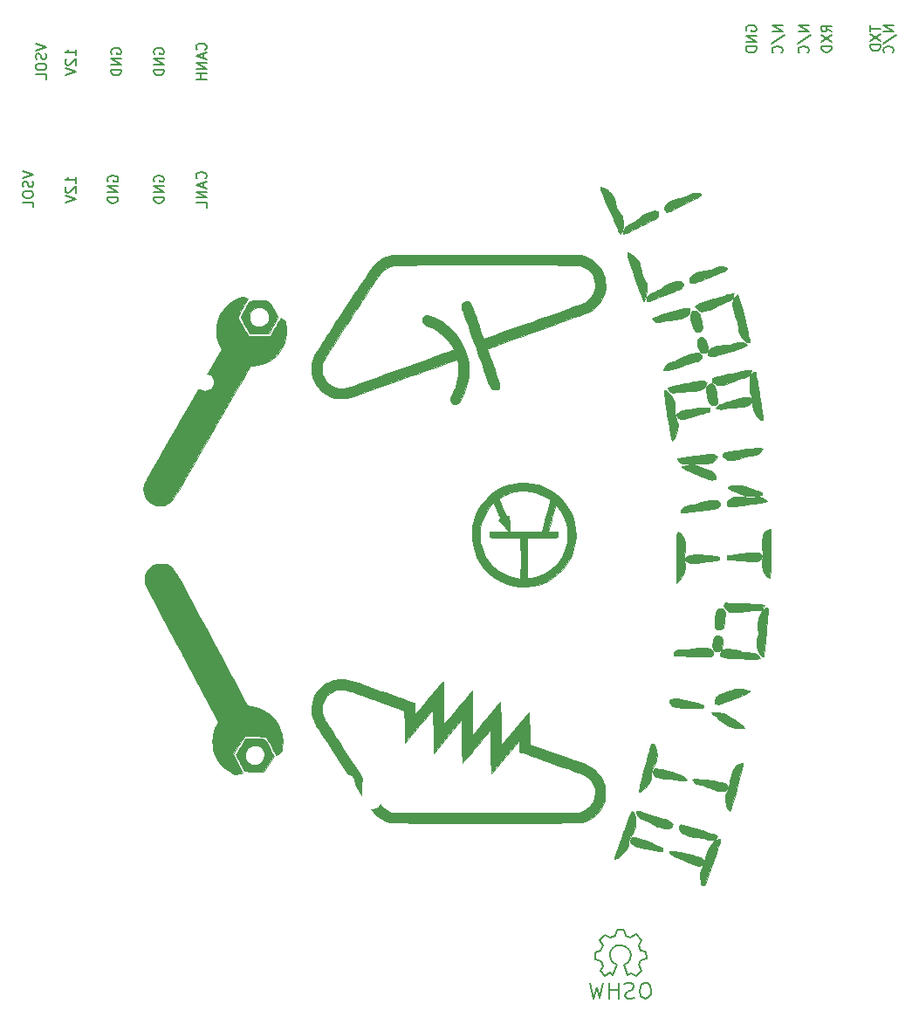
<source format=gbo>
%FSLAX46Y46*%
G04 Gerber Fmt 4.6, Leading zero omitted, Abs format (unit mm)*
G04 Created by KiCad (PCBNEW (2014-10-27 BZR 5228)-product) date 6/28/2015 5:24:40 PM*
%MOMM*%
G01*
G04 APERTURE LIST*
%ADD10C,0.100000*%
%ADD11C,0.150000*%
%ADD12R,1.300000X1.300000*%
%ADD13C,1.300000*%
%ADD14C,1.700000*%
%ADD15O,1.800860X3.500120*%
%ADD16R,1.727200X2.032000*%
%ADD17O,1.727200X2.032000*%
%ADD18C,2.700000*%
%ADD19C,3.300000*%
%ADD20O,1.501140X2.499360*%
%ADD21C,1.397000*%
%ADD22R,1.700000X1.700000*%
G04 APERTURE END LIST*
D10*
D11*
X62634881Y-98274405D02*
X63634881Y-98607738D01*
X62634881Y-98941072D01*
X63587262Y-99226786D02*
X63634881Y-99369643D01*
X63634881Y-99607739D01*
X63587262Y-99702977D01*
X63539643Y-99750596D01*
X63444405Y-99798215D01*
X63349167Y-99798215D01*
X63253929Y-99750596D01*
X63206310Y-99702977D01*
X63158690Y-99607739D01*
X63111071Y-99417262D01*
X63063452Y-99322024D01*
X63015833Y-99274405D01*
X62920595Y-99226786D01*
X62825357Y-99226786D01*
X62730119Y-99274405D01*
X62682500Y-99322024D01*
X62634881Y-99417262D01*
X62634881Y-99655358D01*
X62682500Y-99798215D01*
X62634881Y-100417262D02*
X62634881Y-100607739D01*
X62682500Y-100702977D01*
X62777738Y-100798215D01*
X62968214Y-100845834D01*
X63301548Y-100845834D01*
X63492024Y-100798215D01*
X63587262Y-100702977D01*
X63634881Y-100607739D01*
X63634881Y-100417262D01*
X63587262Y-100322024D01*
X63492024Y-100226786D01*
X63301548Y-100179167D01*
X62968214Y-100179167D01*
X62777738Y-100226786D01*
X62682500Y-100322024D01*
X62634881Y-100417262D01*
X63634881Y-101750596D02*
X63634881Y-101274405D01*
X62634881Y-101274405D01*
X67762381Y-99393453D02*
X67762381Y-98822024D01*
X67762381Y-99107738D02*
X66762381Y-99107738D01*
X66905238Y-99012500D01*
X67000476Y-98917262D01*
X67048095Y-98822024D01*
X66857619Y-99774405D02*
X66810000Y-99822024D01*
X66762381Y-99917262D01*
X66762381Y-100155358D01*
X66810000Y-100250596D01*
X66857619Y-100298215D01*
X66952857Y-100345834D01*
X67048095Y-100345834D01*
X67190952Y-100298215D01*
X67762381Y-99726786D01*
X67762381Y-100345834D01*
X66762381Y-100631548D02*
X67762381Y-100964881D01*
X66762381Y-101298215D01*
X70937500Y-99250596D02*
X70889881Y-99155358D01*
X70889881Y-99012501D01*
X70937500Y-98869643D01*
X71032738Y-98774405D01*
X71127976Y-98726786D01*
X71318452Y-98679167D01*
X71461310Y-98679167D01*
X71651786Y-98726786D01*
X71747024Y-98774405D01*
X71842262Y-98869643D01*
X71889881Y-99012501D01*
X71889881Y-99107739D01*
X71842262Y-99250596D01*
X71794643Y-99298215D01*
X71461310Y-99298215D01*
X71461310Y-99107739D01*
X71889881Y-99726786D02*
X70889881Y-99726786D01*
X71889881Y-100298215D01*
X70889881Y-100298215D01*
X71889881Y-100774405D02*
X70889881Y-100774405D01*
X70889881Y-101012500D01*
X70937500Y-101155358D01*
X71032738Y-101250596D01*
X71127976Y-101298215D01*
X71318452Y-101345834D01*
X71461310Y-101345834D01*
X71651786Y-101298215D01*
X71747024Y-101250596D01*
X71842262Y-101155358D01*
X71889881Y-101012500D01*
X71889881Y-100774405D01*
X75382500Y-99250596D02*
X75334881Y-99155358D01*
X75334881Y-99012501D01*
X75382500Y-98869643D01*
X75477738Y-98774405D01*
X75572976Y-98726786D01*
X75763452Y-98679167D01*
X75906310Y-98679167D01*
X76096786Y-98726786D01*
X76192024Y-98774405D01*
X76287262Y-98869643D01*
X76334881Y-99012501D01*
X76334881Y-99107739D01*
X76287262Y-99250596D01*
X76239643Y-99298215D01*
X75906310Y-99298215D01*
X75906310Y-99107739D01*
X76334881Y-99726786D02*
X75334881Y-99726786D01*
X76334881Y-100298215D01*
X75334881Y-100298215D01*
X76334881Y-100774405D02*
X75334881Y-100774405D01*
X75334881Y-101012500D01*
X75382500Y-101155358D01*
X75477738Y-101250596D01*
X75572976Y-101298215D01*
X75763452Y-101345834D01*
X75906310Y-101345834D01*
X76096786Y-101298215D01*
X76192024Y-101250596D01*
X76287262Y-101155358D01*
X76334881Y-101012500D01*
X76334881Y-100774405D01*
X80367143Y-98964881D02*
X80414762Y-98917262D01*
X80462381Y-98774405D01*
X80462381Y-98679167D01*
X80414762Y-98536309D01*
X80319524Y-98441071D01*
X80224286Y-98393452D01*
X80033810Y-98345833D01*
X79890952Y-98345833D01*
X79700476Y-98393452D01*
X79605238Y-98441071D01*
X79510000Y-98536309D01*
X79462381Y-98679167D01*
X79462381Y-98774405D01*
X79510000Y-98917262D01*
X79557619Y-98964881D01*
X80176667Y-99345833D02*
X80176667Y-99822024D01*
X80462381Y-99250595D02*
X79462381Y-99583928D01*
X80462381Y-99917262D01*
X80462381Y-100250595D02*
X79462381Y-100250595D01*
X80462381Y-100822024D01*
X79462381Y-100822024D01*
X80462381Y-101774405D02*
X80462381Y-101298214D01*
X79462381Y-101298214D01*
X80367143Y-86463334D02*
X80414762Y-86415715D01*
X80462381Y-86272858D01*
X80462381Y-86177620D01*
X80414762Y-86034762D01*
X80319524Y-85939524D01*
X80224286Y-85891905D01*
X80033810Y-85844286D01*
X79890952Y-85844286D01*
X79700476Y-85891905D01*
X79605238Y-85939524D01*
X79510000Y-86034762D01*
X79462381Y-86177620D01*
X79462381Y-86272858D01*
X79510000Y-86415715D01*
X79557619Y-86463334D01*
X80176667Y-86844286D02*
X80176667Y-87320477D01*
X80462381Y-86749048D02*
X79462381Y-87082381D01*
X80462381Y-87415715D01*
X80462381Y-87749048D02*
X79462381Y-87749048D01*
X80462381Y-88320477D01*
X79462381Y-88320477D01*
X80462381Y-88796667D02*
X79462381Y-88796667D01*
X79938571Y-88796667D02*
X79938571Y-89368096D01*
X80462381Y-89368096D02*
X79462381Y-89368096D01*
X63904881Y-85891905D02*
X64904881Y-86225238D01*
X63904881Y-86558572D01*
X64857262Y-86844286D02*
X64904881Y-86987143D01*
X64904881Y-87225239D01*
X64857262Y-87320477D01*
X64809643Y-87368096D01*
X64714405Y-87415715D01*
X64619167Y-87415715D01*
X64523929Y-87368096D01*
X64476310Y-87320477D01*
X64428690Y-87225239D01*
X64381071Y-87034762D01*
X64333452Y-86939524D01*
X64285833Y-86891905D01*
X64190595Y-86844286D01*
X64095357Y-86844286D01*
X64000119Y-86891905D01*
X63952500Y-86939524D01*
X63904881Y-87034762D01*
X63904881Y-87272858D01*
X63952500Y-87415715D01*
X63904881Y-88034762D02*
X63904881Y-88225239D01*
X63952500Y-88320477D01*
X64047738Y-88415715D01*
X64238214Y-88463334D01*
X64571548Y-88463334D01*
X64762024Y-88415715D01*
X64857262Y-88320477D01*
X64904881Y-88225239D01*
X64904881Y-88034762D01*
X64857262Y-87939524D01*
X64762024Y-87844286D01*
X64571548Y-87796667D01*
X64238214Y-87796667D01*
X64047738Y-87844286D01*
X63952500Y-87939524D01*
X63904881Y-88034762D01*
X64904881Y-89368096D02*
X64904881Y-88891905D01*
X63904881Y-88891905D01*
X67762381Y-87010953D02*
X67762381Y-86439524D01*
X67762381Y-86725238D02*
X66762381Y-86725238D01*
X66905238Y-86630000D01*
X67000476Y-86534762D01*
X67048095Y-86439524D01*
X66857619Y-87391905D02*
X66810000Y-87439524D01*
X66762381Y-87534762D01*
X66762381Y-87772858D01*
X66810000Y-87868096D01*
X66857619Y-87915715D01*
X66952857Y-87963334D01*
X67048095Y-87963334D01*
X67190952Y-87915715D01*
X67762381Y-87344286D01*
X67762381Y-87963334D01*
X66762381Y-88249048D02*
X67762381Y-88582381D01*
X66762381Y-88915715D01*
X71255000Y-86868096D02*
X71207381Y-86772858D01*
X71207381Y-86630001D01*
X71255000Y-86487143D01*
X71350238Y-86391905D01*
X71445476Y-86344286D01*
X71635952Y-86296667D01*
X71778810Y-86296667D01*
X71969286Y-86344286D01*
X72064524Y-86391905D01*
X72159762Y-86487143D01*
X72207381Y-86630001D01*
X72207381Y-86725239D01*
X72159762Y-86868096D01*
X72112143Y-86915715D01*
X71778810Y-86915715D01*
X71778810Y-86725239D01*
X72207381Y-87344286D02*
X71207381Y-87344286D01*
X72207381Y-87915715D01*
X71207381Y-87915715D01*
X72207381Y-88391905D02*
X71207381Y-88391905D01*
X71207381Y-88630000D01*
X71255000Y-88772858D01*
X71350238Y-88868096D01*
X71445476Y-88915715D01*
X71635952Y-88963334D01*
X71778810Y-88963334D01*
X71969286Y-88915715D01*
X72064524Y-88868096D01*
X72159762Y-88772858D01*
X72207381Y-88630000D01*
X72207381Y-88391905D01*
X75382500Y-86868096D02*
X75334881Y-86772858D01*
X75334881Y-86630001D01*
X75382500Y-86487143D01*
X75477738Y-86391905D01*
X75572976Y-86344286D01*
X75763452Y-86296667D01*
X75906310Y-86296667D01*
X76096786Y-86344286D01*
X76192024Y-86391905D01*
X76287262Y-86487143D01*
X76334881Y-86630001D01*
X76334881Y-86725239D01*
X76287262Y-86868096D01*
X76239643Y-86915715D01*
X75906310Y-86915715D01*
X75906310Y-86725239D01*
X76334881Y-87344286D02*
X75334881Y-87344286D01*
X76334881Y-87915715D01*
X75334881Y-87915715D01*
X76334881Y-88391905D02*
X75334881Y-88391905D01*
X75334881Y-88630000D01*
X75382500Y-88772858D01*
X75477738Y-88868096D01*
X75572976Y-88915715D01*
X75763452Y-88963334D01*
X75906310Y-88963334D01*
X76096786Y-88915715D01*
X76192024Y-88868096D01*
X76287262Y-88772858D01*
X76334881Y-88630000D01*
X76334881Y-88391905D01*
X147137381Y-84097976D02*
X146137381Y-84097976D01*
X147137381Y-84669405D01*
X146137381Y-84669405D01*
X146089762Y-85859881D02*
X147375476Y-85002738D01*
X147042143Y-86764643D02*
X147089762Y-86717024D01*
X147137381Y-86574167D01*
X147137381Y-86478929D01*
X147089762Y-86336071D01*
X146994524Y-86240833D01*
X146899286Y-86193214D01*
X146708810Y-86145595D01*
X146565952Y-86145595D01*
X146375476Y-86193214D01*
X146280238Y-86240833D01*
X146185000Y-86336071D01*
X146137381Y-86478929D01*
X146137381Y-86574167D01*
X146185000Y-86717024D01*
X146232619Y-86764643D01*
X138882381Y-84097976D02*
X137882381Y-84097976D01*
X138882381Y-84669405D01*
X137882381Y-84669405D01*
X137834762Y-85859881D02*
X139120476Y-85002738D01*
X138787143Y-86764643D02*
X138834762Y-86717024D01*
X138882381Y-86574167D01*
X138882381Y-86478929D01*
X138834762Y-86336071D01*
X138739524Y-86240833D01*
X138644286Y-86193214D01*
X138453810Y-86145595D01*
X138310952Y-86145595D01*
X138120476Y-86193214D01*
X138025238Y-86240833D01*
X137930000Y-86336071D01*
X137882381Y-86478929D01*
X137882381Y-86574167D01*
X137930000Y-86717024D01*
X137977619Y-86764643D01*
X136342381Y-84097976D02*
X135342381Y-84097976D01*
X136342381Y-84669405D01*
X135342381Y-84669405D01*
X135294762Y-85859881D02*
X136580476Y-85002738D01*
X136247143Y-86764643D02*
X136294762Y-86717024D01*
X136342381Y-86574167D01*
X136342381Y-86478929D01*
X136294762Y-86336071D01*
X136199524Y-86240833D01*
X136104286Y-86193214D01*
X135913810Y-86145595D01*
X135770952Y-86145595D01*
X135580476Y-86193214D01*
X135485238Y-86240833D01*
X135390000Y-86336071D01*
X135342381Y-86478929D01*
X135342381Y-86574167D01*
X135390000Y-86717024D01*
X135437619Y-86764643D01*
X144867381Y-84145595D02*
X144867381Y-84717024D01*
X145867381Y-84431309D02*
X144867381Y-84431309D01*
X144867381Y-84955119D02*
X145867381Y-85621786D01*
X144867381Y-85621786D02*
X145867381Y-84955119D01*
X145867381Y-86002738D02*
X144867381Y-86002738D01*
X144867381Y-86240833D01*
X144915000Y-86383691D01*
X145010238Y-86478929D01*
X145105476Y-86526548D01*
X145295952Y-86574167D01*
X145438810Y-86574167D01*
X145629286Y-86526548D01*
X145724524Y-86478929D01*
X145819762Y-86383691D01*
X145867381Y-86240833D01*
X145867381Y-86002738D01*
X141104881Y-84740834D02*
X140628690Y-84407500D01*
X141104881Y-84169405D02*
X140104881Y-84169405D01*
X140104881Y-84550358D01*
X140152500Y-84645596D01*
X140200119Y-84693215D01*
X140295357Y-84740834D01*
X140438214Y-84740834D01*
X140533452Y-84693215D01*
X140581071Y-84645596D01*
X140628690Y-84550358D01*
X140628690Y-84169405D01*
X140104881Y-85074167D02*
X141104881Y-85740834D01*
X140104881Y-85740834D02*
X141104881Y-85074167D01*
X141104881Y-86121786D02*
X140104881Y-86121786D01*
X140104881Y-86359881D01*
X140152500Y-86502739D01*
X140247738Y-86597977D01*
X140342976Y-86645596D01*
X140533452Y-86693215D01*
X140676310Y-86693215D01*
X140866786Y-86645596D01*
X140962024Y-86597977D01*
X141057262Y-86502739D01*
X141104881Y-86359881D01*
X141104881Y-86121786D01*
X132850000Y-84645596D02*
X132802381Y-84550358D01*
X132802381Y-84407501D01*
X132850000Y-84264643D01*
X132945238Y-84169405D01*
X133040476Y-84121786D01*
X133230952Y-84074167D01*
X133373810Y-84074167D01*
X133564286Y-84121786D01*
X133659524Y-84169405D01*
X133754762Y-84264643D01*
X133802381Y-84407501D01*
X133802381Y-84502739D01*
X133754762Y-84645596D01*
X133707143Y-84693215D01*
X133373810Y-84693215D01*
X133373810Y-84502739D01*
X133802381Y-85121786D02*
X132802381Y-85121786D01*
X133802381Y-85693215D01*
X132802381Y-85693215D01*
X133802381Y-86169405D02*
X132802381Y-86169405D01*
X132802381Y-86407500D01*
X132850000Y-86550358D01*
X132945238Y-86645596D01*
X133040476Y-86693215D01*
X133230952Y-86740834D01*
X133373810Y-86740834D01*
X133564286Y-86693215D01*
X133659524Y-86645596D01*
X133754762Y-86550358D01*
X133802381Y-86407500D01*
X133802381Y-86169405D01*
X118981220Y-176997360D02*
X118620540Y-178468020D01*
X118620540Y-178468020D02*
X118341140Y-177406300D01*
X118341140Y-177406300D02*
X118031260Y-178478180D01*
X118031260Y-178478180D02*
X117690900Y-177027840D01*
X120401080Y-177688240D02*
X119611140Y-177678080D01*
X119611140Y-177678080D02*
X119600980Y-177688240D01*
X119600980Y-177688240D02*
X119600980Y-177678080D01*
X119560340Y-176966880D02*
X119560340Y-178508660D01*
X120449340Y-176956720D02*
X120449340Y-178526440D01*
X120449340Y-178526440D02*
X120439180Y-178516280D01*
X121000520Y-177058320D02*
X121351040Y-176977040D01*
X121351040Y-176977040D02*
X121671080Y-176966880D01*
X121671080Y-176966880D02*
X121909840Y-177167540D01*
X121909840Y-177167540D02*
X121940320Y-177436780D01*
X121940320Y-177436780D02*
X121699020Y-177678080D01*
X121699020Y-177678080D02*
X121310400Y-177807620D01*
X121310400Y-177807620D02*
X121130060Y-177967640D01*
X121130060Y-177967640D02*
X121089420Y-178267360D01*
X121089420Y-178267360D02*
X121320560Y-178488340D01*
X121320560Y-178488340D02*
X121640600Y-178516280D01*
X121640600Y-178516280D02*
X121991120Y-178407060D01*
X123029980Y-176956720D02*
X123278900Y-176977040D01*
X123278900Y-176977040D02*
X123520200Y-177218340D01*
X123520200Y-177218340D02*
X123609100Y-177708560D01*
X123609100Y-177708560D02*
X123581160Y-178056540D01*
X123581160Y-178056540D02*
X123380500Y-178376580D01*
X123380500Y-178376580D02*
X123129040Y-178498500D01*
X123129040Y-178498500D02*
X122819160Y-178427380D01*
X122819160Y-178427380D02*
X122600720Y-178247040D01*
X122600720Y-178247040D02*
X122529600Y-177787300D01*
X122529600Y-177787300D02*
X122580400Y-177378360D01*
X122580400Y-177378360D02*
X122689620Y-177096420D01*
X122689620Y-177096420D02*
X123050300Y-176966880D01*
X122430540Y-175237140D02*
X122689620Y-175798480D01*
X122689620Y-175798480D02*
X122151140Y-176316640D01*
X122151140Y-176316640D02*
X121630440Y-176047400D01*
X121630440Y-176047400D02*
X121351040Y-176207420D01*
X119910860Y-176187100D02*
X119580660Y-175996600D01*
X119580660Y-175996600D02*
X119141240Y-176326800D01*
X119141240Y-176326800D02*
X118668800Y-175836580D01*
X118668800Y-175836580D02*
X118950740Y-175356520D01*
X118950740Y-175356520D02*
X118760240Y-174886620D01*
X118760240Y-174886620D02*
X118150640Y-174698660D01*
X118150640Y-174698660D02*
X118150640Y-174017940D01*
X118150640Y-174017940D02*
X118709440Y-173878240D01*
X118709440Y-173878240D02*
X118910100Y-173306740D01*
X118910100Y-173306740D02*
X118640860Y-172836840D01*
X118640860Y-172836840D02*
X119110760Y-172326300D01*
X119110760Y-172326300D02*
X119628920Y-172587920D01*
X119628920Y-172587920D02*
X120098820Y-172387260D01*
X120098820Y-172387260D02*
X120269000Y-171846240D01*
X120269000Y-171846240D02*
X120959880Y-171828460D01*
X120959880Y-171828460D02*
X121170700Y-172377100D01*
X121170700Y-172377100D02*
X121589800Y-172547280D01*
X121589800Y-172547280D02*
X122140980Y-172278040D01*
X122140980Y-172278040D02*
X122659140Y-172806360D01*
X122659140Y-172806360D02*
X122410220Y-173347380D01*
X122410220Y-173347380D02*
X122580400Y-173827440D01*
X122580400Y-173827440D02*
X123129040Y-173926500D01*
X123129040Y-173926500D02*
X123139200Y-174627540D01*
X123139200Y-174627540D02*
X122580400Y-174828200D01*
X122580400Y-174828200D02*
X122440700Y-175226980D01*
X120299480Y-175206660D02*
X119999760Y-175056800D01*
X119999760Y-175056800D02*
X119799100Y-174858680D01*
X119799100Y-174858680D02*
X119649240Y-174457360D01*
X119649240Y-174457360D02*
X119649240Y-174058580D01*
X119649240Y-174058580D02*
X119799100Y-173708060D01*
X119799100Y-173708060D02*
X120251220Y-173357540D01*
X120251220Y-173357540D02*
X120700800Y-173306740D01*
X120700800Y-173306740D02*
X121099580Y-173408340D01*
X121099580Y-173408340D02*
X121500900Y-173756320D01*
X121500900Y-173756320D02*
X121650760Y-174208440D01*
X121650760Y-174208440D02*
X121599960Y-174706280D01*
X121599960Y-174706280D02*
X121351040Y-175008540D01*
X121351040Y-175008540D02*
X121000520Y-175206660D01*
X121000520Y-175206660D02*
X121351040Y-176207420D01*
X120299480Y-175206660D02*
X119900700Y-176207420D01*
D10*
G36*
X83971779Y-110426500D02*
X83847710Y-110445954D01*
X83673393Y-110498372D01*
X83472161Y-110574838D01*
X83267349Y-110666434D01*
X83082290Y-110764245D01*
X83071904Y-110770366D01*
X82870885Y-110908428D01*
X82645109Y-111093408D01*
X82418749Y-111303130D01*
X82215975Y-111515414D01*
X82082677Y-111677975D01*
X81895755Y-111967189D01*
X81720448Y-112306434D01*
X81573829Y-112661248D01*
X81527296Y-112798990D01*
X81484492Y-112948729D01*
X81455873Y-113090293D01*
X81438841Y-113247159D01*
X81430798Y-113442805D01*
X81429117Y-113686166D01*
X81438173Y-114040070D01*
X81467973Y-114338641D01*
X81524420Y-114609904D01*
X81613418Y-114881883D01*
X81740869Y-115182601D01*
X81747246Y-115196484D01*
X81906666Y-115542634D01*
X78285850Y-121821650D01*
X77895084Y-122499594D01*
X77514361Y-123160696D01*
X77145968Y-123800960D01*
X76792195Y-124416386D01*
X76455327Y-125002976D01*
X76137653Y-125556733D01*
X75841461Y-126073657D01*
X75569037Y-126549751D01*
X75322670Y-126981017D01*
X75104647Y-127363455D01*
X74917256Y-127693069D01*
X74762784Y-127965859D01*
X74643519Y-128177828D01*
X74561749Y-128324977D01*
X74519761Y-128403308D01*
X74517440Y-128408026D01*
X74390827Y-128761123D01*
X74348315Y-129116881D01*
X74381091Y-129432249D01*
X74494395Y-129773282D01*
X74680429Y-130076539D01*
X74932503Y-130333588D01*
X75243928Y-130535995D01*
X75265084Y-130546576D01*
X75405258Y-130611853D01*
X75521373Y-130652180D01*
X75642763Y-130673408D01*
X75798763Y-130681387D01*
X75945257Y-130682219D01*
X76142543Y-130679366D01*
X76284745Y-130667620D01*
X76401398Y-130640840D01*
X76522040Y-130592884D01*
X76633255Y-130539150D01*
X76825170Y-130426065D01*
X77006048Y-130290087D01*
X77100279Y-130201264D01*
X77149064Y-130134373D01*
X77239504Y-129993822D01*
X77371577Y-129779648D01*
X77545261Y-129491891D01*
X77760533Y-129130588D01*
X78017371Y-128695777D01*
X78315753Y-128187497D01*
X78655656Y-127605785D01*
X79037057Y-126950680D01*
X79459935Y-126222219D01*
X79924267Y-125420442D01*
X80430031Y-124545385D01*
X80977204Y-123597087D01*
X80980041Y-123592166D01*
X81372642Y-122911528D01*
X81754200Y-122250596D01*
X82122541Y-121613112D01*
X82475493Y-121002814D01*
X82810882Y-120423441D01*
X83126536Y-119878734D01*
X83420282Y-119372431D01*
X83689945Y-118908272D01*
X83933354Y-118489997D01*
X84148335Y-118121344D01*
X84332715Y-117806054D01*
X84484321Y-117547865D01*
X84600981Y-117350517D01*
X84680520Y-117217749D01*
X84720765Y-117153301D01*
X84725184Y-117147565D01*
X84790647Y-117130654D01*
X84911521Y-117118844D01*
X85026500Y-117115189D01*
X85442007Y-117075214D01*
X85874873Y-116963187D01*
X86309190Y-116784916D01*
X86729052Y-116546206D01*
X86889166Y-116435261D01*
X87249490Y-116121721D01*
X87560724Y-115750475D01*
X87818540Y-115333600D01*
X88018613Y-114883172D01*
X88156615Y-114411267D01*
X88228218Y-113929963D01*
X88229097Y-113451337D01*
X88154923Y-112987464D01*
X88142114Y-112938290D01*
X88091946Y-112812139D01*
X88006083Y-112712032D01*
X87897230Y-112631373D01*
X87784329Y-112559649D01*
X87700842Y-112512235D01*
X87672263Y-112500833D01*
X87644270Y-112535977D01*
X87580709Y-112634634D01*
X87487736Y-112786645D01*
X87371501Y-112981847D01*
X87238158Y-113210080D01*
X87146753Y-113368666D01*
X86649131Y-114236500D01*
X85604982Y-114235998D01*
X84560833Y-114235497D01*
X84408546Y-114013748D01*
X84293424Y-113838278D01*
X84165422Y-113630201D01*
X84031870Y-113402935D01*
X83900099Y-113169898D01*
X83777438Y-112944506D01*
X83671218Y-112740178D01*
X83588770Y-112570331D01*
X83537424Y-112448381D01*
X83523666Y-112394091D01*
X83545924Y-112311758D01*
X83609792Y-112167101D01*
X83710915Y-111968897D01*
X83844936Y-111725924D01*
X83920377Y-111594761D01*
X84096074Y-111291774D01*
X84231887Y-111054579D01*
X84331492Y-110876365D01*
X84398566Y-110750325D01*
X84436785Y-110669647D01*
X84449824Y-110627523D01*
X84447538Y-110618269D01*
X84365901Y-110567667D01*
X84240760Y-110509973D01*
X84106909Y-110459214D01*
X83999139Y-110429413D01*
X83971779Y-110426500D01*
X83971779Y-110426500D01*
X83971779Y-110426500D01*
G37*
X83971779Y-110426500D02*
X83847710Y-110445954D01*
X83673393Y-110498372D01*
X83472161Y-110574838D01*
X83267349Y-110666434D01*
X83082290Y-110764245D01*
X83071904Y-110770366D01*
X82870885Y-110908428D01*
X82645109Y-111093408D01*
X82418749Y-111303130D01*
X82215975Y-111515414D01*
X82082677Y-111677975D01*
X81895755Y-111967189D01*
X81720448Y-112306434D01*
X81573829Y-112661248D01*
X81527296Y-112798990D01*
X81484492Y-112948729D01*
X81455873Y-113090293D01*
X81438841Y-113247159D01*
X81430798Y-113442805D01*
X81429117Y-113686166D01*
X81438173Y-114040070D01*
X81467973Y-114338641D01*
X81524420Y-114609904D01*
X81613418Y-114881883D01*
X81740869Y-115182601D01*
X81747246Y-115196484D01*
X81906666Y-115542634D01*
X78285850Y-121821650D01*
X77895084Y-122499594D01*
X77514361Y-123160696D01*
X77145968Y-123800960D01*
X76792195Y-124416386D01*
X76455327Y-125002976D01*
X76137653Y-125556733D01*
X75841461Y-126073657D01*
X75569037Y-126549751D01*
X75322670Y-126981017D01*
X75104647Y-127363455D01*
X74917256Y-127693069D01*
X74762784Y-127965859D01*
X74643519Y-128177828D01*
X74561749Y-128324977D01*
X74519761Y-128403308D01*
X74517440Y-128408026D01*
X74390827Y-128761123D01*
X74348315Y-129116881D01*
X74381091Y-129432249D01*
X74494395Y-129773282D01*
X74680429Y-130076539D01*
X74932503Y-130333588D01*
X75243928Y-130535995D01*
X75265084Y-130546576D01*
X75405258Y-130611853D01*
X75521373Y-130652180D01*
X75642763Y-130673408D01*
X75798763Y-130681387D01*
X75945257Y-130682219D01*
X76142543Y-130679366D01*
X76284745Y-130667620D01*
X76401398Y-130640840D01*
X76522040Y-130592884D01*
X76633255Y-130539150D01*
X76825170Y-130426065D01*
X77006048Y-130290087D01*
X77100279Y-130201264D01*
X77149064Y-130134373D01*
X77239504Y-129993822D01*
X77371577Y-129779648D01*
X77545261Y-129491891D01*
X77760533Y-129130588D01*
X78017371Y-128695777D01*
X78315753Y-128187497D01*
X78655656Y-127605785D01*
X79037057Y-126950680D01*
X79459935Y-126222219D01*
X79924267Y-125420442D01*
X80430031Y-124545385D01*
X80977204Y-123597087D01*
X80980041Y-123592166D01*
X81372642Y-122911528D01*
X81754200Y-122250596D01*
X82122541Y-121613112D01*
X82475493Y-121002814D01*
X82810882Y-120423441D01*
X83126536Y-119878734D01*
X83420282Y-119372431D01*
X83689945Y-118908272D01*
X83933354Y-118489997D01*
X84148335Y-118121344D01*
X84332715Y-117806054D01*
X84484321Y-117547865D01*
X84600981Y-117350517D01*
X84680520Y-117217749D01*
X84720765Y-117153301D01*
X84725184Y-117147565D01*
X84790647Y-117130654D01*
X84911521Y-117118844D01*
X85026500Y-117115189D01*
X85442007Y-117075214D01*
X85874873Y-116963187D01*
X86309190Y-116784916D01*
X86729052Y-116546206D01*
X86889166Y-116435261D01*
X87249490Y-116121721D01*
X87560724Y-115750475D01*
X87818540Y-115333600D01*
X88018613Y-114883172D01*
X88156615Y-114411267D01*
X88228218Y-113929963D01*
X88229097Y-113451337D01*
X88154923Y-112987464D01*
X88142114Y-112938290D01*
X88091946Y-112812139D01*
X88006083Y-112712032D01*
X87897230Y-112631373D01*
X87784329Y-112559649D01*
X87700842Y-112512235D01*
X87672263Y-112500833D01*
X87644270Y-112535977D01*
X87580709Y-112634634D01*
X87487736Y-112786645D01*
X87371501Y-112981847D01*
X87238158Y-113210080D01*
X87146753Y-113368666D01*
X86649131Y-114236500D01*
X85604982Y-114235998D01*
X84560833Y-114235497D01*
X84408546Y-114013748D01*
X84293424Y-113838278D01*
X84165422Y-113630201D01*
X84031870Y-113402935D01*
X83900099Y-113169898D01*
X83777438Y-112944506D01*
X83671218Y-112740178D01*
X83588770Y-112570331D01*
X83537424Y-112448381D01*
X83523666Y-112394091D01*
X83545924Y-112311758D01*
X83609792Y-112167101D01*
X83710915Y-111968897D01*
X83844936Y-111725924D01*
X83920377Y-111594761D01*
X84096074Y-111291774D01*
X84231887Y-111054579D01*
X84331492Y-110876365D01*
X84398566Y-110750325D01*
X84436785Y-110669647D01*
X84449824Y-110627523D01*
X84447538Y-110618269D01*
X84365901Y-110567667D01*
X84240760Y-110509973D01*
X84106909Y-110459214D01*
X83999139Y-110429413D01*
X83971779Y-110426500D01*
X83971779Y-110426500D01*
G36*
X76073000Y-136313333D02*
X75867912Y-136315091D01*
X75722377Y-136323553D01*
X75611306Y-136343497D01*
X75509606Y-136379704D01*
X75392188Y-136436954D01*
X75373812Y-136446531D01*
X75108783Y-136623273D01*
X74867614Y-136855377D01*
X74674613Y-137117477D01*
X74605377Y-137248330D01*
X74511405Y-137538750D01*
X74474242Y-137856673D01*
X74495480Y-138170530D01*
X74548415Y-138377929D01*
X74577430Y-138440969D01*
X74644315Y-138574672D01*
X74746974Y-138775062D01*
X74883309Y-139038162D01*
X75051222Y-139359996D01*
X75248616Y-139736589D01*
X75473393Y-140163963D01*
X75723456Y-140638143D01*
X75996707Y-141155153D01*
X76291049Y-141711016D01*
X76604384Y-142301756D01*
X76934614Y-142923397D01*
X77279642Y-143571964D01*
X77637371Y-144243479D01*
X78005703Y-144933967D01*
X78108887Y-145127234D01*
X81582521Y-151632278D01*
X81408702Y-151983060D01*
X81261881Y-152307359D01*
X81159036Y-152608958D01*
X81093922Y-152915531D01*
X81060294Y-153254755D01*
X81051882Y-153564166D01*
X81057301Y-153895741D01*
X81080876Y-154170963D01*
X81128408Y-154417240D01*
X81205699Y-154661979D01*
X81318549Y-154932587D01*
X81361029Y-155024666D01*
X81618105Y-155474292D01*
X81944865Y-155877168D01*
X82338868Y-156230890D01*
X82797673Y-156533053D01*
X83000555Y-156639811D01*
X83472278Y-156871956D01*
X83733540Y-156740072D01*
X83994802Y-156608187D01*
X83828835Y-156303260D01*
X83747808Y-156153013D01*
X83639921Y-155951009D01*
X83517552Y-155720518D01*
X83393076Y-155484810D01*
X83355462Y-155413305D01*
X83048057Y-154828276D01*
X83548921Y-153999223D01*
X83696075Y-153756975D01*
X83831923Y-153535831D01*
X83949302Y-153347255D01*
X84041046Y-153202714D01*
X84099989Y-153113674D01*
X84114809Y-153093682D01*
X84140156Y-153069553D01*
X84176691Y-153051780D01*
X84235141Y-153039960D01*
X84326231Y-153033693D01*
X84460685Y-153032577D01*
X84649229Y-153036210D01*
X84902589Y-153044191D01*
X85174666Y-153054011D01*
X85459197Y-153065492D01*
X85717432Y-153077719D01*
X85936677Y-153089942D01*
X86104232Y-153101416D01*
X86207401Y-153111392D01*
X86233000Y-153116302D01*
X86274186Y-153160823D01*
X86346091Y-153266899D01*
X86440296Y-153421005D01*
X86548384Y-153609616D01*
X86610824Y-153723388D01*
X86734279Y-153951787D01*
X86857539Y-154179758D01*
X86968606Y-154385114D01*
X87055481Y-154545669D01*
X87077264Y-154585905D01*
X87229381Y-154866811D01*
X87429024Y-154765349D01*
X87556103Y-154688668D01*
X87656423Y-154606880D01*
X87688028Y-154569110D01*
X87747482Y-154423549D01*
X87791673Y-154212610D01*
X87820171Y-153954272D01*
X87832545Y-153666516D01*
X87828361Y-153367321D01*
X87807190Y-153074666D01*
X87768600Y-152806532D01*
X87733994Y-152654000D01*
X87557118Y-152156988D01*
X87309819Y-151701686D01*
X86997963Y-151293081D01*
X86627417Y-150936160D01*
X86204045Y-150635909D01*
X85733713Y-150397316D01*
X85222287Y-150225367D01*
X84773744Y-150137238D01*
X84612704Y-150112050D01*
X84485740Y-150086290D01*
X84414961Y-150064621D01*
X84408470Y-150060210D01*
X84385890Y-150020165D01*
X84325514Y-149909229D01*
X84229387Y-149731217D01*
X84099551Y-149489948D01*
X83938050Y-149189238D01*
X83746928Y-148832904D01*
X83528228Y-148424762D01*
X83283993Y-147968629D01*
X83016266Y-147468322D01*
X82727093Y-146927657D01*
X82418514Y-146350452D01*
X82092575Y-145740523D01*
X81751319Y-145101688D01*
X81396789Y-144437761D01*
X81031029Y-143752562D01*
X80914726Y-143534635D01*
X80467251Y-142696049D01*
X80057813Y-141928817D01*
X79684491Y-141229651D01*
X79345360Y-140595262D01*
X79038497Y-140022363D01*
X78761979Y-139507665D01*
X78513882Y-139047880D01*
X78292283Y-138639718D01*
X78095260Y-138279892D01*
X77920888Y-137965114D01*
X77767245Y-137692095D01*
X77632406Y-137457546D01*
X77514449Y-137258180D01*
X77411451Y-137090708D01*
X77321488Y-136951841D01*
X77242637Y-136838291D01*
X77172975Y-136746770D01*
X77110578Y-136673990D01*
X77053523Y-136616662D01*
X76999886Y-136571497D01*
X76947746Y-136535208D01*
X76895177Y-136504505D01*
X76840257Y-136476101D01*
X76781063Y-136446708D01*
X76764209Y-136438231D01*
X76644392Y-136381144D01*
X76540376Y-136344653D01*
X76427020Y-136324216D01*
X76279184Y-136315290D01*
X76073000Y-136313333D01*
X76073000Y-136313333D01*
X76073000Y-136313333D01*
G37*
X76073000Y-136313333D02*
X75867912Y-136315091D01*
X75722377Y-136323553D01*
X75611306Y-136343497D01*
X75509606Y-136379704D01*
X75392188Y-136436954D01*
X75373812Y-136446531D01*
X75108783Y-136623273D01*
X74867614Y-136855377D01*
X74674613Y-137117477D01*
X74605377Y-137248330D01*
X74511405Y-137538750D01*
X74474242Y-137856673D01*
X74495480Y-138170530D01*
X74548415Y-138377929D01*
X74577430Y-138440969D01*
X74644315Y-138574672D01*
X74746974Y-138775062D01*
X74883309Y-139038162D01*
X75051222Y-139359996D01*
X75248616Y-139736589D01*
X75473393Y-140163963D01*
X75723456Y-140638143D01*
X75996707Y-141155153D01*
X76291049Y-141711016D01*
X76604384Y-142301756D01*
X76934614Y-142923397D01*
X77279642Y-143571964D01*
X77637371Y-144243479D01*
X78005703Y-144933967D01*
X78108887Y-145127234D01*
X81582521Y-151632278D01*
X81408702Y-151983060D01*
X81261881Y-152307359D01*
X81159036Y-152608958D01*
X81093922Y-152915531D01*
X81060294Y-153254755D01*
X81051882Y-153564166D01*
X81057301Y-153895741D01*
X81080876Y-154170963D01*
X81128408Y-154417240D01*
X81205699Y-154661979D01*
X81318549Y-154932587D01*
X81361029Y-155024666D01*
X81618105Y-155474292D01*
X81944865Y-155877168D01*
X82338868Y-156230890D01*
X82797673Y-156533053D01*
X83000555Y-156639811D01*
X83472278Y-156871956D01*
X83733540Y-156740072D01*
X83994802Y-156608187D01*
X83828835Y-156303260D01*
X83747808Y-156153013D01*
X83639921Y-155951009D01*
X83517552Y-155720518D01*
X83393076Y-155484810D01*
X83355462Y-155413305D01*
X83048057Y-154828276D01*
X83548921Y-153999223D01*
X83696075Y-153756975D01*
X83831923Y-153535831D01*
X83949302Y-153347255D01*
X84041046Y-153202714D01*
X84099989Y-153113674D01*
X84114809Y-153093682D01*
X84140156Y-153069553D01*
X84176691Y-153051780D01*
X84235141Y-153039960D01*
X84326231Y-153033693D01*
X84460685Y-153032577D01*
X84649229Y-153036210D01*
X84902589Y-153044191D01*
X85174666Y-153054011D01*
X85459197Y-153065492D01*
X85717432Y-153077719D01*
X85936677Y-153089942D01*
X86104232Y-153101416D01*
X86207401Y-153111392D01*
X86233000Y-153116302D01*
X86274186Y-153160823D01*
X86346091Y-153266899D01*
X86440296Y-153421005D01*
X86548384Y-153609616D01*
X86610824Y-153723388D01*
X86734279Y-153951787D01*
X86857539Y-154179758D01*
X86968606Y-154385114D01*
X87055481Y-154545669D01*
X87077264Y-154585905D01*
X87229381Y-154866811D01*
X87429024Y-154765349D01*
X87556103Y-154688668D01*
X87656423Y-154606880D01*
X87688028Y-154569110D01*
X87747482Y-154423549D01*
X87791673Y-154212610D01*
X87820171Y-153954272D01*
X87832545Y-153666516D01*
X87828361Y-153367321D01*
X87807190Y-153074666D01*
X87768600Y-152806532D01*
X87733994Y-152654000D01*
X87557118Y-152156988D01*
X87309819Y-151701686D01*
X86997963Y-151293081D01*
X86627417Y-150936160D01*
X86204045Y-150635909D01*
X85733713Y-150397316D01*
X85222287Y-150225367D01*
X84773744Y-150137238D01*
X84612704Y-150112050D01*
X84485740Y-150086290D01*
X84414961Y-150064621D01*
X84408470Y-150060210D01*
X84385890Y-150020165D01*
X84325514Y-149909229D01*
X84229387Y-149731217D01*
X84099551Y-149489948D01*
X83938050Y-149189238D01*
X83746928Y-148832904D01*
X83528228Y-148424762D01*
X83283993Y-147968629D01*
X83016266Y-147468322D01*
X82727093Y-146927657D01*
X82418514Y-146350452D01*
X82092575Y-145740523D01*
X81751319Y-145101688D01*
X81396789Y-144437761D01*
X81031029Y-143752562D01*
X80914726Y-143534635D01*
X80467251Y-142696049D01*
X80057813Y-141928817D01*
X79684491Y-141229651D01*
X79345360Y-140595262D01*
X79038497Y-140022363D01*
X78761979Y-139507665D01*
X78513882Y-139047880D01*
X78292283Y-138639718D01*
X78095260Y-138279892D01*
X77920888Y-137965114D01*
X77767245Y-137692095D01*
X77632406Y-137457546D01*
X77514449Y-137258180D01*
X77411451Y-137090708D01*
X77321488Y-136951841D01*
X77242637Y-136838291D01*
X77172975Y-136746770D01*
X77110578Y-136673990D01*
X77053523Y-136616662D01*
X76999886Y-136571497D01*
X76947746Y-136535208D01*
X76895177Y-136504505D01*
X76840257Y-136476101D01*
X76781063Y-136446708D01*
X76764209Y-136438231D01*
X76644392Y-136381144D01*
X76540376Y-136344653D01*
X76427020Y-136324216D01*
X76279184Y-136315290D01*
X76073000Y-136313333D01*
X76073000Y-136313333D01*
G36*
X84264500Y-153260211D02*
X83863659Y-153923288D01*
X85243181Y-153923288D01*
X85494405Y-153985913D01*
X85720610Y-154118052D01*
X85908353Y-154315119D01*
X85995790Y-154460295D01*
X86089040Y-154732404D01*
X86101497Y-155000183D01*
X86036773Y-155252635D01*
X85898479Y-155478761D01*
X85690227Y-155667562D01*
X85576833Y-155736259D01*
X85403514Y-155796341D01*
X85191672Y-155824346D01*
X84975322Y-155819489D01*
X84788476Y-155780986D01*
X84729287Y-155755814D01*
X84504240Y-155593467D01*
X84338173Y-155381953D01*
X84236432Y-155136582D01*
X84204361Y-154872660D01*
X84247305Y-154605496D01*
X84289224Y-154495500D01*
X84413618Y-154276905D01*
X84568371Y-154118919D01*
X84719448Y-154024922D01*
X84980381Y-153934763D01*
X85243181Y-153923288D01*
X83863659Y-153923288D01*
X83798833Y-154030523D01*
X83660493Y-154259927D01*
X83537655Y-154464695D01*
X83436866Y-154633822D01*
X83364677Y-154756303D01*
X83327635Y-154821135D01*
X83324213Y-154828084D01*
X83340933Y-154871694D01*
X83392753Y-154978168D01*
X83473864Y-155136246D01*
X83578455Y-155334667D01*
X83700716Y-155562167D01*
X83744954Y-155643548D01*
X84174648Y-156431763D01*
X84812241Y-156459538D01*
X85063447Y-156471351D01*
X85310126Y-156484485D01*
X85527922Y-156497540D01*
X85692480Y-156509122D01*
X85726536Y-156511985D01*
X86003238Y-156536657D01*
X86497002Y-155738328D01*
X86990766Y-154940000D01*
X86722440Y-154432000D01*
X86559594Y-154125390D01*
X86429512Y-153885363D01*
X86326572Y-153703034D01*
X86245156Y-153569519D01*
X86179643Y-153475935D01*
X86124413Y-153413397D01*
X86073848Y-153373021D01*
X86040810Y-153354448D01*
X85965900Y-153330285D01*
X85844693Y-153311227D01*
X85667723Y-153296498D01*
X85425527Y-153285323D01*
X85108641Y-153276928D01*
X85090000Y-153276554D01*
X84264500Y-153260211D01*
X84264500Y-153260211D01*
X84264500Y-153260211D01*
G37*
X84264500Y-153260211D02*
X83863659Y-153923288D01*
X85243181Y-153923288D01*
X85494405Y-153985913D01*
X85720610Y-154118052D01*
X85908353Y-154315119D01*
X85995790Y-154460295D01*
X86089040Y-154732404D01*
X86101497Y-155000183D01*
X86036773Y-155252635D01*
X85898479Y-155478761D01*
X85690227Y-155667562D01*
X85576833Y-155736259D01*
X85403514Y-155796341D01*
X85191672Y-155824346D01*
X84975322Y-155819489D01*
X84788476Y-155780986D01*
X84729287Y-155755814D01*
X84504240Y-155593467D01*
X84338173Y-155381953D01*
X84236432Y-155136582D01*
X84204361Y-154872660D01*
X84247305Y-154605496D01*
X84289224Y-154495500D01*
X84413618Y-154276905D01*
X84568371Y-154118919D01*
X84719448Y-154024922D01*
X84980381Y-153934763D01*
X85243181Y-153923288D01*
X83863659Y-153923288D01*
X83798833Y-154030523D01*
X83660493Y-154259927D01*
X83537655Y-154464695D01*
X83436866Y-154633822D01*
X83364677Y-154756303D01*
X83327635Y-154821135D01*
X83324213Y-154828084D01*
X83340933Y-154871694D01*
X83392753Y-154978168D01*
X83473864Y-155136246D01*
X83578455Y-155334667D01*
X83700716Y-155562167D01*
X83744954Y-155643548D01*
X84174648Y-156431763D01*
X84812241Y-156459538D01*
X85063447Y-156471351D01*
X85310126Y-156484485D01*
X85527922Y-156497540D01*
X85692480Y-156509122D01*
X85726536Y-156511985D01*
X86003238Y-156536657D01*
X86497002Y-155738328D01*
X86990766Y-154940000D01*
X86722440Y-154432000D01*
X86559594Y-154125390D01*
X86429512Y-153885363D01*
X86326572Y-153703034D01*
X86245156Y-153569519D01*
X86179643Y-153475935D01*
X86124413Y-153413397D01*
X86073848Y-153373021D01*
X86040810Y-153354448D01*
X85965900Y-153330285D01*
X85844693Y-153311227D01*
X85667723Y-153296498D01*
X85425527Y-153285323D01*
X85108641Y-153276928D01*
X85090000Y-153276554D01*
X84264500Y-153260211D01*
X84264500Y-153260211D01*
G36*
X85555737Y-110809195D02*
X85317859Y-110810330D01*
X85098704Y-110813322D01*
X84915485Y-110818168D01*
X84785417Y-110824864D01*
X84730166Y-110831822D01*
X84665600Y-110878550D01*
X84580534Y-110977678D01*
X84500908Y-111095827D01*
X84342492Y-111363038D01*
X84294270Y-111446383D01*
X85615703Y-111446383D01*
X85861214Y-111490679D01*
X86090023Y-111602017D01*
X86255589Y-111745982D01*
X86420577Y-111969052D01*
X86511705Y-112199594D01*
X86538360Y-112435377D01*
X86502330Y-112693013D01*
X86397688Y-112918835D01*
X86236916Y-113105374D01*
X86032494Y-113245159D01*
X85796904Y-113330718D01*
X85542625Y-113354581D01*
X85282139Y-113309277D01*
X85159069Y-113261006D01*
X84933276Y-113112163D01*
X84768831Y-112913939D01*
X84669236Y-112678779D01*
X84637992Y-112419126D01*
X84678600Y-112147422D01*
X84777797Y-111905942D01*
X84934536Y-111698909D01*
X85136805Y-111552182D01*
X85369047Y-111467445D01*
X85615703Y-111446383D01*
X84294270Y-111446383D01*
X84192603Y-111622097D01*
X84057168Y-111862184D01*
X83942113Y-112072478D01*
X83853363Y-112242160D01*
X83796844Y-112360408D01*
X83778401Y-112415129D01*
X83799084Y-112469719D01*
X83856457Y-112585414D01*
X83944195Y-112750397D01*
X84055967Y-112952849D01*
X84185449Y-113180951D01*
X84226588Y-113252250D01*
X84674041Y-114024833D01*
X85578960Y-114024833D01*
X86483878Y-114024833D01*
X86753489Y-113569750D01*
X86881200Y-113351452D01*
X87015137Y-113117991D01*
X87137152Y-112901217D01*
X87210133Y-112768357D01*
X87397166Y-112422048D01*
X87234830Y-112091024D01*
X87123494Y-111875476D01*
X86997718Y-111650731D01*
X86865876Y-111429788D01*
X86736343Y-111225647D01*
X86617491Y-111051308D01*
X86517695Y-110919769D01*
X86445329Y-110844031D01*
X86423500Y-110831493D01*
X86350210Y-110823293D01*
X86209575Y-110816966D01*
X86018809Y-110812510D01*
X85795125Y-110809921D01*
X85555737Y-110809195D01*
X85555737Y-110809195D01*
X85555737Y-110809195D01*
G37*
X85555737Y-110809195D02*
X85317859Y-110810330D01*
X85098704Y-110813322D01*
X84915485Y-110818168D01*
X84785417Y-110824864D01*
X84730166Y-110831822D01*
X84665600Y-110878550D01*
X84580534Y-110977678D01*
X84500908Y-111095827D01*
X84342492Y-111363038D01*
X84294270Y-111446383D01*
X85615703Y-111446383D01*
X85861214Y-111490679D01*
X86090023Y-111602017D01*
X86255589Y-111745982D01*
X86420577Y-111969052D01*
X86511705Y-112199594D01*
X86538360Y-112435377D01*
X86502330Y-112693013D01*
X86397688Y-112918835D01*
X86236916Y-113105374D01*
X86032494Y-113245159D01*
X85796904Y-113330718D01*
X85542625Y-113354581D01*
X85282139Y-113309277D01*
X85159069Y-113261006D01*
X84933276Y-113112163D01*
X84768831Y-112913939D01*
X84669236Y-112678779D01*
X84637992Y-112419126D01*
X84678600Y-112147422D01*
X84777797Y-111905942D01*
X84934536Y-111698909D01*
X85136805Y-111552182D01*
X85369047Y-111467445D01*
X85615703Y-111446383D01*
X84294270Y-111446383D01*
X84192603Y-111622097D01*
X84057168Y-111862184D01*
X83942113Y-112072478D01*
X83853363Y-112242160D01*
X83796844Y-112360408D01*
X83778401Y-112415129D01*
X83799084Y-112469719D01*
X83856457Y-112585414D01*
X83944195Y-112750397D01*
X84055967Y-112952849D01*
X84185449Y-113180951D01*
X84226588Y-113252250D01*
X84674041Y-114024833D01*
X85578960Y-114024833D01*
X86483878Y-114024833D01*
X86753489Y-113569750D01*
X86881200Y-113351452D01*
X87015137Y-113117991D01*
X87137152Y-112901217D01*
X87210133Y-112768357D01*
X87397166Y-112422048D01*
X87234830Y-112091024D01*
X87123494Y-111875476D01*
X86997718Y-111650731D01*
X86865876Y-111429788D01*
X86736343Y-111225647D01*
X86617491Y-111051308D01*
X86517695Y-110919769D01*
X86445329Y-110844031D01*
X86423500Y-110831493D01*
X86350210Y-110823293D01*
X86209575Y-110816966D01*
X86018809Y-110812510D01*
X85795125Y-110809921D01*
X85555737Y-110809195D01*
X85555737Y-110809195D01*
G36*
X93640410Y-147519357D02*
X93406885Y-147521967D01*
X93173502Y-147546682D01*
X92929205Y-147591807D01*
X92794666Y-147622659D01*
X92415325Y-147752789D01*
X92040167Y-147953009D01*
X91686808Y-148209814D01*
X91372868Y-148509702D01*
X91357829Y-148528989D01*
X93656011Y-148528989D01*
X93748157Y-148531663D01*
X93844198Y-148540328D01*
X93950252Y-148556823D01*
X94072437Y-148582987D01*
X94216869Y-148620658D01*
X94389668Y-148671675D01*
X94596949Y-148737877D01*
X94844832Y-148821102D01*
X95139432Y-148923188D01*
X95486869Y-149045975D01*
X95893260Y-149191301D01*
X96364722Y-149361005D01*
X96907372Y-149556925D01*
X97133833Y-149638745D01*
X99631500Y-150541171D01*
X99657717Y-150856752D01*
X99665924Y-150993172D01*
X99674095Y-151196753D01*
X99681725Y-151449990D01*
X99688314Y-151735379D01*
X99693358Y-152035416D01*
X99694725Y-152146000D01*
X99699063Y-152444088D01*
X99705139Y-152731235D01*
X99712454Y-152990653D01*
X99720508Y-153205556D01*
X99728802Y-153359157D01*
X99732008Y-153398971D01*
X99758500Y-153678275D01*
X100330000Y-152977670D01*
X100583033Y-152668722D01*
X100840850Y-152356226D01*
X101097744Y-152046906D01*
X101348007Y-151747491D01*
X101585933Y-151464708D01*
X101805813Y-151205282D01*
X102001941Y-150975942D01*
X102168609Y-150783414D01*
X102300109Y-150634425D01*
X102390735Y-150535702D01*
X102434779Y-150493971D01*
X102437863Y-150493252D01*
X102442111Y-150538039D01*
X102447098Y-150659313D01*
X102452649Y-150848902D01*
X102458585Y-151098629D01*
X102464731Y-151400323D01*
X102470908Y-151745809D01*
X102476939Y-152126912D01*
X102482648Y-152535460D01*
X102483439Y-152596501D01*
X102510166Y-154680901D01*
X103864833Y-153056905D01*
X105219500Y-151432909D01*
X105240666Y-153525121D01*
X105246828Y-154050196D01*
X105253933Y-154503085D01*
X105261918Y-154881789D01*
X105270725Y-155184306D01*
X105280292Y-155408639D01*
X105290558Y-155552785D01*
X105301463Y-155614747D01*
X105304166Y-155617166D01*
X105339221Y-155585622D01*
X105422667Y-155495409D01*
X105548869Y-155353046D01*
X105712193Y-155165055D01*
X105907006Y-154937955D01*
X106127674Y-154678269D01*
X106368562Y-154392516D01*
X106566083Y-154156666D01*
X106823018Y-153849052D01*
X107067103Y-153556900D01*
X107292158Y-153287602D01*
X107492004Y-153048549D01*
X107660459Y-152847132D01*
X107791345Y-152690743D01*
X107878481Y-152586773D01*
X107910167Y-152549104D01*
X108034666Y-152401876D01*
X108039668Y-153967271D01*
X108041602Y-154351967D01*
X108044828Y-154734645D01*
X108049132Y-155101006D01*
X108054299Y-155436752D01*
X108060117Y-155727586D01*
X108066372Y-155959208D01*
X108071418Y-156089620D01*
X108098166Y-156646573D01*
X109436380Y-155045921D01*
X110774594Y-153445269D01*
X110801630Y-153765105D01*
X110815469Y-153960119D01*
X110825217Y-154157282D01*
X110828666Y-154305636D01*
X110828666Y-154526331D01*
X111008583Y-154594156D01*
X111077502Y-154619419D01*
X111219329Y-154670809D01*
X111427271Y-154745882D01*
X111694535Y-154842194D01*
X112014330Y-154957301D01*
X112379861Y-155088759D01*
X112784337Y-155234123D01*
X113220964Y-155390950D01*
X113682951Y-155556796D01*
X114080569Y-155699466D01*
X114559722Y-155871896D01*
X115019938Y-156038554D01*
X115454311Y-156196877D01*
X115855939Y-156344300D01*
X116217919Y-156478259D01*
X116533348Y-156596188D01*
X116795321Y-156695524D01*
X116996936Y-156773702D01*
X117131290Y-156828157D01*
X117186151Y-156853159D01*
X117471615Y-157050453D01*
X117724298Y-157306261D01*
X117931100Y-157602215D01*
X118078920Y-157919944D01*
X118150058Y-158204735D01*
X118171699Y-158630949D01*
X118115270Y-159029850D01*
X117984412Y-159395388D01*
X117782766Y-159721508D01*
X117513973Y-160002160D01*
X117181675Y-160231290D01*
X116837715Y-160386177D01*
X116781276Y-160405950D01*
X116726540Y-160422883D01*
X116666716Y-160437227D01*
X116595012Y-160449238D01*
X116504639Y-160459169D01*
X116388806Y-160467274D01*
X116240723Y-160473806D01*
X116053597Y-160479020D01*
X115820639Y-160483169D01*
X115535059Y-160486508D01*
X115190064Y-160489289D01*
X114778865Y-160491766D01*
X114294672Y-160494194D01*
X113897833Y-160496050D01*
X113533832Y-160497294D01*
X113092704Y-160498042D01*
X112581985Y-160498310D01*
X112009213Y-160498115D01*
X111381925Y-160497474D01*
X110707659Y-160496404D01*
X109993952Y-160494921D01*
X109248341Y-160493042D01*
X108478364Y-160490783D01*
X107691558Y-160488162D01*
X106895460Y-160485196D01*
X106097607Y-160481900D01*
X105305538Y-160478292D01*
X104815083Y-160475878D01*
X98399333Y-160443333D01*
X98072537Y-160281795D01*
X97828407Y-160140822D01*
X97606607Y-159975854D01*
X97524454Y-159900795D01*
X97465466Y-159831671D01*
X97370223Y-159705043D01*
X97237806Y-159519547D01*
X97067297Y-159273818D01*
X96857776Y-158966491D01*
X96608326Y-158596202D01*
X96318028Y-158161587D01*
X95985963Y-157661280D01*
X95611213Y-157093917D01*
X95192859Y-156458135D01*
X94729983Y-155752567D01*
X94657333Y-155641665D01*
X94308787Y-155109317D01*
X93971972Y-154594528D01*
X93649945Y-154101987D01*
X93345762Y-153636383D01*
X93062478Y-153202406D01*
X92803151Y-152804747D01*
X92570835Y-152448093D01*
X92368586Y-152137136D01*
X92199462Y-151876565D01*
X92066517Y-151671069D01*
X91972807Y-151525338D01*
X91921390Y-151444062D01*
X91913905Y-151431632D01*
X91759488Y-151085711D01*
X91670764Y-150712756D01*
X91649990Y-150333241D01*
X91699421Y-149967639D01*
X91737906Y-149834166D01*
X91905705Y-149463410D01*
X92140383Y-149140651D01*
X92435230Y-148873534D01*
X92742929Y-148688736D01*
X92888460Y-148623059D01*
X93015350Y-148580585D01*
X93152503Y-148555081D01*
X93328823Y-148540309D01*
X93458935Y-148534261D01*
X93561643Y-148530468D01*
X93656011Y-148528989D01*
X91357829Y-148528989D01*
X91115963Y-148839168D01*
X91036313Y-148970465D01*
X90843103Y-149398337D01*
X90716521Y-149861205D01*
X90660673Y-150337609D01*
X90679662Y-150806088D01*
X90681915Y-150823444D01*
X90760241Y-151195916D01*
X90891020Y-151576961D01*
X91059398Y-151923786D01*
X91070382Y-151942591D01*
X91118939Y-152020862D01*
X91209834Y-152163356D01*
X91339404Y-152364488D01*
X91503988Y-152618673D01*
X91699923Y-152920326D01*
X91923548Y-153263861D01*
X92171200Y-153643693D01*
X92439217Y-154054236D01*
X92723937Y-154489906D01*
X93021698Y-154945117D01*
X93328838Y-155414284D01*
X93641694Y-155891821D01*
X93956605Y-156372144D01*
X94269908Y-156849666D01*
X94577942Y-157318802D01*
X94877043Y-157773968D01*
X95163551Y-158209578D01*
X95433803Y-158620047D01*
X95684137Y-158999789D01*
X95910890Y-159343219D01*
X96110401Y-159644751D01*
X96279007Y-159898801D01*
X96413047Y-160099783D01*
X96508858Y-160242112D01*
X96562778Y-160320203D01*
X96568083Y-160327447D01*
X96841356Y-160629538D01*
X97179738Y-160902098D01*
X97565639Y-161133739D01*
X97981467Y-161313075D01*
X98192166Y-161378772D01*
X98227867Y-161387939D01*
X98267100Y-161396383D01*
X98313312Y-161404134D01*
X98369950Y-161411223D01*
X98440460Y-161417678D01*
X98528289Y-161423528D01*
X98636883Y-161428805D01*
X98769689Y-161433537D01*
X98930152Y-161437754D01*
X99121721Y-161441485D01*
X99347840Y-161444760D01*
X99611957Y-161447609D01*
X99917519Y-161450062D01*
X100267970Y-161452147D01*
X100666759Y-161453895D01*
X101117332Y-161455335D01*
X101623135Y-161456497D01*
X102187614Y-161457411D01*
X102814217Y-161458105D01*
X103506389Y-161458610D01*
X104267578Y-161458955D01*
X105101228Y-161459171D01*
X106010789Y-161459285D01*
X106999704Y-161459329D01*
X107569000Y-161459333D01*
X108604077Y-161459306D01*
X109557917Y-161459207D01*
X110433947Y-161459008D01*
X111235597Y-161458682D01*
X111966295Y-161458201D01*
X112629469Y-161457537D01*
X113228549Y-161456664D01*
X113766963Y-161455553D01*
X114248140Y-161454176D01*
X114675508Y-161452507D01*
X115052497Y-161450518D01*
X115382534Y-161448181D01*
X115669048Y-161445468D01*
X115915469Y-161442353D01*
X116125224Y-161438807D01*
X116301744Y-161434802D01*
X116448455Y-161430312D01*
X116568787Y-161425309D01*
X116666168Y-161419765D01*
X116744028Y-161413653D01*
X116805795Y-161406945D01*
X116854897Y-161399613D01*
X116894764Y-161391630D01*
X116924666Y-161384116D01*
X117417506Y-161208962D01*
X117859444Y-160968618D01*
X118246572Y-160666811D01*
X118574981Y-160307267D01*
X118840761Y-159893714D01*
X119040004Y-159429877D01*
X119068866Y-159340138D01*
X119111089Y-159138097D01*
X119136980Y-158878951D01*
X119146621Y-158588656D01*
X119140091Y-158293166D01*
X119117473Y-158018437D01*
X119078848Y-157790426D01*
X119063849Y-157734000D01*
X118964822Y-157461802D01*
X118831045Y-157174738D01*
X118684292Y-156918845D01*
X118663413Y-156887333D01*
X118535509Y-156726286D01*
X118358913Y-156540977D01*
X118156254Y-156352769D01*
X117950161Y-156183026D01*
X117813666Y-156085108D01*
X117747157Y-156041832D01*
X117680907Y-156001189D01*
X117609150Y-155960951D01*
X117526122Y-155918893D01*
X117426060Y-155872787D01*
X117303199Y-155820406D01*
X117151774Y-155759525D01*
X116966021Y-155687917D01*
X116740175Y-155603355D01*
X116468473Y-155503613D01*
X116145149Y-155386463D01*
X115764439Y-155249680D01*
X115320579Y-155091036D01*
X114807805Y-154908306D01*
X114289803Y-154723969D01*
X111803105Y-153839333D01*
X111797747Y-152696333D01*
X111795245Y-152366423D01*
X111791026Y-152040007D01*
X111785441Y-151734050D01*
X111778838Y-151465516D01*
X111771564Y-151251366D01*
X111765611Y-151132388D01*
X111738833Y-150711444D01*
X110405333Y-152317355D01*
X109071833Y-153923267D01*
X109059536Y-153669633D01*
X109056248Y-153573744D01*
X109051879Y-153403391D01*
X109046635Y-153168767D01*
X109040719Y-152880066D01*
X109034337Y-152547479D01*
X109027693Y-152181201D01*
X109020991Y-151791425D01*
X109017202Y-151561329D01*
X108987166Y-149706659D01*
X108648500Y-150099814D01*
X108525348Y-150244171D01*
X108360479Y-150439472D01*
X108165978Y-150671291D01*
X107953931Y-150925197D01*
X107736423Y-151186763D01*
X107590166Y-151363331D01*
X107379020Y-151618304D01*
X107168008Y-151872415D01*
X106968502Y-152112020D01*
X106791874Y-152323477D01*
X106649496Y-152493143D01*
X106574166Y-152582248D01*
X106277833Y-152930803D01*
X106249221Y-152750068D01*
X106243285Y-152671207D01*
X106237630Y-152517057D01*
X106232394Y-152296997D01*
X106227717Y-152020404D01*
X106223738Y-151696657D01*
X106220596Y-151335132D01*
X106218429Y-150945208D01*
X106217471Y-150607130D01*
X106214333Y-148644926D01*
X105617441Y-149379463D01*
X105417383Y-149624562D01*
X105179042Y-149914799D01*
X104918643Y-150230525D01*
X104652411Y-150552091D01*
X104396570Y-150859848D01*
X104252191Y-151032824D01*
X103483833Y-151951649D01*
X103458191Y-149932158D01*
X103452904Y-149523641D01*
X103447731Y-149138779D01*
X103442802Y-148786309D01*
X103438250Y-148474968D01*
X103434204Y-148213493D01*
X103430796Y-148010620D01*
X103428158Y-147875087D01*
X103426441Y-147815967D01*
X103417978Y-147792031D01*
X103394175Y-147792353D01*
X103350863Y-147821527D01*
X103283876Y-147884150D01*
X103189048Y-147984817D01*
X103062210Y-148128123D01*
X102899197Y-148318665D01*
X102695841Y-148561037D01*
X102447976Y-148859835D01*
X102151434Y-149219656D01*
X102129634Y-149246166D01*
X101914557Y-149506094D01*
X101694337Y-149769287D01*
X101481555Y-150020919D01*
X101288797Y-150246163D01*
X101128644Y-150430190D01*
X101047785Y-150520910D01*
X100679482Y-150927821D01*
X100659816Y-150383179D01*
X100651166Y-150178155D01*
X100641553Y-150006286D01*
X100632062Y-149883877D01*
X100623779Y-149827232D01*
X100622658Y-149825375D01*
X100580402Y-149809110D01*
X100466134Y-149767632D01*
X100287738Y-149703740D01*
X100053100Y-149620236D01*
X99770105Y-149519919D01*
X99446639Y-149405591D01*
X99090586Y-149280050D01*
X98721333Y-149150141D01*
X98285608Y-148996705D01*
X97828515Y-148835205D01*
X97365870Y-148671263D01*
X96913486Y-148510502D01*
X96487178Y-148358545D01*
X96102760Y-148221015D01*
X95776046Y-148103536D01*
X95663800Y-148062962D01*
X95197204Y-147897298D01*
X94797098Y-147763922D01*
X94452423Y-147661137D01*
X94152122Y-147587245D01*
X93885137Y-147540551D01*
X93640410Y-147519357D01*
X93640410Y-147519357D01*
X93640410Y-147519357D01*
G37*
X93640410Y-147519357D02*
X93406885Y-147521967D01*
X93173502Y-147546682D01*
X92929205Y-147591807D01*
X92794666Y-147622659D01*
X92415325Y-147752789D01*
X92040167Y-147953009D01*
X91686808Y-148209814D01*
X91372868Y-148509702D01*
X91357829Y-148528989D01*
X93656011Y-148528989D01*
X93748157Y-148531663D01*
X93844198Y-148540328D01*
X93950252Y-148556823D01*
X94072437Y-148582987D01*
X94216869Y-148620658D01*
X94389668Y-148671675D01*
X94596949Y-148737877D01*
X94844832Y-148821102D01*
X95139432Y-148923188D01*
X95486869Y-149045975D01*
X95893260Y-149191301D01*
X96364722Y-149361005D01*
X96907372Y-149556925D01*
X97133833Y-149638745D01*
X99631500Y-150541171D01*
X99657717Y-150856752D01*
X99665924Y-150993172D01*
X99674095Y-151196753D01*
X99681725Y-151449990D01*
X99688314Y-151735379D01*
X99693358Y-152035416D01*
X99694725Y-152146000D01*
X99699063Y-152444088D01*
X99705139Y-152731235D01*
X99712454Y-152990653D01*
X99720508Y-153205556D01*
X99728802Y-153359157D01*
X99732008Y-153398971D01*
X99758500Y-153678275D01*
X100330000Y-152977670D01*
X100583033Y-152668722D01*
X100840850Y-152356226D01*
X101097744Y-152046906D01*
X101348007Y-151747491D01*
X101585933Y-151464708D01*
X101805813Y-151205282D01*
X102001941Y-150975942D01*
X102168609Y-150783414D01*
X102300109Y-150634425D01*
X102390735Y-150535702D01*
X102434779Y-150493971D01*
X102437863Y-150493252D01*
X102442111Y-150538039D01*
X102447098Y-150659313D01*
X102452649Y-150848902D01*
X102458585Y-151098629D01*
X102464731Y-151400323D01*
X102470908Y-151745809D01*
X102476939Y-152126912D01*
X102482648Y-152535460D01*
X102483439Y-152596501D01*
X102510166Y-154680901D01*
X103864833Y-153056905D01*
X105219500Y-151432909D01*
X105240666Y-153525121D01*
X105246828Y-154050196D01*
X105253933Y-154503085D01*
X105261918Y-154881789D01*
X105270725Y-155184306D01*
X105280292Y-155408639D01*
X105290558Y-155552785D01*
X105301463Y-155614747D01*
X105304166Y-155617166D01*
X105339221Y-155585622D01*
X105422667Y-155495409D01*
X105548869Y-155353046D01*
X105712193Y-155165055D01*
X105907006Y-154937955D01*
X106127674Y-154678269D01*
X106368562Y-154392516D01*
X106566083Y-154156666D01*
X106823018Y-153849052D01*
X107067103Y-153556900D01*
X107292158Y-153287602D01*
X107492004Y-153048549D01*
X107660459Y-152847132D01*
X107791345Y-152690743D01*
X107878481Y-152586773D01*
X107910167Y-152549104D01*
X108034666Y-152401876D01*
X108039668Y-153967271D01*
X108041602Y-154351967D01*
X108044828Y-154734645D01*
X108049132Y-155101006D01*
X108054299Y-155436752D01*
X108060117Y-155727586D01*
X108066372Y-155959208D01*
X108071418Y-156089620D01*
X108098166Y-156646573D01*
X109436380Y-155045921D01*
X110774594Y-153445269D01*
X110801630Y-153765105D01*
X110815469Y-153960119D01*
X110825217Y-154157282D01*
X110828666Y-154305636D01*
X110828666Y-154526331D01*
X111008583Y-154594156D01*
X111077502Y-154619419D01*
X111219329Y-154670809D01*
X111427271Y-154745882D01*
X111694535Y-154842194D01*
X112014330Y-154957301D01*
X112379861Y-155088759D01*
X112784337Y-155234123D01*
X113220964Y-155390950D01*
X113682951Y-155556796D01*
X114080569Y-155699466D01*
X114559722Y-155871896D01*
X115019938Y-156038554D01*
X115454311Y-156196877D01*
X115855939Y-156344300D01*
X116217919Y-156478259D01*
X116533348Y-156596188D01*
X116795321Y-156695524D01*
X116996936Y-156773702D01*
X117131290Y-156828157D01*
X117186151Y-156853159D01*
X117471615Y-157050453D01*
X117724298Y-157306261D01*
X117931100Y-157602215D01*
X118078920Y-157919944D01*
X118150058Y-158204735D01*
X118171699Y-158630949D01*
X118115270Y-159029850D01*
X117984412Y-159395388D01*
X117782766Y-159721508D01*
X117513973Y-160002160D01*
X117181675Y-160231290D01*
X116837715Y-160386177D01*
X116781276Y-160405950D01*
X116726540Y-160422883D01*
X116666716Y-160437227D01*
X116595012Y-160449238D01*
X116504639Y-160459169D01*
X116388806Y-160467274D01*
X116240723Y-160473806D01*
X116053597Y-160479020D01*
X115820639Y-160483169D01*
X115535059Y-160486508D01*
X115190064Y-160489289D01*
X114778865Y-160491766D01*
X114294672Y-160494194D01*
X113897833Y-160496050D01*
X113533832Y-160497294D01*
X113092704Y-160498042D01*
X112581985Y-160498310D01*
X112009213Y-160498115D01*
X111381925Y-160497474D01*
X110707659Y-160496404D01*
X109993952Y-160494921D01*
X109248341Y-160493042D01*
X108478364Y-160490783D01*
X107691558Y-160488162D01*
X106895460Y-160485196D01*
X106097607Y-160481900D01*
X105305538Y-160478292D01*
X104815083Y-160475878D01*
X98399333Y-160443333D01*
X98072537Y-160281795D01*
X97828407Y-160140822D01*
X97606607Y-159975854D01*
X97524454Y-159900795D01*
X97465466Y-159831671D01*
X97370223Y-159705043D01*
X97237806Y-159519547D01*
X97067297Y-159273818D01*
X96857776Y-158966491D01*
X96608326Y-158596202D01*
X96318028Y-158161587D01*
X95985963Y-157661280D01*
X95611213Y-157093917D01*
X95192859Y-156458135D01*
X94729983Y-155752567D01*
X94657333Y-155641665D01*
X94308787Y-155109317D01*
X93971972Y-154594528D01*
X93649945Y-154101987D01*
X93345762Y-153636383D01*
X93062478Y-153202406D01*
X92803151Y-152804747D01*
X92570835Y-152448093D01*
X92368586Y-152137136D01*
X92199462Y-151876565D01*
X92066517Y-151671069D01*
X91972807Y-151525338D01*
X91921390Y-151444062D01*
X91913905Y-151431632D01*
X91759488Y-151085711D01*
X91670764Y-150712756D01*
X91649990Y-150333241D01*
X91699421Y-149967639D01*
X91737906Y-149834166D01*
X91905705Y-149463410D01*
X92140383Y-149140651D01*
X92435230Y-148873534D01*
X92742929Y-148688736D01*
X92888460Y-148623059D01*
X93015350Y-148580585D01*
X93152503Y-148555081D01*
X93328823Y-148540309D01*
X93458935Y-148534261D01*
X93561643Y-148530468D01*
X93656011Y-148528989D01*
X91357829Y-148528989D01*
X91115963Y-148839168D01*
X91036313Y-148970465D01*
X90843103Y-149398337D01*
X90716521Y-149861205D01*
X90660673Y-150337609D01*
X90679662Y-150806088D01*
X90681915Y-150823444D01*
X90760241Y-151195916D01*
X90891020Y-151576961D01*
X91059398Y-151923786D01*
X91070382Y-151942591D01*
X91118939Y-152020862D01*
X91209834Y-152163356D01*
X91339404Y-152364488D01*
X91503988Y-152618673D01*
X91699923Y-152920326D01*
X91923548Y-153263861D01*
X92171200Y-153643693D01*
X92439217Y-154054236D01*
X92723937Y-154489906D01*
X93021698Y-154945117D01*
X93328838Y-155414284D01*
X93641694Y-155891821D01*
X93956605Y-156372144D01*
X94269908Y-156849666D01*
X94577942Y-157318802D01*
X94877043Y-157773968D01*
X95163551Y-158209578D01*
X95433803Y-158620047D01*
X95684137Y-158999789D01*
X95910890Y-159343219D01*
X96110401Y-159644751D01*
X96279007Y-159898801D01*
X96413047Y-160099783D01*
X96508858Y-160242112D01*
X96562778Y-160320203D01*
X96568083Y-160327447D01*
X96841356Y-160629538D01*
X97179738Y-160902098D01*
X97565639Y-161133739D01*
X97981467Y-161313075D01*
X98192166Y-161378772D01*
X98227867Y-161387939D01*
X98267100Y-161396383D01*
X98313312Y-161404134D01*
X98369950Y-161411223D01*
X98440460Y-161417678D01*
X98528289Y-161423528D01*
X98636883Y-161428805D01*
X98769689Y-161433537D01*
X98930152Y-161437754D01*
X99121721Y-161441485D01*
X99347840Y-161444760D01*
X99611957Y-161447609D01*
X99917519Y-161450062D01*
X100267970Y-161452147D01*
X100666759Y-161453895D01*
X101117332Y-161455335D01*
X101623135Y-161456497D01*
X102187614Y-161457411D01*
X102814217Y-161458105D01*
X103506389Y-161458610D01*
X104267578Y-161458955D01*
X105101228Y-161459171D01*
X106010789Y-161459285D01*
X106999704Y-161459329D01*
X107569000Y-161459333D01*
X108604077Y-161459306D01*
X109557917Y-161459207D01*
X110433947Y-161459008D01*
X111235597Y-161458682D01*
X111966295Y-161458201D01*
X112629469Y-161457537D01*
X113228549Y-161456664D01*
X113766963Y-161455553D01*
X114248140Y-161454176D01*
X114675508Y-161452507D01*
X115052497Y-161450518D01*
X115382534Y-161448181D01*
X115669048Y-161445468D01*
X115915469Y-161442353D01*
X116125224Y-161438807D01*
X116301744Y-161434802D01*
X116448455Y-161430312D01*
X116568787Y-161425309D01*
X116666168Y-161419765D01*
X116744028Y-161413653D01*
X116805795Y-161406945D01*
X116854897Y-161399613D01*
X116894764Y-161391630D01*
X116924666Y-161384116D01*
X117417506Y-161208962D01*
X117859444Y-160968618D01*
X118246572Y-160666811D01*
X118574981Y-160307267D01*
X118840761Y-159893714D01*
X119040004Y-159429877D01*
X119068866Y-159340138D01*
X119111089Y-159138097D01*
X119136980Y-158878951D01*
X119146621Y-158588656D01*
X119140091Y-158293166D01*
X119117473Y-158018437D01*
X119078848Y-157790426D01*
X119063849Y-157734000D01*
X118964822Y-157461802D01*
X118831045Y-157174738D01*
X118684292Y-156918845D01*
X118663413Y-156887333D01*
X118535509Y-156726286D01*
X118358913Y-156540977D01*
X118156254Y-156352769D01*
X117950161Y-156183026D01*
X117813666Y-156085108D01*
X117747157Y-156041832D01*
X117680907Y-156001189D01*
X117609150Y-155960951D01*
X117526122Y-155918893D01*
X117426060Y-155872787D01*
X117303199Y-155820406D01*
X117151774Y-155759525D01*
X116966021Y-155687917D01*
X116740175Y-155603355D01*
X116468473Y-155503613D01*
X116145149Y-155386463D01*
X115764439Y-155249680D01*
X115320579Y-155091036D01*
X114807805Y-154908306D01*
X114289803Y-154723969D01*
X111803105Y-153839333D01*
X111797747Y-152696333D01*
X111795245Y-152366423D01*
X111791026Y-152040007D01*
X111785441Y-151734050D01*
X111778838Y-151465516D01*
X111771564Y-151251366D01*
X111765611Y-151132388D01*
X111738833Y-150711444D01*
X110405333Y-152317355D01*
X109071833Y-153923267D01*
X109059536Y-153669633D01*
X109056248Y-153573744D01*
X109051879Y-153403391D01*
X109046635Y-153168767D01*
X109040719Y-152880066D01*
X109034337Y-152547479D01*
X109027693Y-152181201D01*
X109020991Y-151791425D01*
X109017202Y-151561329D01*
X108987166Y-149706659D01*
X108648500Y-150099814D01*
X108525348Y-150244171D01*
X108360479Y-150439472D01*
X108165978Y-150671291D01*
X107953931Y-150925197D01*
X107736423Y-151186763D01*
X107590166Y-151363331D01*
X107379020Y-151618304D01*
X107168008Y-151872415D01*
X106968502Y-152112020D01*
X106791874Y-152323477D01*
X106649496Y-152493143D01*
X106574166Y-152582248D01*
X106277833Y-152930803D01*
X106249221Y-152750068D01*
X106243285Y-152671207D01*
X106237630Y-152517057D01*
X106232394Y-152296997D01*
X106227717Y-152020404D01*
X106223738Y-151696657D01*
X106220596Y-151335132D01*
X106218429Y-150945208D01*
X106217471Y-150607130D01*
X106214333Y-148644926D01*
X105617441Y-149379463D01*
X105417383Y-149624562D01*
X105179042Y-149914799D01*
X104918643Y-150230525D01*
X104652411Y-150552091D01*
X104396570Y-150859848D01*
X104252191Y-151032824D01*
X103483833Y-151951649D01*
X103458191Y-149932158D01*
X103452904Y-149523641D01*
X103447731Y-149138779D01*
X103442802Y-148786309D01*
X103438250Y-148474968D01*
X103434204Y-148213493D01*
X103430796Y-148010620D01*
X103428158Y-147875087D01*
X103426441Y-147815967D01*
X103417978Y-147792031D01*
X103394175Y-147792353D01*
X103350863Y-147821527D01*
X103283876Y-147884150D01*
X103189048Y-147984817D01*
X103062210Y-148128123D01*
X102899197Y-148318665D01*
X102695841Y-148561037D01*
X102447976Y-148859835D01*
X102151434Y-149219656D01*
X102129634Y-149246166D01*
X101914557Y-149506094D01*
X101694337Y-149769287D01*
X101481555Y-150020919D01*
X101288797Y-150246163D01*
X101128644Y-150430190D01*
X101047785Y-150520910D01*
X100679482Y-150927821D01*
X100659816Y-150383179D01*
X100651166Y-150178155D01*
X100641553Y-150006286D01*
X100632062Y-149883877D01*
X100623779Y-149827232D01*
X100622658Y-149825375D01*
X100580402Y-149809110D01*
X100466134Y-149767632D01*
X100287738Y-149703740D01*
X100053100Y-149620236D01*
X99770105Y-149519919D01*
X99446639Y-149405591D01*
X99090586Y-149280050D01*
X98721333Y-149150141D01*
X98285608Y-148996705D01*
X97828515Y-148835205D01*
X97365870Y-148671263D01*
X96913486Y-148510502D01*
X96487178Y-148358545D01*
X96102760Y-148221015D01*
X95776046Y-148103536D01*
X95663800Y-148062962D01*
X95197204Y-147897298D01*
X94797098Y-147763922D01*
X94452423Y-147661137D01*
X94152122Y-147587245D01*
X93885137Y-147540551D01*
X93640410Y-147519357D01*
X93640410Y-147519357D01*
G36*
X107645256Y-106363225D02*
X107497391Y-106363235D01*
X106455402Y-106363384D01*
X105494759Y-106363668D01*
X104612141Y-106364109D01*
X103804229Y-106364729D01*
X103067700Y-106365551D01*
X102399234Y-106366597D01*
X101795511Y-106367890D01*
X101253211Y-106369452D01*
X100769012Y-106371306D01*
X100339593Y-106373473D01*
X99961635Y-106375977D01*
X99631816Y-106378839D01*
X99346817Y-106382082D01*
X99103315Y-106385729D01*
X98897991Y-106389802D01*
X98727524Y-106394323D01*
X98588594Y-106399314D01*
X98477879Y-106404799D01*
X98392059Y-106410799D01*
X98327814Y-106417337D01*
X98281822Y-106424435D01*
X98276833Y-106425437D01*
X97901704Y-106539149D01*
X97520866Y-106719694D01*
X97155171Y-106953511D01*
X96825474Y-107227041D01*
X96552629Y-107526726D01*
X96523460Y-107565486D01*
X96469455Y-107642879D01*
X96373662Y-107784525D01*
X96239731Y-107984843D01*
X96071317Y-108238255D01*
X95872073Y-108539179D01*
X95645652Y-108882037D01*
X95395707Y-109261247D01*
X95125892Y-109671230D01*
X94839858Y-110106405D01*
X94541261Y-110561194D01*
X94233752Y-111030016D01*
X93920985Y-111507290D01*
X93606614Y-111987437D01*
X93294290Y-112464877D01*
X92987668Y-112934029D01*
X92690401Y-113389314D01*
X92406141Y-113825152D01*
X92138542Y-114235963D01*
X91891257Y-114616167D01*
X91667940Y-114960183D01*
X91472243Y-115262432D01*
X91307819Y-115517333D01*
X91178322Y-115719308D01*
X91087405Y-115862774D01*
X91038721Y-115942154D01*
X91034605Y-115949426D01*
X90828281Y-116412346D01*
X90700852Y-116899392D01*
X90658697Y-117279863D01*
X90652451Y-117465948D01*
X90651439Y-117627134D01*
X90655606Y-117739771D01*
X90659809Y-117771333D01*
X90770981Y-118190435D01*
X90892971Y-118542000D01*
X91034457Y-118843132D01*
X91204118Y-119110934D01*
X91410631Y-119362508D01*
X91530766Y-119487901D01*
X91856221Y-119762288D01*
X92231818Y-119992582D01*
X92630620Y-120163696D01*
X92850841Y-120227292D01*
X93070376Y-120262672D01*
X93342040Y-120282322D01*
X93635438Y-120286209D01*
X93920178Y-120274299D01*
X94165868Y-120246559D01*
X94255856Y-120228840D01*
X94336322Y-120205097D01*
X94489685Y-120155136D01*
X94709149Y-120081315D01*
X94987913Y-119985996D01*
X95319177Y-119871536D01*
X95696144Y-119740296D01*
X96112013Y-119594634D01*
X96559986Y-119436911D01*
X97033263Y-119269485D01*
X97525044Y-119094715D01*
X97557856Y-119083026D01*
X98281732Y-118825202D01*
X98989333Y-118573347D01*
X99676376Y-118328976D01*
X100338582Y-118093606D01*
X100971670Y-117868753D01*
X101571358Y-117655932D01*
X102133365Y-117456658D01*
X102653411Y-117272448D01*
X103127214Y-117104816D01*
X103550494Y-116955280D01*
X103918970Y-116825354D01*
X104228360Y-116716554D01*
X104474385Y-116630396D01*
X104652762Y-116568395D01*
X104759211Y-116532068D01*
X104789854Y-116522500D01*
X104813232Y-116562174D01*
X104837195Y-116670620D01*
X104860015Y-116831977D01*
X104879969Y-117030381D01*
X104895328Y-117249970D01*
X104904369Y-117474882D01*
X104906005Y-117590002D01*
X104891328Y-118033598D01*
X104839806Y-118439911D01*
X104745673Y-118831996D01*
X104603164Y-119232910D01*
X104406515Y-119665706D01*
X104367482Y-119743724D01*
X104274966Y-119932968D01*
X104195886Y-120106695D01*
X104139246Y-120244359D01*
X104114994Y-120319944D01*
X104118753Y-120487553D01*
X104188954Y-120632453D01*
X104308452Y-120745413D01*
X104460104Y-120817202D01*
X104626763Y-120838590D01*
X104791286Y-120800345D01*
X104890767Y-120737622D01*
X104965443Y-120650747D01*
X105063437Y-120502333D01*
X105175830Y-120309132D01*
X105293701Y-120087894D01*
X105408130Y-119855369D01*
X105510195Y-119628308D01*
X105590977Y-119423460D01*
X105591698Y-119421440D01*
X105767348Y-118808496D01*
X105871017Y-118168329D01*
X105902694Y-117515675D01*
X105862370Y-116865267D01*
X105750034Y-116231840D01*
X105594231Y-115707470D01*
X105332312Y-115100312D01*
X104995768Y-114521582D01*
X104592870Y-113982493D01*
X104131889Y-113494256D01*
X103678237Y-113110646D01*
X103409045Y-112924833D01*
X103096724Y-112737632D01*
X102766840Y-112562449D01*
X102444958Y-112412694D01*
X102156646Y-112301774D01*
X102103999Y-112285046D01*
X101940916Y-112239079D01*
X101830928Y-112220238D01*
X101747702Y-112226325D01*
X101678249Y-112249491D01*
X101535368Y-112351096D01*
X101433714Y-112507605D01*
X101389245Y-112693114D01*
X101388491Y-112719835D01*
X101408299Y-112856271D01*
X101474293Y-112975161D01*
X101595876Y-113085209D01*
X101782452Y-113195116D01*
X102019102Y-113303381D01*
X102485322Y-113523207D01*
X102893146Y-113768729D01*
X103268407Y-114057072D01*
X103551566Y-114319194D01*
X103703368Y-114478696D01*
X103861046Y-114659969D01*
X104016037Y-114851223D01*
X104159774Y-115040667D01*
X104283692Y-115216512D01*
X104379226Y-115366967D01*
X104437810Y-115480241D01*
X104450878Y-115544546D01*
X104446565Y-115551152D01*
X104401016Y-115570960D01*
X104284459Y-115615964D01*
X104105643Y-115682942D01*
X103873316Y-115768670D01*
X103596225Y-115869926D01*
X103283118Y-115983485D01*
X102942742Y-116106126D01*
X102848833Y-116139829D01*
X101806967Y-116513363D01*
X100842538Y-116859005D01*
X99953321Y-117177546D01*
X99137095Y-117469778D01*
X98391634Y-117736492D01*
X97714716Y-117978480D01*
X97104118Y-118196533D01*
X96557616Y-118391442D01*
X96072987Y-118564000D01*
X95648007Y-118714998D01*
X95280453Y-118845228D01*
X94968102Y-118955480D01*
X94708730Y-119046547D01*
X94500114Y-119119220D01*
X94340030Y-119174291D01*
X94226256Y-119212550D01*
X94156568Y-119234791D01*
X94149468Y-119236884D01*
X93745609Y-119312748D01*
X93350940Y-119308188D01*
X92974377Y-119227108D01*
X92624837Y-119073413D01*
X92311236Y-118851007D01*
X92042490Y-118563796D01*
X91830246Y-118221227D01*
X91762479Y-118080749D01*
X91717624Y-117970125D01*
X91690957Y-117865119D01*
X91677753Y-117741496D01*
X91673288Y-117575020D01*
X91672833Y-117413695D01*
X91674568Y-117194865D01*
X91682375Y-117036583D01*
X91700164Y-116914759D01*
X91731839Y-116805301D01*
X91781308Y-116684120D01*
X91796764Y-116649500D01*
X91833897Y-116582935D01*
X91913954Y-116451183D01*
X92033327Y-116259790D01*
X92188409Y-116014300D01*
X92375590Y-115720260D01*
X92591263Y-115383216D01*
X92831820Y-115008712D01*
X93093652Y-114602295D01*
X93373151Y-114169509D01*
X93666709Y-113715902D01*
X93970718Y-113247019D01*
X94281570Y-112768404D01*
X94595656Y-112285604D01*
X94909368Y-111804165D01*
X95219099Y-111329632D01*
X95521239Y-110867550D01*
X95812181Y-110423466D01*
X96088316Y-110002925D01*
X96346037Y-109611473D01*
X96581735Y-109254654D01*
X96791802Y-108938016D01*
X96972629Y-108667104D01*
X97120609Y-108447462D01*
X97232134Y-108284638D01*
X97303594Y-108184176D01*
X97310936Y-108174433D01*
X97595788Y-107860257D01*
X97912596Y-107623466D01*
X98265583Y-107461450D01*
X98594333Y-107381041D01*
X98667908Y-107376011D01*
X98821026Y-107371268D01*
X99048812Y-107366812D01*
X99346391Y-107362643D01*
X99708891Y-107358763D01*
X100131435Y-107355173D01*
X100609151Y-107351873D01*
X101137164Y-107348863D01*
X101710600Y-107346145D01*
X102324585Y-107343719D01*
X102974243Y-107341586D01*
X103654702Y-107339746D01*
X104361086Y-107338201D01*
X105088523Y-107336950D01*
X105832136Y-107335995D01*
X106587053Y-107335337D01*
X107348399Y-107334976D01*
X108111299Y-107334912D01*
X108870880Y-107335147D01*
X109622267Y-107335681D01*
X110360586Y-107336515D01*
X111080963Y-107337649D01*
X111778524Y-107339085D01*
X112448393Y-107340823D01*
X113085698Y-107342863D01*
X113685564Y-107345207D01*
X114243117Y-107347855D01*
X114753481Y-107350808D01*
X115211785Y-107354066D01*
X115613152Y-107357630D01*
X115952708Y-107361501D01*
X116225581Y-107365680D01*
X116426894Y-107370167D01*
X116551775Y-107374963D01*
X116590805Y-107378449D01*
X116745428Y-107419536D01*
X116934068Y-107487114D01*
X117116609Y-107566769D01*
X117121290Y-107569057D01*
X117383252Y-107730652D01*
X117631962Y-107944317D01*
X117844838Y-108187445D01*
X117999296Y-108437429D01*
X118008519Y-108457194D01*
X118120575Y-108793482D01*
X118171758Y-109159224D01*
X118162186Y-109530722D01*
X118091975Y-109884278D01*
X118000305Y-110121956D01*
X117868397Y-110334644D01*
X117683227Y-110556874D01*
X117469020Y-110764068D01*
X117250001Y-110931651D01*
X117137180Y-110997571D01*
X117056836Y-111032432D01*
X116905769Y-111092016D01*
X116689857Y-111174228D01*
X116414981Y-111276971D01*
X116087022Y-111398149D01*
X115711858Y-111535666D01*
X115295370Y-111687428D01*
X114843438Y-111851336D01*
X114361943Y-112025296D01*
X113856762Y-112207212D01*
X113333778Y-112394988D01*
X112798870Y-112586527D01*
X112257917Y-112779734D01*
X111716800Y-112972512D01*
X111181399Y-113162767D01*
X110657593Y-113348401D01*
X110151263Y-113527319D01*
X109668289Y-113697426D01*
X109214550Y-113856624D01*
X108795927Y-114002818D01*
X108418299Y-114133913D01*
X108087547Y-114247812D01*
X107809550Y-114342419D01*
X107590189Y-114415638D01*
X107435342Y-114465373D01*
X107350892Y-114489529D01*
X107336523Y-114491077D01*
X107318734Y-114445686D01*
X107276059Y-114329315D01*
X107211682Y-114150861D01*
X107128785Y-113919223D01*
X107030551Y-113643298D01*
X106920163Y-113331984D01*
X106800804Y-112994180D01*
X106782112Y-112941177D01*
X106629502Y-112509080D01*
X106501606Y-112149534D01*
X106395324Y-111855120D01*
X106307558Y-111618422D01*
X106235207Y-111432023D01*
X106175172Y-111288505D01*
X106124354Y-111180450D01*
X106079653Y-111100443D01*
X106037969Y-111041064D01*
X105996203Y-110994898D01*
X105952299Y-110955402D01*
X105795319Y-110871051D01*
X105627938Y-110857807D01*
X105467392Y-110906746D01*
X105330924Y-111008949D01*
X105235770Y-111155494D01*
X105199172Y-111337459D01*
X105199168Y-111345148D01*
X105213667Y-111439868D01*
X105251425Y-111586033D01*
X105305098Y-111756142D01*
X105321266Y-111802333D01*
X105354141Y-111894302D01*
X105413081Y-112059362D01*
X105495713Y-112290857D01*
X105599660Y-112582132D01*
X105722549Y-112926530D01*
X105862004Y-113317396D01*
X106015651Y-113748075D01*
X106181115Y-114211909D01*
X106356022Y-114702243D01*
X106537996Y-115212423D01*
X106631427Y-115474378D01*
X106856181Y-116104504D01*
X107054350Y-116659808D01*
X107227811Y-117145206D01*
X107378441Y-117565615D01*
X107508117Y-117925953D01*
X107618716Y-118231136D01*
X107712114Y-118486082D01*
X107790190Y-118695707D01*
X107854819Y-118864928D01*
X107907878Y-118998662D01*
X107951245Y-119101826D01*
X107986796Y-119179337D01*
X108016408Y-119236112D01*
X108041959Y-119277067D01*
X108065324Y-119307121D01*
X108088382Y-119331190D01*
X108112131Y-119353378D01*
X108181455Y-119408262D01*
X108255215Y-119435239D01*
X108361682Y-119440170D01*
X108491394Y-119432022D01*
X108637760Y-119415122D01*
X108750264Y-119392664D01*
X108800308Y-119372125D01*
X108824751Y-119312001D01*
X108848868Y-119195457D01*
X108863678Y-119081813D01*
X108868960Y-119017472D01*
X108869623Y-118954396D01*
X108863201Y-118884358D01*
X108847231Y-118799129D01*
X108819245Y-118690480D01*
X108776779Y-118550182D01*
X108717367Y-118370007D01*
X108638544Y-118141727D01*
X108537845Y-117857112D01*
X108412804Y-117507935D01*
X108289168Y-117164302D01*
X108161490Y-116808105D01*
X108043982Y-116477091D01*
X107939526Y-116179615D01*
X107851004Y-115924037D01*
X107781298Y-115718714D01*
X107733292Y-115572004D01*
X107709867Y-115492263D01*
X107708304Y-115480084D01*
X107721736Y-115472941D01*
X107756773Y-115458266D01*
X107816939Y-115434787D01*
X107905756Y-115401232D01*
X108026748Y-115356326D01*
X108183437Y-115298797D01*
X108379345Y-115227371D01*
X108617997Y-115140776D01*
X108902914Y-115037738D01*
X109237619Y-114916984D01*
X109625635Y-114777241D01*
X110070485Y-114617235D01*
X110575693Y-114435694D01*
X111144779Y-114231345D01*
X111781269Y-114002913D01*
X112488683Y-113749127D01*
X113270546Y-113468713D01*
X113686166Y-113319675D01*
X114230737Y-113123871D01*
X114756936Y-112933637D01*
X115258707Y-112751222D01*
X115729996Y-112578871D01*
X116164747Y-112418834D01*
X116556906Y-112273356D01*
X116900418Y-112144687D01*
X117189227Y-112035074D01*
X117417279Y-111946764D01*
X117578519Y-111882004D01*
X117666891Y-111843043D01*
X117673134Y-111839758D01*
X118039945Y-111591865D01*
X118373099Y-111276018D01*
X118662632Y-110905547D01*
X118898578Y-110493782D01*
X119070975Y-110054053D01*
X119108653Y-109919305D01*
X119154625Y-109633770D01*
X119165664Y-109300819D01*
X119143324Y-108949436D01*
X119089158Y-108608609D01*
X119025512Y-108367808D01*
X118840810Y-107931990D01*
X118586301Y-107534287D01*
X118271194Y-107182542D01*
X117904698Y-106884600D01*
X117496025Y-106648301D01*
X117054384Y-106481491D01*
X116726057Y-106409571D01*
X116657202Y-106403578D01*
X116529963Y-106398039D01*
X116342602Y-106392945D01*
X116093382Y-106388287D01*
X115780565Y-106384056D01*
X115402413Y-106380244D01*
X114957190Y-106376842D01*
X114443158Y-106373841D01*
X113858579Y-106371232D01*
X113201715Y-106369007D01*
X112470829Y-106367157D01*
X111664184Y-106365673D01*
X110780042Y-106364546D01*
X109816665Y-106363769D01*
X108772315Y-106363331D01*
X107645256Y-106363225D01*
X107645256Y-106363225D01*
X107645256Y-106363225D01*
G37*
X107645256Y-106363225D02*
X107497391Y-106363235D01*
X106455402Y-106363384D01*
X105494759Y-106363668D01*
X104612141Y-106364109D01*
X103804229Y-106364729D01*
X103067700Y-106365551D01*
X102399234Y-106366597D01*
X101795511Y-106367890D01*
X101253211Y-106369452D01*
X100769012Y-106371306D01*
X100339593Y-106373473D01*
X99961635Y-106375977D01*
X99631816Y-106378839D01*
X99346817Y-106382082D01*
X99103315Y-106385729D01*
X98897991Y-106389802D01*
X98727524Y-106394323D01*
X98588594Y-106399314D01*
X98477879Y-106404799D01*
X98392059Y-106410799D01*
X98327814Y-106417337D01*
X98281822Y-106424435D01*
X98276833Y-106425437D01*
X97901704Y-106539149D01*
X97520866Y-106719694D01*
X97155171Y-106953511D01*
X96825474Y-107227041D01*
X96552629Y-107526726D01*
X96523460Y-107565486D01*
X96469455Y-107642879D01*
X96373662Y-107784525D01*
X96239731Y-107984843D01*
X96071317Y-108238255D01*
X95872073Y-108539179D01*
X95645652Y-108882037D01*
X95395707Y-109261247D01*
X95125892Y-109671230D01*
X94839858Y-110106405D01*
X94541261Y-110561194D01*
X94233752Y-111030016D01*
X93920985Y-111507290D01*
X93606614Y-111987437D01*
X93294290Y-112464877D01*
X92987668Y-112934029D01*
X92690401Y-113389314D01*
X92406141Y-113825152D01*
X92138542Y-114235963D01*
X91891257Y-114616167D01*
X91667940Y-114960183D01*
X91472243Y-115262432D01*
X91307819Y-115517333D01*
X91178322Y-115719308D01*
X91087405Y-115862774D01*
X91038721Y-115942154D01*
X91034605Y-115949426D01*
X90828281Y-116412346D01*
X90700852Y-116899392D01*
X90658697Y-117279863D01*
X90652451Y-117465948D01*
X90651439Y-117627134D01*
X90655606Y-117739771D01*
X90659809Y-117771333D01*
X90770981Y-118190435D01*
X90892971Y-118542000D01*
X91034457Y-118843132D01*
X91204118Y-119110934D01*
X91410631Y-119362508D01*
X91530766Y-119487901D01*
X91856221Y-119762288D01*
X92231818Y-119992582D01*
X92630620Y-120163696D01*
X92850841Y-120227292D01*
X93070376Y-120262672D01*
X93342040Y-120282322D01*
X93635438Y-120286209D01*
X93920178Y-120274299D01*
X94165868Y-120246559D01*
X94255856Y-120228840D01*
X94336322Y-120205097D01*
X94489685Y-120155136D01*
X94709149Y-120081315D01*
X94987913Y-119985996D01*
X95319177Y-119871536D01*
X95696144Y-119740296D01*
X96112013Y-119594634D01*
X96559986Y-119436911D01*
X97033263Y-119269485D01*
X97525044Y-119094715D01*
X97557856Y-119083026D01*
X98281732Y-118825202D01*
X98989333Y-118573347D01*
X99676376Y-118328976D01*
X100338582Y-118093606D01*
X100971670Y-117868753D01*
X101571358Y-117655932D01*
X102133365Y-117456658D01*
X102653411Y-117272448D01*
X103127214Y-117104816D01*
X103550494Y-116955280D01*
X103918970Y-116825354D01*
X104228360Y-116716554D01*
X104474385Y-116630396D01*
X104652762Y-116568395D01*
X104759211Y-116532068D01*
X104789854Y-116522500D01*
X104813232Y-116562174D01*
X104837195Y-116670620D01*
X104860015Y-116831977D01*
X104879969Y-117030381D01*
X104895328Y-117249970D01*
X104904369Y-117474882D01*
X104906005Y-117590002D01*
X104891328Y-118033598D01*
X104839806Y-118439911D01*
X104745673Y-118831996D01*
X104603164Y-119232910D01*
X104406515Y-119665706D01*
X104367482Y-119743724D01*
X104274966Y-119932968D01*
X104195886Y-120106695D01*
X104139246Y-120244359D01*
X104114994Y-120319944D01*
X104118753Y-120487553D01*
X104188954Y-120632453D01*
X104308452Y-120745413D01*
X104460104Y-120817202D01*
X104626763Y-120838590D01*
X104791286Y-120800345D01*
X104890767Y-120737622D01*
X104965443Y-120650747D01*
X105063437Y-120502333D01*
X105175830Y-120309132D01*
X105293701Y-120087894D01*
X105408130Y-119855369D01*
X105510195Y-119628308D01*
X105590977Y-119423460D01*
X105591698Y-119421440D01*
X105767348Y-118808496D01*
X105871017Y-118168329D01*
X105902694Y-117515675D01*
X105862370Y-116865267D01*
X105750034Y-116231840D01*
X105594231Y-115707470D01*
X105332312Y-115100312D01*
X104995768Y-114521582D01*
X104592870Y-113982493D01*
X104131889Y-113494256D01*
X103678237Y-113110646D01*
X103409045Y-112924833D01*
X103096724Y-112737632D01*
X102766840Y-112562449D01*
X102444958Y-112412694D01*
X102156646Y-112301774D01*
X102103999Y-112285046D01*
X101940916Y-112239079D01*
X101830928Y-112220238D01*
X101747702Y-112226325D01*
X101678249Y-112249491D01*
X101535368Y-112351096D01*
X101433714Y-112507605D01*
X101389245Y-112693114D01*
X101388491Y-112719835D01*
X101408299Y-112856271D01*
X101474293Y-112975161D01*
X101595876Y-113085209D01*
X101782452Y-113195116D01*
X102019102Y-113303381D01*
X102485322Y-113523207D01*
X102893146Y-113768729D01*
X103268407Y-114057072D01*
X103551566Y-114319194D01*
X103703368Y-114478696D01*
X103861046Y-114659969D01*
X104016037Y-114851223D01*
X104159774Y-115040667D01*
X104283692Y-115216512D01*
X104379226Y-115366967D01*
X104437810Y-115480241D01*
X104450878Y-115544546D01*
X104446565Y-115551152D01*
X104401016Y-115570960D01*
X104284459Y-115615964D01*
X104105643Y-115682942D01*
X103873316Y-115768670D01*
X103596225Y-115869926D01*
X103283118Y-115983485D01*
X102942742Y-116106126D01*
X102848833Y-116139829D01*
X101806967Y-116513363D01*
X100842538Y-116859005D01*
X99953321Y-117177546D01*
X99137095Y-117469778D01*
X98391634Y-117736492D01*
X97714716Y-117978480D01*
X97104118Y-118196533D01*
X96557616Y-118391442D01*
X96072987Y-118564000D01*
X95648007Y-118714998D01*
X95280453Y-118845228D01*
X94968102Y-118955480D01*
X94708730Y-119046547D01*
X94500114Y-119119220D01*
X94340030Y-119174291D01*
X94226256Y-119212550D01*
X94156568Y-119234791D01*
X94149468Y-119236884D01*
X93745609Y-119312748D01*
X93350940Y-119308188D01*
X92974377Y-119227108D01*
X92624837Y-119073413D01*
X92311236Y-118851007D01*
X92042490Y-118563796D01*
X91830246Y-118221227D01*
X91762479Y-118080749D01*
X91717624Y-117970125D01*
X91690957Y-117865119D01*
X91677753Y-117741496D01*
X91673288Y-117575020D01*
X91672833Y-117413695D01*
X91674568Y-117194865D01*
X91682375Y-117036583D01*
X91700164Y-116914759D01*
X91731839Y-116805301D01*
X91781308Y-116684120D01*
X91796764Y-116649500D01*
X91833897Y-116582935D01*
X91913954Y-116451183D01*
X92033327Y-116259790D01*
X92188409Y-116014300D01*
X92375590Y-115720260D01*
X92591263Y-115383216D01*
X92831820Y-115008712D01*
X93093652Y-114602295D01*
X93373151Y-114169509D01*
X93666709Y-113715902D01*
X93970718Y-113247019D01*
X94281570Y-112768404D01*
X94595656Y-112285604D01*
X94909368Y-111804165D01*
X95219099Y-111329632D01*
X95521239Y-110867550D01*
X95812181Y-110423466D01*
X96088316Y-110002925D01*
X96346037Y-109611473D01*
X96581735Y-109254654D01*
X96791802Y-108938016D01*
X96972629Y-108667104D01*
X97120609Y-108447462D01*
X97232134Y-108284638D01*
X97303594Y-108184176D01*
X97310936Y-108174433D01*
X97595788Y-107860257D01*
X97912596Y-107623466D01*
X98265583Y-107461450D01*
X98594333Y-107381041D01*
X98667908Y-107376011D01*
X98821026Y-107371268D01*
X99048812Y-107366812D01*
X99346391Y-107362643D01*
X99708891Y-107358763D01*
X100131435Y-107355173D01*
X100609151Y-107351873D01*
X101137164Y-107348863D01*
X101710600Y-107346145D01*
X102324585Y-107343719D01*
X102974243Y-107341586D01*
X103654702Y-107339746D01*
X104361086Y-107338201D01*
X105088523Y-107336950D01*
X105832136Y-107335995D01*
X106587053Y-107335337D01*
X107348399Y-107334976D01*
X108111299Y-107334912D01*
X108870880Y-107335147D01*
X109622267Y-107335681D01*
X110360586Y-107336515D01*
X111080963Y-107337649D01*
X111778524Y-107339085D01*
X112448393Y-107340823D01*
X113085698Y-107342863D01*
X113685564Y-107345207D01*
X114243117Y-107347855D01*
X114753481Y-107350808D01*
X115211785Y-107354066D01*
X115613152Y-107357630D01*
X115952708Y-107361501D01*
X116225581Y-107365680D01*
X116426894Y-107370167D01*
X116551775Y-107374963D01*
X116590805Y-107378449D01*
X116745428Y-107419536D01*
X116934068Y-107487114D01*
X117116609Y-107566769D01*
X117121290Y-107569057D01*
X117383252Y-107730652D01*
X117631962Y-107944317D01*
X117844838Y-108187445D01*
X117999296Y-108437429D01*
X118008519Y-108457194D01*
X118120575Y-108793482D01*
X118171758Y-109159224D01*
X118162186Y-109530722D01*
X118091975Y-109884278D01*
X118000305Y-110121956D01*
X117868397Y-110334644D01*
X117683227Y-110556874D01*
X117469020Y-110764068D01*
X117250001Y-110931651D01*
X117137180Y-110997571D01*
X117056836Y-111032432D01*
X116905769Y-111092016D01*
X116689857Y-111174228D01*
X116414981Y-111276971D01*
X116087022Y-111398149D01*
X115711858Y-111535666D01*
X115295370Y-111687428D01*
X114843438Y-111851336D01*
X114361943Y-112025296D01*
X113856762Y-112207212D01*
X113333778Y-112394988D01*
X112798870Y-112586527D01*
X112257917Y-112779734D01*
X111716800Y-112972512D01*
X111181399Y-113162767D01*
X110657593Y-113348401D01*
X110151263Y-113527319D01*
X109668289Y-113697426D01*
X109214550Y-113856624D01*
X108795927Y-114002818D01*
X108418299Y-114133913D01*
X108087547Y-114247812D01*
X107809550Y-114342419D01*
X107590189Y-114415638D01*
X107435342Y-114465373D01*
X107350892Y-114489529D01*
X107336523Y-114491077D01*
X107318734Y-114445686D01*
X107276059Y-114329315D01*
X107211682Y-114150861D01*
X107128785Y-113919223D01*
X107030551Y-113643298D01*
X106920163Y-113331984D01*
X106800804Y-112994180D01*
X106782112Y-112941177D01*
X106629502Y-112509080D01*
X106501606Y-112149534D01*
X106395324Y-111855120D01*
X106307558Y-111618422D01*
X106235207Y-111432023D01*
X106175172Y-111288505D01*
X106124354Y-111180450D01*
X106079653Y-111100443D01*
X106037969Y-111041064D01*
X105996203Y-110994898D01*
X105952299Y-110955402D01*
X105795319Y-110871051D01*
X105627938Y-110857807D01*
X105467392Y-110906746D01*
X105330924Y-111008949D01*
X105235770Y-111155494D01*
X105199172Y-111337459D01*
X105199168Y-111345148D01*
X105213667Y-111439868D01*
X105251425Y-111586033D01*
X105305098Y-111756142D01*
X105321266Y-111802333D01*
X105354141Y-111894302D01*
X105413081Y-112059362D01*
X105495713Y-112290857D01*
X105599660Y-112582132D01*
X105722549Y-112926530D01*
X105862004Y-113317396D01*
X106015651Y-113748075D01*
X106181115Y-114211909D01*
X106356022Y-114702243D01*
X106537996Y-115212423D01*
X106631427Y-115474378D01*
X106856181Y-116104504D01*
X107054350Y-116659808D01*
X107227811Y-117145206D01*
X107378441Y-117565615D01*
X107508117Y-117925953D01*
X107618716Y-118231136D01*
X107712114Y-118486082D01*
X107790190Y-118695707D01*
X107854819Y-118864928D01*
X107907878Y-118998662D01*
X107951245Y-119101826D01*
X107986796Y-119179337D01*
X108016408Y-119236112D01*
X108041959Y-119277067D01*
X108065324Y-119307121D01*
X108088382Y-119331190D01*
X108112131Y-119353378D01*
X108181455Y-119408262D01*
X108255215Y-119435239D01*
X108361682Y-119440170D01*
X108491394Y-119432022D01*
X108637760Y-119415122D01*
X108750264Y-119392664D01*
X108800308Y-119372125D01*
X108824751Y-119312001D01*
X108848868Y-119195457D01*
X108863678Y-119081813D01*
X108868960Y-119017472D01*
X108869623Y-118954396D01*
X108863201Y-118884358D01*
X108847231Y-118799129D01*
X108819245Y-118690480D01*
X108776779Y-118550182D01*
X108717367Y-118370007D01*
X108638544Y-118141727D01*
X108537845Y-117857112D01*
X108412804Y-117507935D01*
X108289168Y-117164302D01*
X108161490Y-116808105D01*
X108043982Y-116477091D01*
X107939526Y-116179615D01*
X107851004Y-115924037D01*
X107781298Y-115718714D01*
X107733292Y-115572004D01*
X107709867Y-115492263D01*
X107708304Y-115480084D01*
X107721736Y-115472941D01*
X107756773Y-115458266D01*
X107816939Y-115434787D01*
X107905756Y-115401232D01*
X108026748Y-115356326D01*
X108183437Y-115298797D01*
X108379345Y-115227371D01*
X108617997Y-115140776D01*
X108902914Y-115037738D01*
X109237619Y-114916984D01*
X109625635Y-114777241D01*
X110070485Y-114617235D01*
X110575693Y-114435694D01*
X111144779Y-114231345D01*
X111781269Y-114002913D01*
X112488683Y-113749127D01*
X113270546Y-113468713D01*
X113686166Y-113319675D01*
X114230737Y-113123871D01*
X114756936Y-112933637D01*
X115258707Y-112751222D01*
X115729996Y-112578871D01*
X116164747Y-112418834D01*
X116556906Y-112273356D01*
X116900418Y-112144687D01*
X117189227Y-112035074D01*
X117417279Y-111946764D01*
X117578519Y-111882004D01*
X117666891Y-111843043D01*
X117673134Y-111839758D01*
X118039945Y-111591865D01*
X118373099Y-111276018D01*
X118662632Y-110905547D01*
X118898578Y-110493782D01*
X119070975Y-110054053D01*
X119108653Y-109919305D01*
X119154625Y-109633770D01*
X119165664Y-109300819D01*
X119143324Y-108949436D01*
X119089158Y-108608609D01*
X119025512Y-108367808D01*
X118840810Y-107931990D01*
X118586301Y-107534287D01*
X118271194Y-107182542D01*
X117904698Y-106884600D01*
X117496025Y-106648301D01*
X117054384Y-106481491D01*
X116726057Y-106409571D01*
X116657202Y-106403578D01*
X116529963Y-106398039D01*
X116342602Y-106392945D01*
X116093382Y-106388287D01*
X115780565Y-106384056D01*
X115402413Y-106380244D01*
X114957190Y-106376842D01*
X114443158Y-106373841D01*
X113858579Y-106371232D01*
X113201715Y-106369007D01*
X112470829Y-106367157D01*
X111664184Y-106365673D01*
X110780042Y-106364546D01*
X109816665Y-106363769D01*
X108772315Y-106363331D01*
X107645256Y-106363225D01*
X107645256Y-106363225D01*
G36*
X111405053Y-128470504D02*
X110770899Y-128492256D01*
X110535434Y-128521254D01*
X109902052Y-128649607D01*
X109319281Y-128842457D01*
X108778114Y-129104344D01*
X108533309Y-129265823D01*
X111417044Y-129265823D01*
X111927996Y-129317096D01*
X112414523Y-129419493D01*
X112612530Y-129479916D01*
X112759683Y-129536923D01*
X112949492Y-129620488D01*
X113160506Y-129720033D01*
X113371274Y-129824983D01*
X113560344Y-129924763D01*
X113706265Y-130008795D01*
X113766001Y-130048603D01*
X113785653Y-130062560D01*
X113801238Y-130077432D01*
X113811190Y-130100023D01*
X113813945Y-130137134D01*
X113807934Y-130195568D01*
X113791594Y-130282128D01*
X113763358Y-130403615D01*
X113721660Y-130566832D01*
X113707525Y-130619597D01*
X114351859Y-130619597D01*
X114405681Y-130654212D01*
X114490982Y-130749072D01*
X114598203Y-130890366D01*
X114717782Y-131064284D01*
X114840157Y-131257016D01*
X114955769Y-131454751D01*
X115040522Y-131614333D01*
X115232259Y-132034956D01*
X115366790Y-132427890D01*
X115450856Y-132820937D01*
X115491197Y-133241900D01*
X115497196Y-133498166D01*
X115495131Y-133760008D01*
X115485280Y-133966275D01*
X115464426Y-134145933D01*
X115429352Y-134327951D01*
X115384698Y-134511032D01*
X115191344Y-135101536D01*
X114929698Y-135644431D01*
X114602487Y-136136398D01*
X114212435Y-136574121D01*
X113762268Y-136954280D01*
X113254711Y-137273558D01*
X113018462Y-137391784D01*
X112717771Y-137512849D01*
X112378556Y-137619071D01*
X112038180Y-137700080D01*
X111749416Y-137744080D01*
X111548333Y-137763433D01*
X111548333Y-135778966D01*
X111548333Y-133794500D01*
X112833591Y-133794500D01*
X113165487Y-133793620D01*
X113478811Y-133791131D01*
X113761075Y-133787260D01*
X113999791Y-133782234D01*
X114182471Y-133776280D01*
X114296626Y-133769625D01*
X114315258Y-133767579D01*
X114511666Y-133740658D01*
X114511666Y-133498072D01*
X114511666Y-133255486D01*
X114087688Y-133235070D01*
X113906512Y-133224146D01*
X113758712Y-133211103D01*
X113663591Y-133197876D01*
X113639105Y-133190049D01*
X113643433Y-133144601D01*
X113668190Y-133030198D01*
X113710067Y-132858780D01*
X113765752Y-132642287D01*
X113831935Y-132392661D01*
X113905304Y-132121841D01*
X113982549Y-131841766D01*
X114060359Y-131564379D01*
X114135422Y-131301618D01*
X114204429Y-131065424D01*
X114264068Y-130867738D01*
X114311028Y-130720498D01*
X114341998Y-130635647D01*
X114351859Y-130619597D01*
X113707525Y-130619597D01*
X113664935Y-130778582D01*
X113591616Y-131045667D01*
X113500139Y-131374889D01*
X113388937Y-131773051D01*
X113276485Y-132175250D01*
X112977697Y-133244166D01*
X111457353Y-133244166D01*
X111038087Y-133243521D01*
X110696855Y-133241431D01*
X110427034Y-133237670D01*
X110222000Y-133232010D01*
X110075130Y-133224224D01*
X109979799Y-133214083D01*
X109929385Y-133201361D01*
X109917427Y-133191250D01*
X109908600Y-133132807D01*
X109896785Y-133005257D01*
X109883176Y-132824060D01*
X109868969Y-132604672D01*
X109859850Y-132446544D01*
X109844963Y-132212107D01*
X109828157Y-132007324D01*
X109810960Y-131847152D01*
X109794904Y-131746547D01*
X109785510Y-131719878D01*
X109718352Y-131687657D01*
X109643333Y-131670834D01*
X109549405Y-131626271D01*
X109466816Y-131511891D01*
X109454302Y-131487333D01*
X109391269Y-131353302D01*
X109312113Y-131176489D01*
X109223227Y-130972176D01*
X109131002Y-130755648D01*
X109041832Y-130542186D01*
X108962109Y-130347074D01*
X108898226Y-130185596D01*
X108856575Y-130073033D01*
X108843401Y-130026833D01*
X108876645Y-129974880D01*
X108968111Y-129901269D01*
X109093390Y-129824153D01*
X109362468Y-129690931D01*
X109671055Y-129561507D01*
X109988294Y-129447343D01*
X110283329Y-129359898D01*
X110437528Y-129324896D01*
X110910582Y-129267736D01*
X111417044Y-129265823D01*
X108533309Y-129265823D01*
X108269544Y-129439808D01*
X107784565Y-129853387D01*
X107669901Y-129965555D01*
X107276217Y-130407833D01*
X108327339Y-130407833D01*
X108350631Y-130444475D01*
X108400181Y-130544731D01*
X108469598Y-130694098D01*
X108552489Y-130878073D01*
X108642462Y-131082153D01*
X108733124Y-131291835D01*
X108818084Y-131492615D01*
X108890949Y-131669991D01*
X108945326Y-131809459D01*
X108946459Y-131812512D01*
X108939932Y-131896797D01*
X108882708Y-132005500D01*
X108878518Y-132011254D01*
X108784207Y-132138816D01*
X109274426Y-132659741D01*
X109764645Y-133180666D01*
X109291239Y-133206847D01*
X109036961Y-133218999D01*
X108754578Y-133229500D01*
X108489655Y-133236758D01*
X108383916Y-133238597D01*
X107950000Y-133244166D01*
X107950000Y-133492136D01*
X107950000Y-133740105D01*
X108210210Y-133767303D01*
X108320868Y-133774421D01*
X108502386Y-133780844D01*
X108740960Y-133786317D01*
X109022784Y-133790586D01*
X109334054Y-133793396D01*
X109660963Y-133794494D01*
X109687097Y-133794500D01*
X110903774Y-133794500D01*
X110935573Y-134884583D01*
X110941229Y-135137524D01*
X110944781Y-135425633D01*
X110946369Y-135737620D01*
X110946136Y-136062191D01*
X110944223Y-136388054D01*
X110940772Y-136703917D01*
X110935924Y-136998488D01*
X110929820Y-137260474D01*
X110922603Y-137478584D01*
X110914414Y-137641525D01*
X110905395Y-137738005D01*
X110899526Y-137759419D01*
X110855967Y-137758941D01*
X110749904Y-137748529D01*
X110602631Y-137730339D01*
X110573327Y-137726397D01*
X110097280Y-137624825D01*
X109613019Y-137453783D01*
X109140443Y-137223667D01*
X108699449Y-136944868D01*
X108309935Y-136627783D01*
X108136284Y-136453337D01*
X107825967Y-136068642D01*
X107549989Y-135633520D01*
X107318586Y-135168878D01*
X107141993Y-134695623D01*
X107030448Y-134234663D01*
X107021076Y-134175500D01*
X106995439Y-133916788D01*
X106984877Y-133613042D01*
X106989025Y-133297133D01*
X107007517Y-133001928D01*
X107036593Y-132778500D01*
X107179185Y-132219034D01*
X107399148Y-131674932D01*
X107689188Y-131160979D01*
X108042009Y-130691958D01*
X108096574Y-130630083D01*
X108199476Y-130520208D01*
X108281620Y-130440761D01*
X108326162Y-130407964D01*
X108327339Y-130407833D01*
X107276217Y-130407833D01*
X107232603Y-130456830D01*
X106874242Y-130975502D01*
X106593879Y-131524105D01*
X106390573Y-132105177D01*
X106263386Y-132721254D01*
X106211378Y-133374871D01*
X106220455Y-133879166D01*
X106297284Y-134508562D01*
X106453807Y-135116910D01*
X106686334Y-135697830D01*
X106991173Y-136244946D01*
X107364633Y-136751878D01*
X107803023Y-137212248D01*
X108302651Y-137619679D01*
X108440298Y-137714928D01*
X109004254Y-138042577D01*
X109594369Y-138291765D01*
X110204020Y-138462094D01*
X110826585Y-138553165D01*
X111455441Y-138564581D01*
X112083966Y-138495943D01*
X112705538Y-138346852D01*
X113313534Y-138116912D01*
X113516287Y-138020091D01*
X114066924Y-137697145D01*
X114569939Y-137309803D01*
X115018600Y-136865281D01*
X115406175Y-136370795D01*
X115725934Y-135833560D01*
X115889690Y-135476011D01*
X116100825Y-134852127D01*
X116231823Y-134218580D01*
X116283173Y-133582369D01*
X116255364Y-132950489D01*
X116148885Y-132329938D01*
X115964227Y-131727714D01*
X115701878Y-131150814D01*
X115571169Y-130921908D01*
X115200649Y-130389815D01*
X114773905Y-129915860D01*
X114297585Y-129503211D01*
X113778338Y-129155039D01*
X113222813Y-128874513D01*
X112637658Y-128664802D01*
X112029522Y-128529076D01*
X111405053Y-128470504D01*
X111405053Y-128470504D01*
X111405053Y-128470504D01*
G37*
X111405053Y-128470504D02*
X110770899Y-128492256D01*
X110535434Y-128521254D01*
X109902052Y-128649607D01*
X109319281Y-128842457D01*
X108778114Y-129104344D01*
X108533309Y-129265823D01*
X111417044Y-129265823D01*
X111927996Y-129317096D01*
X112414523Y-129419493D01*
X112612530Y-129479916D01*
X112759683Y-129536923D01*
X112949492Y-129620488D01*
X113160506Y-129720033D01*
X113371274Y-129824983D01*
X113560344Y-129924763D01*
X113706265Y-130008795D01*
X113766001Y-130048603D01*
X113785653Y-130062560D01*
X113801238Y-130077432D01*
X113811190Y-130100023D01*
X113813945Y-130137134D01*
X113807934Y-130195568D01*
X113791594Y-130282128D01*
X113763358Y-130403615D01*
X113721660Y-130566832D01*
X113707525Y-130619597D01*
X114351859Y-130619597D01*
X114405681Y-130654212D01*
X114490982Y-130749072D01*
X114598203Y-130890366D01*
X114717782Y-131064284D01*
X114840157Y-131257016D01*
X114955769Y-131454751D01*
X115040522Y-131614333D01*
X115232259Y-132034956D01*
X115366790Y-132427890D01*
X115450856Y-132820937D01*
X115491197Y-133241900D01*
X115497196Y-133498166D01*
X115495131Y-133760008D01*
X115485280Y-133966275D01*
X115464426Y-134145933D01*
X115429352Y-134327951D01*
X115384698Y-134511032D01*
X115191344Y-135101536D01*
X114929698Y-135644431D01*
X114602487Y-136136398D01*
X114212435Y-136574121D01*
X113762268Y-136954280D01*
X113254711Y-137273558D01*
X113018462Y-137391784D01*
X112717771Y-137512849D01*
X112378556Y-137619071D01*
X112038180Y-137700080D01*
X111749416Y-137744080D01*
X111548333Y-137763433D01*
X111548333Y-135778966D01*
X111548333Y-133794500D01*
X112833591Y-133794500D01*
X113165487Y-133793620D01*
X113478811Y-133791131D01*
X113761075Y-133787260D01*
X113999791Y-133782234D01*
X114182471Y-133776280D01*
X114296626Y-133769625D01*
X114315258Y-133767579D01*
X114511666Y-133740658D01*
X114511666Y-133498072D01*
X114511666Y-133255486D01*
X114087688Y-133235070D01*
X113906512Y-133224146D01*
X113758712Y-133211103D01*
X113663591Y-133197876D01*
X113639105Y-133190049D01*
X113643433Y-133144601D01*
X113668190Y-133030198D01*
X113710067Y-132858780D01*
X113765752Y-132642287D01*
X113831935Y-132392661D01*
X113905304Y-132121841D01*
X113982549Y-131841766D01*
X114060359Y-131564379D01*
X114135422Y-131301618D01*
X114204429Y-131065424D01*
X114264068Y-130867738D01*
X114311028Y-130720498D01*
X114341998Y-130635647D01*
X114351859Y-130619597D01*
X113707525Y-130619597D01*
X113664935Y-130778582D01*
X113591616Y-131045667D01*
X113500139Y-131374889D01*
X113388937Y-131773051D01*
X113276485Y-132175250D01*
X112977697Y-133244166D01*
X111457353Y-133244166D01*
X111038087Y-133243521D01*
X110696855Y-133241431D01*
X110427034Y-133237670D01*
X110222000Y-133232010D01*
X110075130Y-133224224D01*
X109979799Y-133214083D01*
X109929385Y-133201361D01*
X109917427Y-133191250D01*
X109908600Y-133132807D01*
X109896785Y-133005257D01*
X109883176Y-132824060D01*
X109868969Y-132604672D01*
X109859850Y-132446544D01*
X109844963Y-132212107D01*
X109828157Y-132007324D01*
X109810960Y-131847152D01*
X109794904Y-131746547D01*
X109785510Y-131719878D01*
X109718352Y-131687657D01*
X109643333Y-131670834D01*
X109549405Y-131626271D01*
X109466816Y-131511891D01*
X109454302Y-131487333D01*
X109391269Y-131353302D01*
X109312113Y-131176489D01*
X109223227Y-130972176D01*
X109131002Y-130755648D01*
X109041832Y-130542186D01*
X108962109Y-130347074D01*
X108898226Y-130185596D01*
X108856575Y-130073033D01*
X108843401Y-130026833D01*
X108876645Y-129974880D01*
X108968111Y-129901269D01*
X109093390Y-129824153D01*
X109362468Y-129690931D01*
X109671055Y-129561507D01*
X109988294Y-129447343D01*
X110283329Y-129359898D01*
X110437528Y-129324896D01*
X110910582Y-129267736D01*
X111417044Y-129265823D01*
X108533309Y-129265823D01*
X108269544Y-129439808D01*
X107784565Y-129853387D01*
X107669901Y-129965555D01*
X107276217Y-130407833D01*
X108327339Y-130407833D01*
X108350631Y-130444475D01*
X108400181Y-130544731D01*
X108469598Y-130694098D01*
X108552489Y-130878073D01*
X108642462Y-131082153D01*
X108733124Y-131291835D01*
X108818084Y-131492615D01*
X108890949Y-131669991D01*
X108945326Y-131809459D01*
X108946459Y-131812512D01*
X108939932Y-131896797D01*
X108882708Y-132005500D01*
X108878518Y-132011254D01*
X108784207Y-132138816D01*
X109274426Y-132659741D01*
X109764645Y-133180666D01*
X109291239Y-133206847D01*
X109036961Y-133218999D01*
X108754578Y-133229500D01*
X108489655Y-133236758D01*
X108383916Y-133238597D01*
X107950000Y-133244166D01*
X107950000Y-133492136D01*
X107950000Y-133740105D01*
X108210210Y-133767303D01*
X108320868Y-133774421D01*
X108502386Y-133780844D01*
X108740960Y-133786317D01*
X109022784Y-133790586D01*
X109334054Y-133793396D01*
X109660963Y-133794494D01*
X109687097Y-133794500D01*
X110903774Y-133794500D01*
X110935573Y-134884583D01*
X110941229Y-135137524D01*
X110944781Y-135425633D01*
X110946369Y-135737620D01*
X110946136Y-136062191D01*
X110944223Y-136388054D01*
X110940772Y-136703917D01*
X110935924Y-136998488D01*
X110929820Y-137260474D01*
X110922603Y-137478584D01*
X110914414Y-137641525D01*
X110905395Y-137738005D01*
X110899526Y-137759419D01*
X110855967Y-137758941D01*
X110749904Y-137748529D01*
X110602631Y-137730339D01*
X110573327Y-137726397D01*
X110097280Y-137624825D01*
X109613019Y-137453783D01*
X109140443Y-137223667D01*
X108699449Y-136944868D01*
X108309935Y-136627783D01*
X108136284Y-136453337D01*
X107825967Y-136068642D01*
X107549989Y-135633520D01*
X107318586Y-135168878D01*
X107141993Y-134695623D01*
X107030448Y-134234663D01*
X107021076Y-134175500D01*
X106995439Y-133916788D01*
X106984877Y-133613042D01*
X106989025Y-133297133D01*
X107007517Y-133001928D01*
X107036593Y-132778500D01*
X107179185Y-132219034D01*
X107399148Y-131674932D01*
X107689188Y-131160979D01*
X108042009Y-130691958D01*
X108096574Y-130630083D01*
X108199476Y-130520208D01*
X108281620Y-130440761D01*
X108326162Y-130407964D01*
X108327339Y-130407833D01*
X107276217Y-130407833D01*
X107232603Y-130456830D01*
X106874242Y-130975502D01*
X106593879Y-131524105D01*
X106390573Y-132105177D01*
X106263386Y-132721254D01*
X106211378Y-133374871D01*
X106220455Y-133879166D01*
X106297284Y-134508562D01*
X106453807Y-135116910D01*
X106686334Y-135697830D01*
X106991173Y-136244946D01*
X107364633Y-136751878D01*
X107803023Y-137212248D01*
X108302651Y-137619679D01*
X108440298Y-137714928D01*
X109004254Y-138042577D01*
X109594369Y-138291765D01*
X110204020Y-138462094D01*
X110826585Y-138553165D01*
X111455441Y-138564581D01*
X112083966Y-138495943D01*
X112705538Y-138346852D01*
X113313534Y-138116912D01*
X113516287Y-138020091D01*
X114066924Y-137697145D01*
X114569939Y-137309803D01*
X115018600Y-136865281D01*
X115406175Y-136370795D01*
X115725934Y-135833560D01*
X115889690Y-135476011D01*
X116100825Y-134852127D01*
X116231823Y-134218580D01*
X116283173Y-133582369D01*
X116255364Y-132950489D01*
X116148885Y-132329938D01*
X115964227Y-131727714D01*
X115701878Y-131150814D01*
X115571169Y-130921908D01*
X115200649Y-130389815D01*
X114773905Y-129915860D01*
X114297585Y-129503211D01*
X113778338Y-129155039D01*
X113222813Y-128874513D01*
X112637658Y-128664802D01*
X112029522Y-128529076D01*
X111405053Y-128470504D01*
X111405053Y-128470504D01*
G36*
X118746279Y-99805971D02*
X118692140Y-99812037D01*
X118670385Y-99847899D01*
X118680265Y-99925551D01*
X118721031Y-100056984D01*
X118791934Y-100254190D01*
X118804200Y-100287666D01*
X118849914Y-100403969D01*
X118925823Y-100587150D01*
X119027397Y-100826870D01*
X119150108Y-101112790D01*
X119289427Y-101434571D01*
X119440823Y-101781873D01*
X119599769Y-102144356D01*
X119761733Y-102511681D01*
X119922189Y-102873509D01*
X120076605Y-103219499D01*
X120220453Y-103539314D01*
X120349204Y-103822612D01*
X120422354Y-103981636D01*
X120497746Y-104133556D01*
X120564679Y-104248780D01*
X120613122Y-104310896D01*
X120627287Y-104316904D01*
X120674769Y-104273880D01*
X120738825Y-104185020D01*
X120755445Y-104157768D01*
X120793126Y-104079674D01*
X120819479Y-103984035D01*
X120837136Y-103853000D01*
X120848731Y-103668722D01*
X120855106Y-103482130D01*
X120857270Y-103249991D01*
X120851495Y-103038743D01*
X120838790Y-102870813D01*
X120823558Y-102779856D01*
X120778482Y-102670917D01*
X120695457Y-102519568D01*
X120588498Y-102350244D01*
X120524138Y-102257743D01*
X120391648Y-102060573D01*
X120297060Y-101891091D01*
X120249371Y-101765671D01*
X120247095Y-101753516D01*
X120152935Y-101299921D01*
X120019231Y-100912967D01*
X119841260Y-100582123D01*
X119614301Y-100296857D01*
X119576594Y-100258201D01*
X119351445Y-100055350D01*
X119143420Y-99919055D01*
X118934701Y-99838755D01*
X118833551Y-99817711D01*
X118746279Y-99805971D01*
X118746279Y-99805971D01*
X118746279Y-99805971D01*
G37*
X118746279Y-99805971D02*
X118692140Y-99812037D01*
X118670385Y-99847899D01*
X118680265Y-99925551D01*
X118721031Y-100056984D01*
X118791934Y-100254190D01*
X118804200Y-100287666D01*
X118849914Y-100403969D01*
X118925823Y-100587150D01*
X119027397Y-100826870D01*
X119150108Y-101112790D01*
X119289427Y-101434571D01*
X119440823Y-101781873D01*
X119599769Y-102144356D01*
X119761733Y-102511681D01*
X119922189Y-102873509D01*
X120076605Y-103219499D01*
X120220453Y-103539314D01*
X120349204Y-103822612D01*
X120422354Y-103981636D01*
X120497746Y-104133556D01*
X120564679Y-104248780D01*
X120613122Y-104310896D01*
X120627287Y-104316904D01*
X120674769Y-104273880D01*
X120738825Y-104185020D01*
X120755445Y-104157768D01*
X120793126Y-104079674D01*
X120819479Y-103984035D01*
X120837136Y-103853000D01*
X120848731Y-103668722D01*
X120855106Y-103482130D01*
X120857270Y-103249991D01*
X120851495Y-103038743D01*
X120838790Y-102870813D01*
X120823558Y-102779856D01*
X120778482Y-102670917D01*
X120695457Y-102519568D01*
X120588498Y-102350244D01*
X120524138Y-102257743D01*
X120391648Y-102060573D01*
X120297060Y-101891091D01*
X120249371Y-101765671D01*
X120247095Y-101753516D01*
X120152935Y-101299921D01*
X120019231Y-100912967D01*
X119841260Y-100582123D01*
X119614301Y-100296857D01*
X119576594Y-100258201D01*
X119351445Y-100055350D01*
X119143420Y-99919055D01*
X118934701Y-99838755D01*
X118833551Y-99817711D01*
X118746279Y-99805971D01*
X118746279Y-99805971D01*
G36*
X121761579Y-160277620D02*
X121590402Y-160635643D01*
X121510739Y-160813237D01*
X121415126Y-161043220D01*
X121314763Y-161297789D01*
X121220849Y-161549137D01*
X121207478Y-161586333D01*
X121131099Y-161799040D01*
X121032803Y-162071160D01*
X120919869Y-162382632D01*
X120799577Y-162713396D01*
X120679208Y-163043391D01*
X120616021Y-163216166D01*
X120445411Y-163686379D01*
X120306050Y-164079761D01*
X120197409Y-164397958D01*
X120118961Y-164642617D01*
X120070178Y-164815385D01*
X120050532Y-164917908D01*
X120059495Y-164951833D01*
X120059555Y-164951833D01*
X120116191Y-164935713D01*
X120223259Y-164894067D01*
X120320709Y-164852172D01*
X120467612Y-164769279D01*
X120632504Y-164640523D01*
X120827955Y-164455663D01*
X120907654Y-164373996D01*
X121115166Y-164143769D01*
X121260946Y-163944648D01*
X121353483Y-163760436D01*
X121401266Y-163574937D01*
X121413010Y-163409709D01*
X121427531Y-163206295D01*
X121474687Y-163020873D01*
X121563754Y-162827611D01*
X121702906Y-162602322D01*
X121912111Y-162233498D01*
X122043712Y-161862287D01*
X122103335Y-161470769D01*
X122108293Y-161311166D01*
X122081195Y-160956011D01*
X122000542Y-160653795D01*
X121868456Y-160412186D01*
X121854111Y-160393667D01*
X121761579Y-160277620D01*
X121761579Y-160277620D01*
X121761579Y-160277620D01*
G37*
X121761579Y-160277620D02*
X121590402Y-160635643D01*
X121510739Y-160813237D01*
X121415126Y-161043220D01*
X121314763Y-161297789D01*
X121220849Y-161549137D01*
X121207478Y-161586333D01*
X121131099Y-161799040D01*
X121032803Y-162071160D01*
X120919869Y-162382632D01*
X120799577Y-162713396D01*
X120679208Y-163043391D01*
X120616021Y-163216166D01*
X120445411Y-163686379D01*
X120306050Y-164079761D01*
X120197409Y-164397958D01*
X120118961Y-164642617D01*
X120070178Y-164815385D01*
X120050532Y-164917908D01*
X120059495Y-164951833D01*
X120059555Y-164951833D01*
X120116191Y-164935713D01*
X120223259Y-164894067D01*
X120320709Y-164852172D01*
X120467612Y-164769279D01*
X120632504Y-164640523D01*
X120827955Y-164455663D01*
X120907654Y-164373996D01*
X121115166Y-164143769D01*
X121260946Y-163944648D01*
X121353483Y-163760436D01*
X121401266Y-163574937D01*
X121413010Y-163409709D01*
X121427531Y-163206295D01*
X121474687Y-163020873D01*
X121563754Y-162827611D01*
X121702906Y-162602322D01*
X121912111Y-162233498D01*
X122043712Y-161862287D01*
X122103335Y-161470769D01*
X122108293Y-161311166D01*
X122081195Y-160956011D01*
X122000542Y-160653795D01*
X121868456Y-160412186D01*
X121854111Y-160393667D01*
X121761579Y-160277620D01*
X121761579Y-160277620D01*
G36*
X123925595Y-102086253D02*
X123695967Y-102111768D01*
X123449737Y-102186093D01*
X123178810Y-102312776D01*
X122875091Y-102495370D01*
X122530481Y-102737421D01*
X122292872Y-102918806D01*
X122157782Y-103014229D01*
X121974864Y-103129681D01*
X121772277Y-103247852D01*
X121644833Y-103317163D01*
X121466062Y-103413329D01*
X121308984Y-103501821D01*
X121192690Y-103571647D01*
X121141438Y-103607023D01*
X121047670Y-103723504D01*
X120967355Y-103888364D01*
X120915785Y-104065336D01*
X120904930Y-104167918D01*
X120904000Y-104322836D01*
X121124450Y-104264683D01*
X121210066Y-104233112D01*
X121359755Y-104168336D01*
X121562563Y-104075751D01*
X121807536Y-103960750D01*
X122083721Y-103828729D01*
X122380164Y-103685081D01*
X122685912Y-103535200D01*
X122990012Y-103384482D01*
X123281510Y-103238320D01*
X123549451Y-103102110D01*
X123782884Y-102981245D01*
X123970854Y-102881119D01*
X124102408Y-102807128D01*
X124161397Y-102769043D01*
X124220731Y-102708831D01*
X124255974Y-102627752D01*
X124275768Y-102500298D01*
X124282567Y-102411273D01*
X124300172Y-102134786D01*
X124146720Y-102105998D01*
X123925595Y-102086253D01*
X123925595Y-102086253D01*
X123925595Y-102086253D01*
G37*
X123925595Y-102086253D02*
X123695967Y-102111768D01*
X123449737Y-102186093D01*
X123178810Y-102312776D01*
X122875091Y-102495370D01*
X122530481Y-102737421D01*
X122292872Y-102918806D01*
X122157782Y-103014229D01*
X121974864Y-103129681D01*
X121772277Y-103247852D01*
X121644833Y-103317163D01*
X121466062Y-103413329D01*
X121308984Y-103501821D01*
X121192690Y-103571647D01*
X121141438Y-103607023D01*
X121047670Y-103723504D01*
X120967355Y-103888364D01*
X120915785Y-104065336D01*
X120904930Y-104167918D01*
X120904000Y-104322836D01*
X121124450Y-104264683D01*
X121210066Y-104233112D01*
X121359755Y-104168336D01*
X121562563Y-104075751D01*
X121807536Y-103960750D01*
X122083721Y-103828729D01*
X122380164Y-103685081D01*
X122685912Y-103535200D01*
X122990012Y-103384482D01*
X123281510Y-103238320D01*
X123549451Y-103102110D01*
X123782884Y-102981245D01*
X123970854Y-102881119D01*
X124102408Y-102807128D01*
X124161397Y-102769043D01*
X124220731Y-102708831D01*
X124255974Y-102627752D01*
X124275768Y-102500298D01*
X124282567Y-102411273D01*
X124300172Y-102134786D01*
X124146720Y-102105998D01*
X123925595Y-102086253D01*
X123925595Y-102086253D01*
G36*
X121285000Y-106151178D02*
X121285205Y-106309756D01*
X121299103Y-106405357D01*
X121337207Y-106561780D01*
X121394362Y-106760434D01*
X121465413Y-106982729D01*
X121499377Y-107082166D01*
X121575184Y-107300636D01*
X121671239Y-107578979D01*
X121780568Y-107896899D01*
X121896197Y-108234098D01*
X122011151Y-108570280D01*
X122073926Y-108754333D01*
X122195916Y-109108365D01*
X122317695Y-109454369D01*
X122435859Y-109783304D01*
X122547009Y-110086129D01*
X122647743Y-110353801D01*
X122734658Y-110577281D01*
X122804355Y-110747525D01*
X122853431Y-110855492D01*
X122878176Y-110892166D01*
X122905110Y-110856990D01*
X122954145Y-110765877D01*
X123000701Y-110668603D01*
X123073351Y-110464590D01*
X123130101Y-110216687D01*
X123169023Y-109947162D01*
X123188186Y-109678281D01*
X123185661Y-109432312D01*
X123159518Y-109231522D01*
X123132781Y-109144557D01*
X123080663Y-109040073D01*
X122998694Y-108896335D01*
X122904484Y-108744203D01*
X122903144Y-108742132D01*
X122804395Y-108576681D01*
X122746414Y-108436567D01*
X122715129Y-108282620D01*
X122705416Y-108191798D01*
X122667839Y-107871868D01*
X122614251Y-107608125D01*
X122537875Y-107372595D01*
X122467656Y-107210446D01*
X122289065Y-106881093D01*
X122094887Y-106624175D01*
X121873106Y-106427538D01*
X121611707Y-106279024D01*
X121502066Y-106233657D01*
X121285000Y-106151178D01*
X121285000Y-106151178D01*
X121285000Y-106151178D01*
G37*
X121285000Y-106151178D02*
X121285205Y-106309756D01*
X121299103Y-106405357D01*
X121337207Y-106561780D01*
X121394362Y-106760434D01*
X121465413Y-106982729D01*
X121499377Y-107082166D01*
X121575184Y-107300636D01*
X121671239Y-107578979D01*
X121780568Y-107896899D01*
X121896197Y-108234098D01*
X122011151Y-108570280D01*
X122073926Y-108754333D01*
X122195916Y-109108365D01*
X122317695Y-109454369D01*
X122435859Y-109783304D01*
X122547009Y-110086129D01*
X122647743Y-110353801D01*
X122734658Y-110577281D01*
X122804355Y-110747525D01*
X122853431Y-110855492D01*
X122878176Y-110892166D01*
X122905110Y-110856990D01*
X122954145Y-110765877D01*
X123000701Y-110668603D01*
X123073351Y-110464590D01*
X123130101Y-110216687D01*
X123169023Y-109947162D01*
X123188186Y-109678281D01*
X123185661Y-109432312D01*
X123159518Y-109231522D01*
X123132781Y-109144557D01*
X123080663Y-109040073D01*
X122998694Y-108896335D01*
X122904484Y-108744203D01*
X122903144Y-108742132D01*
X122804395Y-108576681D01*
X122746414Y-108436567D01*
X122715129Y-108282620D01*
X122705416Y-108191798D01*
X122667839Y-107871868D01*
X122614251Y-107608125D01*
X122537875Y-107372595D01*
X122467656Y-107210446D01*
X122289065Y-106881093D01*
X122094887Y-106624175D01*
X121873106Y-106427538D01*
X121611707Y-106279024D01*
X121502066Y-106233657D01*
X121285000Y-106151178D01*
X121285000Y-106151178D01*
G36*
X121944851Y-162832340D02*
X121856300Y-162836735D01*
X121775805Y-162886635D01*
X121674095Y-162973560D01*
X121636814Y-163010844D01*
X121555070Y-163106497D01*
X121528573Y-163173580D01*
X121547230Y-163237333D01*
X121662325Y-163404693D01*
X121817863Y-163544862D01*
X122022806Y-163662050D01*
X122286116Y-163760466D01*
X122616756Y-163844318D01*
X122982062Y-163911254D01*
X123199011Y-163950458D01*
X123459103Y-164004254D01*
X123723940Y-164064435D01*
X123884507Y-164104137D01*
X124095633Y-164155018D01*
X124293256Y-164196318D01*
X124453911Y-164223507D01*
X124547527Y-164232166D01*
X124654768Y-164227339D01*
X124701968Y-164198778D01*
X124713714Y-164125367D01*
X124714000Y-164089183D01*
X124699187Y-163978364D01*
X124663257Y-163904274D01*
X124660517Y-163901813D01*
X124580344Y-163849978D01*
X124438168Y-163772368D01*
X124249821Y-163676534D01*
X124031131Y-163570026D01*
X123797930Y-163460396D01*
X123566046Y-163355195D01*
X123351310Y-163261974D01*
X123169551Y-163188284D01*
X123145713Y-163179233D01*
X122844548Y-163071225D01*
X122561897Y-162979348D01*
X122309743Y-162906787D01*
X122100067Y-162856724D01*
X121944851Y-162832340D01*
X121944851Y-162832340D01*
X121944851Y-162832340D01*
G37*
X121944851Y-162832340D02*
X121856300Y-162836735D01*
X121775805Y-162886635D01*
X121674095Y-162973560D01*
X121636814Y-163010844D01*
X121555070Y-163106497D01*
X121528573Y-163173580D01*
X121547230Y-163237333D01*
X121662325Y-163404693D01*
X121817863Y-163544862D01*
X122022806Y-163662050D01*
X122286116Y-163760466D01*
X122616756Y-163844318D01*
X122982062Y-163911254D01*
X123199011Y-163950458D01*
X123459103Y-164004254D01*
X123723940Y-164064435D01*
X123884507Y-164104137D01*
X124095633Y-164155018D01*
X124293256Y-164196318D01*
X124453911Y-164223507D01*
X124547527Y-164232166D01*
X124654768Y-164227339D01*
X124701968Y-164198778D01*
X124713714Y-164125367D01*
X124714000Y-164089183D01*
X124699187Y-163978364D01*
X124663257Y-163904274D01*
X124660517Y-163901813D01*
X124580344Y-163849978D01*
X124438168Y-163772368D01*
X124249821Y-163676534D01*
X124031131Y-163570026D01*
X123797930Y-163460396D01*
X123566046Y-163355195D01*
X123351310Y-163261974D01*
X123169551Y-163188284D01*
X123145713Y-163179233D01*
X122844548Y-163071225D01*
X122561897Y-162979348D01*
X122309743Y-162906787D01*
X122100067Y-162856724D01*
X121944851Y-162832340D01*
X121944851Y-162832340D01*
G36*
X122219245Y-160295166D02*
X122187630Y-160331584D01*
X122177501Y-160423523D01*
X122187375Y-160545015D01*
X122215769Y-160670090D01*
X122244869Y-160743876D01*
X122299334Y-160830525D01*
X122376771Y-160904656D01*
X122491715Y-160975144D01*
X122658701Y-161050865D01*
X122892263Y-161140697D01*
X122898265Y-161142902D01*
X123109464Y-161229085D01*
X123335862Y-161335058D01*
X123531991Y-161439397D01*
X123549833Y-161449895D01*
X123724535Y-161550501D01*
X123904036Y-161648210D01*
X124051044Y-161722757D01*
X124057833Y-161725964D01*
X124220970Y-161793796D01*
X124420732Y-161864039D01*
X124633408Y-161929763D01*
X124835283Y-161984040D01*
X125002646Y-162019941D01*
X125101095Y-162030833D01*
X125285364Y-162002294D01*
X125454797Y-161926053D01*
X125590130Y-161816174D01*
X125672097Y-161686724D01*
X125687666Y-161602599D01*
X125659211Y-161490670D01*
X125570084Y-161385166D01*
X125414644Y-161282506D01*
X125187249Y-161179109D01*
X124882258Y-161071393D01*
X124819833Y-161051628D01*
X124556559Y-160969158D01*
X124251257Y-160873073D01*
X123942544Y-160775548D01*
X123679169Y-160691984D01*
X123434190Y-160616045D01*
X123176946Y-160539775D01*
X122922396Y-160467242D01*
X122685501Y-160402511D01*
X122481223Y-160349650D01*
X122324523Y-160312725D01*
X122230360Y-160295802D01*
X122219245Y-160295166D01*
X122219245Y-160295166D01*
X122219245Y-160295166D01*
G37*
X122219245Y-160295166D02*
X122187630Y-160331584D01*
X122177501Y-160423523D01*
X122187375Y-160545015D01*
X122215769Y-160670090D01*
X122244869Y-160743876D01*
X122299334Y-160830525D01*
X122376771Y-160904656D01*
X122491715Y-160975144D01*
X122658701Y-161050865D01*
X122892263Y-161140697D01*
X122898265Y-161142902D01*
X123109464Y-161229085D01*
X123335862Y-161335058D01*
X123531991Y-161439397D01*
X123549833Y-161449895D01*
X123724535Y-161550501D01*
X123904036Y-161648210D01*
X124051044Y-161722757D01*
X124057833Y-161725964D01*
X124220970Y-161793796D01*
X124420732Y-161864039D01*
X124633408Y-161929763D01*
X124835283Y-161984040D01*
X125002646Y-162019941D01*
X125101095Y-162030833D01*
X125285364Y-162002294D01*
X125454797Y-161926053D01*
X125590130Y-161816174D01*
X125672097Y-161686724D01*
X125687666Y-161602599D01*
X125659211Y-161490670D01*
X125570084Y-161385166D01*
X125414644Y-161282506D01*
X125187249Y-161179109D01*
X124882258Y-161071393D01*
X124819833Y-161051628D01*
X124556559Y-160969158D01*
X124251257Y-160873073D01*
X123942544Y-160775548D01*
X123679169Y-160691984D01*
X123434190Y-160616045D01*
X123176946Y-160539775D01*
X122922396Y-160467242D01*
X122685501Y-160402511D01*
X122481223Y-160349650D01*
X122324523Y-160312725D01*
X122230360Y-160295802D01*
X122219245Y-160295166D01*
X122219245Y-160295166D01*
G36*
X123743858Y-153775833D02*
X123670565Y-153782131D01*
X123623196Y-153813941D01*
X123586090Y-153890635D01*
X123547055Y-154019250D01*
X123504657Y-154169319D01*
X123448381Y-154368140D01*
X123387483Y-154583017D01*
X123358268Y-154686000D01*
X123266610Y-155012576D01*
X123167903Y-155370657D01*
X123064928Y-155749602D01*
X122960468Y-156138768D01*
X122857303Y-156527511D01*
X122758216Y-156905189D01*
X122665988Y-157261160D01*
X122583402Y-157584780D01*
X122513237Y-157865407D01*
X122458278Y-158092399D01*
X122421304Y-158255112D01*
X122408508Y-158319764D01*
X122394067Y-158423195D01*
X122406522Y-158462945D01*
X122456105Y-158458346D01*
X122478308Y-158451658D01*
X122653433Y-158364018D01*
X122852853Y-158206067D01*
X123067775Y-157985428D01*
X123202204Y-157823984D01*
X123323053Y-157667677D01*
X123428726Y-157525167D01*
X123504735Y-157416294D01*
X123530726Y-157374166D01*
X123556874Y-157288111D01*
X123582128Y-157139410D01*
X123603291Y-156950053D01*
X123614296Y-156799218D01*
X123627844Y-156588594D01*
X123644182Y-156438963D01*
X123669166Y-156326709D01*
X123708651Y-156228213D01*
X123768493Y-156119857D01*
X123792711Y-156079551D01*
X123988928Y-155684504D01*
X124109637Y-155277195D01*
X124153957Y-154867620D01*
X124121007Y-154465778D01*
X124009905Y-154081667D01*
X123975817Y-154002563D01*
X123911785Y-153873594D01*
X123858549Y-153805297D01*
X123797105Y-153779093D01*
X123743858Y-153775833D01*
X123743858Y-153775833D01*
X123743858Y-153775833D01*
G37*
X123743858Y-153775833D02*
X123670565Y-153782131D01*
X123623196Y-153813941D01*
X123586090Y-153890635D01*
X123547055Y-154019250D01*
X123504657Y-154169319D01*
X123448381Y-154368140D01*
X123387483Y-154583017D01*
X123358268Y-154686000D01*
X123266610Y-155012576D01*
X123167903Y-155370657D01*
X123064928Y-155749602D01*
X122960468Y-156138768D01*
X122857303Y-156527511D01*
X122758216Y-156905189D01*
X122665988Y-157261160D01*
X122583402Y-157584780D01*
X122513237Y-157865407D01*
X122458278Y-158092399D01*
X122421304Y-158255112D01*
X122408508Y-158319764D01*
X122394067Y-158423195D01*
X122406522Y-158462945D01*
X122456105Y-158458346D01*
X122478308Y-158451658D01*
X122653433Y-158364018D01*
X122852853Y-158206067D01*
X123067775Y-157985428D01*
X123202204Y-157823984D01*
X123323053Y-157667677D01*
X123428726Y-157525167D01*
X123504735Y-157416294D01*
X123530726Y-157374166D01*
X123556874Y-157288111D01*
X123582128Y-157139410D01*
X123603291Y-156950053D01*
X123614296Y-156799218D01*
X123627844Y-156588594D01*
X123644182Y-156438963D01*
X123669166Y-156326709D01*
X123708651Y-156228213D01*
X123768493Y-156119857D01*
X123792711Y-156079551D01*
X123988928Y-155684504D01*
X124109637Y-155277195D01*
X124153957Y-154867620D01*
X124121007Y-154465778D01*
X124009905Y-154081667D01*
X123975817Y-154002563D01*
X123911785Y-153873594D01*
X123858549Y-153805297D01*
X123797105Y-153779093D01*
X123743858Y-153775833D01*
X123743858Y-153775833D01*
G36*
X126221707Y-108903050D02*
X125993231Y-108930350D01*
X125720176Y-109006297D01*
X125421196Y-109123231D01*
X125114945Y-109273495D01*
X124820076Y-109449430D01*
X124714000Y-109522057D01*
X124523115Y-109648118D01*
X124316702Y-109768438D01*
X124128241Y-109864034D01*
X124057833Y-109894076D01*
X123786423Y-110010673D01*
X123551027Y-110132990D01*
X123361619Y-110254239D01*
X123228173Y-110367635D01*
X123160661Y-110466393D01*
X123154783Y-110508503D01*
X123163802Y-110593475D01*
X123176585Y-110715072D01*
X123178505Y-110733416D01*
X123194894Y-110835445D01*
X123214730Y-110889546D01*
X123219397Y-110892166D01*
X123275905Y-110877151D01*
X123400576Y-110834802D01*
X123582936Y-110769166D01*
X123812512Y-110684286D01*
X124078829Y-110584209D01*
X124371413Y-110472980D01*
X124679790Y-110354645D01*
X124993487Y-110233248D01*
X125302028Y-110112836D01*
X125594941Y-109997454D01*
X125861752Y-109891146D01*
X126091985Y-109797959D01*
X126275168Y-109721939D01*
X126400826Y-109667129D01*
X126440533Y-109648056D01*
X126558482Y-109547613D01*
X126651757Y-109397388D01*
X126700619Y-109232120D01*
X126703666Y-109184925D01*
X126665570Y-109057416D01*
X126555599Y-108965780D01*
X126380231Y-108913805D01*
X126221707Y-108903050D01*
X126221707Y-108903050D01*
X126221707Y-108903050D01*
G37*
X126221707Y-108903050D02*
X125993231Y-108930350D01*
X125720176Y-109006297D01*
X125421196Y-109123231D01*
X125114945Y-109273495D01*
X124820076Y-109449430D01*
X124714000Y-109522057D01*
X124523115Y-109648118D01*
X124316702Y-109768438D01*
X124128241Y-109864034D01*
X124057833Y-109894076D01*
X123786423Y-110010673D01*
X123551027Y-110132990D01*
X123361619Y-110254239D01*
X123228173Y-110367635D01*
X123160661Y-110466393D01*
X123154783Y-110508503D01*
X123163802Y-110593475D01*
X123176585Y-110715072D01*
X123178505Y-110733416D01*
X123194894Y-110835445D01*
X123214730Y-110889546D01*
X123219397Y-110892166D01*
X123275905Y-110877151D01*
X123400576Y-110834802D01*
X123582936Y-110769166D01*
X123812512Y-110684286D01*
X124078829Y-110584209D01*
X124371413Y-110472980D01*
X124679790Y-110354645D01*
X124993487Y-110233248D01*
X125302028Y-110112836D01*
X125594941Y-109997454D01*
X125861752Y-109891146D01*
X126091985Y-109797959D01*
X126275168Y-109721939D01*
X126400826Y-109667129D01*
X126440533Y-109648056D01*
X126558482Y-109547613D01*
X126651757Y-109397388D01*
X126700619Y-109232120D01*
X126703666Y-109184925D01*
X126665570Y-109057416D01*
X126555599Y-108965780D01*
X126380231Y-108913805D01*
X126221707Y-108903050D01*
X126221707Y-108903050D01*
G36*
X127165487Y-111532434D02*
X127006714Y-111533112D01*
X126951043Y-111535337D01*
X126828743Y-111544633D01*
X126698736Y-111562545D01*
X126549234Y-111591967D01*
X126368449Y-111635794D01*
X126144595Y-111696920D01*
X125865883Y-111778239D01*
X125520526Y-111882647D01*
X125454833Y-111902750D01*
X124985101Y-112048392D01*
X124594070Y-112173454D01*
X124278604Y-112279064D01*
X124035569Y-112366351D01*
X123861829Y-112436444D01*
X123754249Y-112490473D01*
X123709694Y-112529567D01*
X123708937Y-112531523D01*
X123727057Y-112585478D01*
X123789626Y-112673276D01*
X123835319Y-112725072D01*
X123949465Y-112826833D01*
X124071396Y-112887931D01*
X124217542Y-112910222D01*
X124404337Y-112895563D01*
X124648212Y-112845809D01*
X124728508Y-112825958D01*
X125080522Y-112753447D01*
X125444620Y-112707217D01*
X125586025Y-112697858D01*
X125820521Y-112681230D01*
X126033576Y-112649901D01*
X126258760Y-112597521D01*
X126516133Y-112521970D01*
X126803301Y-112423738D01*
X127017278Y-112327440D01*
X127168833Y-112224093D01*
X127268735Y-112104719D01*
X127327753Y-111960338D01*
X127352317Y-111824730D01*
X127360905Y-111689879D01*
X127354360Y-111589464D01*
X127341740Y-111555640D01*
X127284630Y-111540332D01*
X127165487Y-111532434D01*
X127165487Y-111532434D01*
X127165487Y-111532434D01*
G37*
X127165487Y-111532434D02*
X127006714Y-111533112D01*
X126951043Y-111535337D01*
X126828743Y-111544633D01*
X126698736Y-111562545D01*
X126549234Y-111591967D01*
X126368449Y-111635794D01*
X126144595Y-111696920D01*
X125865883Y-111778239D01*
X125520526Y-111882647D01*
X125454833Y-111902750D01*
X124985101Y-112048392D01*
X124594070Y-112173454D01*
X124278604Y-112279064D01*
X124035569Y-112366351D01*
X123861829Y-112436444D01*
X123754249Y-112490473D01*
X123709694Y-112529567D01*
X123708937Y-112531523D01*
X123727057Y-112585478D01*
X123789626Y-112673276D01*
X123835319Y-112725072D01*
X123949465Y-112826833D01*
X124071396Y-112887931D01*
X124217542Y-112910222D01*
X124404337Y-112895563D01*
X124648212Y-112845809D01*
X124728508Y-112825958D01*
X125080522Y-112753447D01*
X125444620Y-112707217D01*
X125586025Y-112697858D01*
X125820521Y-112681230D01*
X126033576Y-112649901D01*
X126258760Y-112597521D01*
X126516133Y-112521970D01*
X126803301Y-112423738D01*
X127017278Y-112327440D01*
X127168833Y-112224093D01*
X127268735Y-112104719D01*
X127327753Y-111960338D01*
X127352317Y-111824730D01*
X127360905Y-111689879D01*
X127354360Y-111589464D01*
X127341740Y-111555640D01*
X127284630Y-111540332D01*
X127165487Y-111532434D01*
X127165487Y-111532434D01*
G36*
X124067794Y-156188891D02*
X123950241Y-156201847D01*
X123873219Y-156256290D01*
X123824536Y-156326416D01*
X123760928Y-156449909D01*
X123749024Y-156550013D01*
X123791582Y-156656818D01*
X123864699Y-156764599D01*
X123975696Y-156886594D01*
X124110769Y-156966035D01*
X124213949Y-157002533D01*
X124516814Y-157081775D01*
X124839520Y-157137472D01*
X125210652Y-157174281D01*
X125306666Y-157180614D01*
X125541052Y-157199865D01*
X125797925Y-157228730D01*
X126028736Y-157261616D01*
X126068666Y-157268389D01*
X126344090Y-157307728D01*
X126602753Y-157327789D01*
X126823190Y-157327699D01*
X126983933Y-157306590D01*
X126987488Y-157305655D01*
X127050081Y-157281499D01*
X127051253Y-157240636D01*
X127015254Y-157180584D01*
X126923993Y-157077682D01*
X126782174Y-156974508D01*
X126584110Y-156868575D01*
X126324115Y-156757398D01*
X125996503Y-156638493D01*
X125595588Y-156509373D01*
X125231061Y-156400762D01*
X124994353Y-156338786D01*
X124736122Y-156282072D01*
X124481370Y-156235174D01*
X124255098Y-156202644D01*
X124082307Y-156189037D01*
X124067794Y-156188891D01*
X124067794Y-156188891D01*
X124067794Y-156188891D01*
G37*
X124067794Y-156188891D02*
X123950241Y-156201847D01*
X123873219Y-156256290D01*
X123824536Y-156326416D01*
X123760928Y-156449909D01*
X123749024Y-156550013D01*
X123791582Y-156656818D01*
X123864699Y-156764599D01*
X123975696Y-156886594D01*
X124110769Y-156966035D01*
X124213949Y-157002533D01*
X124516814Y-157081775D01*
X124839520Y-157137472D01*
X125210652Y-157174281D01*
X125306666Y-157180614D01*
X125541052Y-157199865D01*
X125797925Y-157228730D01*
X126028736Y-157261616D01*
X126068666Y-157268389D01*
X126344090Y-157307728D01*
X126602753Y-157327789D01*
X126823190Y-157327699D01*
X126983933Y-157306590D01*
X126987488Y-157305655D01*
X127050081Y-157281499D01*
X127051253Y-157240636D01*
X127015254Y-157180584D01*
X126923993Y-157077682D01*
X126782174Y-156974508D01*
X126584110Y-156868575D01*
X126324115Y-156757398D01*
X125996503Y-156638493D01*
X125595588Y-156509373D01*
X125231061Y-156400762D01*
X124994353Y-156338786D01*
X124736122Y-156282072D01*
X124481370Y-156235174D01*
X124255098Y-156202644D01*
X124082307Y-156189037D01*
X124067794Y-156188891D01*
X124067794Y-156188891D01*
G36*
X127953127Y-115891789D02*
X127696817Y-115920024D01*
X127460476Y-115970653D01*
X127234564Y-116035206D01*
X127040142Y-116105627D01*
X126848240Y-116194536D01*
X126629889Y-116314555D01*
X126513166Y-116383340D01*
X126342396Y-116472648D01*
X126118189Y-116571760D01*
X125868933Y-116668723D01*
X125684060Y-116732385D01*
X125430989Y-116818083D01*
X125245853Y-116893094D01*
X125114352Y-116966866D01*
X125022183Y-117048849D01*
X124955044Y-117148492D01*
X124911591Y-117242744D01*
X124847113Y-117405176D01*
X124816735Y-117505070D01*
X124820843Y-117557553D01*
X124859820Y-117577751D01*
X124920187Y-117580833D01*
X125029682Y-117571079D01*
X125183609Y-117545789D01*
X125314623Y-117518124D01*
X125459593Y-117480978D01*
X125660709Y-117424998D01*
X125906471Y-117353766D01*
X126185380Y-117270865D01*
X126485936Y-117179876D01*
X126796641Y-117084383D01*
X127105996Y-116987969D01*
X127402501Y-116894214D01*
X127674656Y-116806703D01*
X127910964Y-116729017D01*
X128099924Y-116664740D01*
X128230038Y-116617453D01*
X128288529Y-116591621D01*
X128435994Y-116463657D01*
X128502565Y-116322236D01*
X128491844Y-116159334D01*
X128488182Y-116146554D01*
X128414949Y-116002566D01*
X128331898Y-115936806D01*
X128171308Y-115897131D01*
X127953127Y-115891789D01*
X127953127Y-115891789D01*
X127953127Y-115891789D01*
G37*
X127953127Y-115891789D02*
X127696817Y-115920024D01*
X127460476Y-115970653D01*
X127234564Y-116035206D01*
X127040142Y-116105627D01*
X126848240Y-116194536D01*
X126629889Y-116314555D01*
X126513166Y-116383340D01*
X126342396Y-116472648D01*
X126118189Y-116571760D01*
X125868933Y-116668723D01*
X125684060Y-116732385D01*
X125430989Y-116818083D01*
X125245853Y-116893094D01*
X125114352Y-116966866D01*
X125022183Y-117048849D01*
X124955044Y-117148492D01*
X124911591Y-117242744D01*
X124847113Y-117405176D01*
X124816735Y-117505070D01*
X124820843Y-117557553D01*
X124859820Y-117577751D01*
X124920187Y-117580833D01*
X125029682Y-117571079D01*
X125183609Y-117545789D01*
X125314623Y-117518124D01*
X125459593Y-117480978D01*
X125660709Y-117424998D01*
X125906471Y-117353766D01*
X126185380Y-117270865D01*
X126485936Y-117179876D01*
X126796641Y-117084383D01*
X127105996Y-116987969D01*
X127402501Y-116894214D01*
X127674656Y-116806703D01*
X127910964Y-116729017D01*
X128099924Y-116664740D01*
X128230038Y-116617453D01*
X128288529Y-116591621D01*
X128435994Y-116463657D01*
X128502565Y-116322236D01*
X128491844Y-116159334D01*
X128488182Y-116146554D01*
X128414949Y-116002566D01*
X128331898Y-115936806D01*
X128171308Y-115897131D01*
X127953127Y-115891789D01*
X127953127Y-115891789D01*
G36*
X124863574Y-119485833D02*
X124845742Y-119515277D01*
X124841296Y-119605604D01*
X124850609Y-119759812D01*
X124874055Y-119980896D01*
X124912007Y-120271851D01*
X124964838Y-120635675D01*
X125032922Y-121075362D01*
X125116632Y-121593909D01*
X125156440Y-121835333D01*
X125223392Y-122236749D01*
X125288853Y-122624553D01*
X125350980Y-122988140D01*
X125407925Y-123316903D01*
X125457844Y-123600235D01*
X125498892Y-123827530D01*
X125529221Y-123988179D01*
X125541416Y-124047754D01*
X125617636Y-124397509D01*
X125720271Y-124301754D01*
X125808254Y-124203013D01*
X125886140Y-124074910D01*
X125959966Y-123903613D01*
X126035767Y-123675290D01*
X126112373Y-123403222D01*
X126170095Y-123182077D01*
X126205024Y-123016337D01*
X126215592Y-122881438D01*
X126200230Y-122752812D01*
X126157369Y-122605895D01*
X126085441Y-122416121D01*
X126042473Y-122308447D01*
X125973447Y-122131603D01*
X125931257Y-122000513D01*
X125911117Y-121884301D01*
X125908241Y-121752092D01*
X125917843Y-121573010D01*
X125921085Y-121525280D01*
X125920534Y-121105162D01*
X125862417Y-120713160D01*
X125750726Y-120358592D01*
X125589455Y-120050774D01*
X125382597Y-119799027D01*
X125134146Y-119612666D01*
X125091660Y-119589974D01*
X124973784Y-119532178D01*
X124889331Y-119494364D01*
X124863574Y-119485833D01*
X124863574Y-119485833D01*
X124863574Y-119485833D01*
G37*
X124863574Y-119485833D02*
X124845742Y-119515277D01*
X124841296Y-119605604D01*
X124850609Y-119759812D01*
X124874055Y-119980896D01*
X124912007Y-120271851D01*
X124964838Y-120635675D01*
X125032922Y-121075362D01*
X125116632Y-121593909D01*
X125156440Y-121835333D01*
X125223392Y-122236749D01*
X125288853Y-122624553D01*
X125350980Y-122988140D01*
X125407925Y-123316903D01*
X125457844Y-123600235D01*
X125498892Y-123827530D01*
X125529221Y-123988179D01*
X125541416Y-124047754D01*
X125617636Y-124397509D01*
X125720271Y-124301754D01*
X125808254Y-124203013D01*
X125886140Y-124074910D01*
X125959966Y-123903613D01*
X126035767Y-123675290D01*
X126112373Y-123403222D01*
X126170095Y-123182077D01*
X126205024Y-123016337D01*
X126215592Y-122881438D01*
X126200230Y-122752812D01*
X126157369Y-122605895D01*
X126085441Y-122416121D01*
X126042473Y-122308447D01*
X125973447Y-122131603D01*
X125931257Y-122000513D01*
X125911117Y-121884301D01*
X125908241Y-121752092D01*
X125917843Y-121573010D01*
X125921085Y-121525280D01*
X125920534Y-121105162D01*
X125862417Y-120713160D01*
X125750726Y-120358592D01*
X125589455Y-120050774D01*
X125382597Y-119799027D01*
X125134146Y-119612666D01*
X125091660Y-119589974D01*
X124973784Y-119532178D01*
X124889331Y-119494364D01*
X124863574Y-119485833D01*
X124863574Y-119485833D01*
G36*
X127998955Y-100351166D02*
X127864783Y-100353968D01*
X127751006Y-100366355D01*
X127636605Y-100394300D01*
X127500564Y-100443773D01*
X127321867Y-100520748D01*
X127187062Y-100581872D01*
X126914605Y-100700130D01*
X126685688Y-100783357D01*
X126471740Y-100840890D01*
X126289867Y-100875054D01*
X125987912Y-100943699D01*
X125682509Y-101049379D01*
X125400985Y-101180689D01*
X125170670Y-101326222D01*
X125128823Y-101359657D01*
X125025404Y-101471495D01*
X124931405Y-101614361D01*
X124864402Y-101757449D01*
X124841713Y-101862897D01*
X124864162Y-101946480D01*
X124918743Y-102056897D01*
X124933464Y-102080874D01*
X124999859Y-102171329D01*
X125065850Y-102206615D01*
X125169339Y-102203895D01*
X125197335Y-102200372D01*
X125283299Y-102174802D01*
X125436776Y-102113430D01*
X125650244Y-102019672D01*
X125916181Y-101896942D01*
X126227063Y-101748659D01*
X126575369Y-101578236D01*
X126661333Y-101535595D01*
X127091534Y-101320783D01*
X127450767Y-101139274D01*
X127744519Y-100987999D01*
X127978279Y-100863889D01*
X128157534Y-100763877D01*
X128287774Y-100684894D01*
X128374486Y-100623872D01*
X128423159Y-100577744D01*
X128439281Y-100543441D01*
X128439333Y-100541625D01*
X128409824Y-100448852D01*
X128316920Y-100388280D01*
X128154053Y-100357069D01*
X127998955Y-100351166D01*
X127998955Y-100351166D01*
X127998955Y-100351166D01*
G37*
X127998955Y-100351166D02*
X127864783Y-100353968D01*
X127751006Y-100366355D01*
X127636605Y-100394300D01*
X127500564Y-100443773D01*
X127321867Y-100520748D01*
X127187062Y-100581872D01*
X126914605Y-100700130D01*
X126685688Y-100783357D01*
X126471740Y-100840890D01*
X126289867Y-100875054D01*
X125987912Y-100943699D01*
X125682509Y-101049379D01*
X125400985Y-101180689D01*
X125170670Y-101326222D01*
X125128823Y-101359657D01*
X125025404Y-101471495D01*
X124931405Y-101614361D01*
X124864402Y-101757449D01*
X124841713Y-101862897D01*
X124864162Y-101946480D01*
X124918743Y-102056897D01*
X124933464Y-102080874D01*
X124999859Y-102171329D01*
X125065850Y-102206615D01*
X125169339Y-102203895D01*
X125197335Y-102200372D01*
X125283299Y-102174802D01*
X125436776Y-102113430D01*
X125650244Y-102019672D01*
X125916181Y-101896942D01*
X126227063Y-101748659D01*
X126575369Y-101578236D01*
X126661333Y-101535595D01*
X127091534Y-101320783D01*
X127450767Y-101139274D01*
X127744519Y-100987999D01*
X127978279Y-100863889D01*
X128157534Y-100763877D01*
X128287774Y-100684894D01*
X128374486Y-100623872D01*
X128423159Y-100577744D01*
X128439281Y-100543441D01*
X128439333Y-100541625D01*
X128409824Y-100448852D01*
X128316920Y-100388280D01*
X128154053Y-100357069D01*
X127998955Y-100351166D01*
X127998955Y-100351166D01*
G36*
X128468982Y-118554658D02*
X128377148Y-118563307D01*
X128215863Y-118587567D01*
X127998351Y-118624803D01*
X127737840Y-118672381D01*
X127447553Y-118727668D01*
X127140718Y-118788029D01*
X126830559Y-118850832D01*
X126530303Y-118913441D01*
X126253175Y-118973222D01*
X126012402Y-119027543D01*
X125821208Y-119073769D01*
X125708833Y-119104345D01*
X125583566Y-119140073D01*
X125434044Y-119180398D01*
X125401916Y-119188750D01*
X125283804Y-119232389D01*
X125225127Y-119282732D01*
X125222000Y-119296222D01*
X125249631Y-119357237D01*
X125321478Y-119454364D01*
X125405243Y-119548590D01*
X125511454Y-119651900D01*
X125602914Y-119711270D01*
X125704817Y-119732790D01*
X125842359Y-119722549D01*
X126005166Y-119693604D01*
X126114619Y-119678750D01*
X126291095Y-119662321D01*
X126517001Y-119645622D01*
X126774745Y-119629955D01*
X127042333Y-119616811D01*
X127347313Y-119602327D01*
X127585331Y-119587122D01*
X127774077Y-119569002D01*
X127931243Y-119545774D01*
X128074521Y-119515242D01*
X128221601Y-119475213D01*
X128248614Y-119467198D01*
X128425472Y-119409289D01*
X128577817Y-119350405D01*
X128682425Y-119299906D01*
X128708273Y-119281932D01*
X128769578Y-119206593D01*
X128843710Y-119089242D01*
X128915327Y-118957955D01*
X128969088Y-118840808D01*
X128989666Y-118766952D01*
X128950900Y-118698502D01*
X128848709Y-118635033D01*
X128704257Y-118585174D01*
X128538709Y-118557552D01*
X128468982Y-118554658D01*
X128468982Y-118554658D01*
X128468982Y-118554658D01*
G37*
X128468982Y-118554658D02*
X128377148Y-118563307D01*
X128215863Y-118587567D01*
X127998351Y-118624803D01*
X127737840Y-118672381D01*
X127447553Y-118727668D01*
X127140718Y-118788029D01*
X126830559Y-118850832D01*
X126530303Y-118913441D01*
X126253175Y-118973222D01*
X126012402Y-119027543D01*
X125821208Y-119073769D01*
X125708833Y-119104345D01*
X125583566Y-119140073D01*
X125434044Y-119180398D01*
X125401916Y-119188750D01*
X125283804Y-119232389D01*
X125225127Y-119282732D01*
X125222000Y-119296222D01*
X125249631Y-119357237D01*
X125321478Y-119454364D01*
X125405243Y-119548590D01*
X125511454Y-119651900D01*
X125602914Y-119711270D01*
X125704817Y-119732790D01*
X125842359Y-119722549D01*
X126005166Y-119693604D01*
X126114619Y-119678750D01*
X126291095Y-119662321D01*
X126517001Y-119645622D01*
X126774745Y-119629955D01*
X127042333Y-119616811D01*
X127347313Y-119602327D01*
X127585331Y-119587122D01*
X127774077Y-119569002D01*
X127931243Y-119545774D01*
X128074521Y-119515242D01*
X128221601Y-119475213D01*
X128248614Y-119467198D01*
X128425472Y-119409289D01*
X128577817Y-119350405D01*
X128682425Y-119299906D01*
X128708273Y-119281932D01*
X128769578Y-119206593D01*
X128843710Y-119089242D01*
X128915327Y-118957955D01*
X128969088Y-118840808D01*
X128989666Y-118766952D01*
X128950900Y-118698502D01*
X128848709Y-118635033D01*
X128704257Y-118585174D01*
X128538709Y-118557552D01*
X128468982Y-118554658D01*
X128468982Y-118554658D01*
G36*
X125613583Y-164190868D02*
X125468060Y-164193192D01*
X125388131Y-164205538D01*
X125354826Y-164233802D01*
X125349000Y-164273089D01*
X125377562Y-164351455D01*
X125449772Y-164453412D01*
X125491812Y-164499156D01*
X125593100Y-164582097D01*
X125728540Y-164655988D01*
X125917352Y-164730294D01*
X126052751Y-164775354D01*
X126271895Y-164853617D01*
X126500048Y-164948715D01*
X126699608Y-165044533D01*
X126764940Y-165080581D01*
X127228665Y-165323703D01*
X127664309Y-165495355D01*
X127963276Y-165574570D01*
X128130774Y-165606349D01*
X128242223Y-165618238D01*
X128323917Y-165610049D01*
X128402150Y-165581594D01*
X128424306Y-165571264D01*
X128568500Y-165461937D01*
X128657511Y-165310120D01*
X128679669Y-165139874D01*
X128666945Y-165071115D01*
X128635736Y-164993813D01*
X128581541Y-164934021D01*
X128485148Y-164876683D01*
X128332093Y-164808726D01*
X127979830Y-164677641D01*
X127573818Y-164553332D01*
X127144955Y-164444429D01*
X126724137Y-164359563D01*
X126723666Y-164359482D01*
X126511897Y-164322034D01*
X126310378Y-164284633D01*
X126146191Y-164252395D01*
X126067500Y-164235530D01*
X125916362Y-164210989D01*
X125730995Y-164194698D01*
X125613583Y-164190868D01*
X125613583Y-164190868D01*
X125613583Y-164190868D01*
G37*
X125613583Y-164190868D02*
X125468060Y-164193192D01*
X125388131Y-164205538D01*
X125354826Y-164233802D01*
X125349000Y-164273089D01*
X125377562Y-164351455D01*
X125449772Y-164453412D01*
X125491812Y-164499156D01*
X125593100Y-164582097D01*
X125728540Y-164655988D01*
X125917352Y-164730294D01*
X126052751Y-164775354D01*
X126271895Y-164853617D01*
X126500048Y-164948715D01*
X126699608Y-165044533D01*
X126764940Y-165080581D01*
X127228665Y-165323703D01*
X127664309Y-165495355D01*
X127963276Y-165574570D01*
X128130774Y-165606349D01*
X128242223Y-165618238D01*
X128323917Y-165610049D01*
X128402150Y-165581594D01*
X128424306Y-165571264D01*
X128568500Y-165461937D01*
X128657511Y-165310120D01*
X128679669Y-165139874D01*
X128666945Y-165071115D01*
X128635736Y-164993813D01*
X128581541Y-164934021D01*
X128485148Y-164876683D01*
X128332093Y-164808726D01*
X127979830Y-164677641D01*
X127573818Y-164553332D01*
X127144955Y-164444429D01*
X126724137Y-164359563D01*
X126723666Y-164359482D01*
X126511897Y-164322034D01*
X126310378Y-164284633D01*
X126146191Y-164252395D01*
X126067500Y-164235530D01*
X125916362Y-164210989D01*
X125730995Y-164194698D01*
X125613583Y-164190868D01*
X125613583Y-164190868D01*
G36*
X125920903Y-149415500D02*
X125742484Y-149420863D01*
X125622536Y-149440553D01*
X125535334Y-149479968D01*
X125502876Y-149503239D01*
X125407377Y-149623322D01*
X125389557Y-149764619D01*
X125448752Y-149916233D01*
X125534400Y-150021411D01*
X125643824Y-150107866D01*
X125785032Y-150174461D01*
X125968772Y-150223385D01*
X126205793Y-150256828D01*
X126506842Y-150276977D01*
X126830666Y-150285417D01*
X127100325Y-150289409D01*
X127387242Y-150294366D01*
X127658032Y-150299673D01*
X127879310Y-150304712D01*
X127889000Y-150304959D01*
X128159682Y-150311650D01*
X128357232Y-150314278D01*
X128493162Y-150310672D01*
X128578986Y-150298661D01*
X128626216Y-150276072D01*
X128646366Y-150240736D01*
X128650949Y-150190479D01*
X128651000Y-150161238D01*
X128646615Y-150085367D01*
X128621987Y-150033436D01*
X128559906Y-149990452D01*
X128443162Y-149941423D01*
X128365250Y-149912298D01*
X128031509Y-149800987D01*
X127655905Y-149696119D01*
X127259187Y-149601913D01*
X126862100Y-149522584D01*
X126485392Y-149462349D01*
X126149809Y-149425425D01*
X125920903Y-149415500D01*
X125920903Y-149415500D01*
X125920903Y-149415500D01*
G37*
X125920903Y-149415500D02*
X125742484Y-149420863D01*
X125622536Y-149440553D01*
X125535334Y-149479968D01*
X125502876Y-149503239D01*
X125407377Y-149623322D01*
X125389557Y-149764619D01*
X125448752Y-149916233D01*
X125534400Y-150021411D01*
X125643824Y-150107866D01*
X125785032Y-150174461D01*
X125968772Y-150223385D01*
X126205793Y-150256828D01*
X126506842Y-150276977D01*
X126830666Y-150285417D01*
X127100325Y-150289409D01*
X127387242Y-150294366D01*
X127658032Y-150299673D01*
X127879310Y-150304712D01*
X127889000Y-150304959D01*
X128159682Y-150311650D01*
X128357232Y-150314278D01*
X128493162Y-150310672D01*
X128578986Y-150298661D01*
X128626216Y-150276072D01*
X128646366Y-150240736D01*
X128650949Y-150190479D01*
X128651000Y-150161238D01*
X128646615Y-150085367D01*
X128621987Y-150033436D01*
X128559906Y-149990452D01*
X128443162Y-149941423D01*
X128365250Y-149912298D01*
X128031509Y-149800987D01*
X127655905Y-149696119D01*
X127259187Y-149601913D01*
X126862100Y-149522584D01*
X126485392Y-149462349D01*
X126149809Y-149425425D01*
X125920903Y-149415500D01*
X125920903Y-149415500D01*
G36*
X128392978Y-144472763D02*
X128190113Y-144480079D01*
X127981341Y-144506968D01*
X127762000Y-144549072D01*
X127501938Y-144597414D01*
X127284302Y-144621485D01*
X127071431Y-144624482D01*
X126944756Y-144618435D01*
X126562412Y-144613819D01*
X126250480Y-144653449D01*
X126006994Y-144737637D01*
X125934841Y-144779492D01*
X125832210Y-144857029D01*
X125784880Y-144931330D01*
X125772450Y-145037077D01*
X125772333Y-145055767D01*
X125777777Y-145164343D01*
X125805210Y-145212655D01*
X125871284Y-145224939D01*
X125888750Y-145225195D01*
X125961678Y-145227726D01*
X126106426Y-145234487D01*
X126310289Y-145244820D01*
X126560562Y-145258069D01*
X126844538Y-145273575D01*
X127105833Y-145288203D01*
X127443031Y-145305948D01*
X127789102Y-145321769D01*
X128123622Y-145334904D01*
X128426169Y-145344590D01*
X128676320Y-145350064D01*
X128787915Y-145351007D01*
X129020305Y-145350678D01*
X129184131Y-145347471D01*
X129295493Y-145338747D01*
X129370494Y-145321869D01*
X129425235Y-145294200D01*
X129475818Y-145253100D01*
X129495488Y-145235083D01*
X129613684Y-145096484D01*
X129650804Y-144966742D01*
X129607983Y-144834462D01*
X129543872Y-144748544D01*
X129450474Y-144660339D01*
X129337462Y-144594625D01*
X129189801Y-144547016D01*
X128992455Y-144513126D01*
X128730388Y-144488571D01*
X128629833Y-144481933D01*
X128392978Y-144472763D01*
X128392978Y-144472763D01*
X128392978Y-144472763D01*
G37*
X128392978Y-144472763D02*
X128190113Y-144480079D01*
X127981341Y-144506968D01*
X127762000Y-144549072D01*
X127501938Y-144597414D01*
X127284302Y-144621485D01*
X127071431Y-144624482D01*
X126944756Y-144618435D01*
X126562412Y-144613819D01*
X126250480Y-144653449D01*
X126006994Y-144737637D01*
X125934841Y-144779492D01*
X125832210Y-144857029D01*
X125784880Y-144931330D01*
X125772450Y-145037077D01*
X125772333Y-145055767D01*
X125777777Y-145164343D01*
X125805210Y-145212655D01*
X125871284Y-145224939D01*
X125888750Y-145225195D01*
X125961678Y-145227726D01*
X126106426Y-145234487D01*
X126310289Y-145244820D01*
X126560562Y-145258069D01*
X126844538Y-145273575D01*
X127105833Y-145288203D01*
X127443031Y-145305948D01*
X127789102Y-145321769D01*
X128123622Y-145334904D01*
X128426169Y-145344590D01*
X128676320Y-145350064D01*
X128787915Y-145351007D01*
X129020305Y-145350678D01*
X129184131Y-145347471D01*
X129295493Y-145338747D01*
X129370494Y-145321869D01*
X129425235Y-145294200D01*
X129475818Y-145253100D01*
X129495488Y-145235083D01*
X129613684Y-145096484D01*
X129650804Y-144966742D01*
X129607983Y-144834462D01*
X129543872Y-144748544D01*
X129450474Y-144660339D01*
X129337462Y-144594625D01*
X129189801Y-144547016D01*
X128992455Y-144513126D01*
X128730388Y-144488571D01*
X128629833Y-144481933D01*
X128392978Y-144472763D01*
X128392978Y-144472763D01*
G36*
X128760534Y-121186290D02*
X128468396Y-121201758D01*
X128132984Y-121231477D01*
X127774032Y-121273589D01*
X127411273Y-121326240D01*
X127284449Y-121347263D01*
X126984039Y-121399554D01*
X126754246Y-121442411D01*
X126582116Y-121479962D01*
X126454694Y-121516332D01*
X126359025Y-121555650D01*
X126282152Y-121602041D01*
X126211121Y-121659633D01*
X126162277Y-121704715D01*
X125975536Y-121881154D01*
X126119246Y-122069910D01*
X126204899Y-122175927D01*
X126277049Y-122233882D01*
X126368145Y-122260356D01*
X126510636Y-122271930D01*
X126515061Y-122272168D01*
X126773062Y-122268356D01*
X127048144Y-122227105D01*
X127358013Y-122144713D01*
X127704458Y-122023548D01*
X127942538Y-121938735D01*
X128210900Y-121851948D01*
X128464475Y-121777501D01*
X128553055Y-121754032D01*
X128750628Y-121701348D01*
X128935169Y-121647582D01*
X129079466Y-121600864D01*
X129131640Y-121581192D01*
X129233413Y-121531486D01*
X129275867Y-121476670D01*
X129279949Y-121384699D01*
X129277877Y-121357487D01*
X129264833Y-121200333D01*
X128989666Y-121186927D01*
X128760534Y-121186290D01*
X128760534Y-121186290D01*
X128760534Y-121186290D01*
G37*
X128760534Y-121186290D02*
X128468396Y-121201758D01*
X128132984Y-121231477D01*
X127774032Y-121273589D01*
X127411273Y-121326240D01*
X127284449Y-121347263D01*
X126984039Y-121399554D01*
X126754246Y-121442411D01*
X126582116Y-121479962D01*
X126454694Y-121516332D01*
X126359025Y-121555650D01*
X126282152Y-121602041D01*
X126211121Y-121659633D01*
X126162277Y-121704715D01*
X125975536Y-121881154D01*
X126119246Y-122069910D01*
X126204899Y-122175927D01*
X126277049Y-122233882D01*
X126368145Y-122260356D01*
X126510636Y-122271930D01*
X126515061Y-122272168D01*
X126773062Y-122268356D01*
X127048144Y-122227105D01*
X127358013Y-122144713D01*
X127704458Y-122023548D01*
X127942538Y-121938735D01*
X128210900Y-121851948D01*
X128464475Y-121777501D01*
X128553055Y-121754032D01*
X128750628Y-121701348D01*
X128935169Y-121647582D01*
X129079466Y-121600864D01*
X129131640Y-121581192D01*
X129233413Y-121531486D01*
X129275867Y-121476670D01*
X129279949Y-121384699D01*
X129277877Y-121357487D01*
X129264833Y-121200333D01*
X128989666Y-121186927D01*
X128760534Y-121186290D01*
X128760534Y-121186290D01*
G36*
X126183737Y-133237966D02*
X126144970Y-133270745D01*
X126116449Y-133359188D01*
X126092804Y-133512923D01*
X126068876Y-133739402D01*
X126060870Y-133864766D01*
X126053869Y-134058894D01*
X126047887Y-134311149D01*
X126042936Y-134610891D01*
X126039029Y-134947483D01*
X126036179Y-135310286D01*
X126034400Y-135688662D01*
X126033704Y-136071973D01*
X126034103Y-136449581D01*
X126035612Y-136810846D01*
X126038243Y-137145132D01*
X126042008Y-137441799D01*
X126046922Y-137690209D01*
X126052996Y-137879725D01*
X126060244Y-137999708D01*
X126063656Y-138026889D01*
X126089833Y-138174112D01*
X126264634Y-138016002D01*
X126385210Y-137877118D01*
X126517161Y-137674366D01*
X126650554Y-137425820D01*
X126775458Y-137149554D01*
X126855750Y-136940255D01*
X126895181Y-136816561D01*
X126911665Y-136713857D01*
X126906417Y-136599240D01*
X126880653Y-136439807D01*
X126875300Y-136411089D01*
X126827739Y-136132861D01*
X126803057Y-135912652D01*
X126800723Y-135727115D01*
X126820206Y-135552903D01*
X126852313Y-135401208D01*
X126896183Y-135136565D01*
X126912457Y-134835236D01*
X126902281Y-134525487D01*
X126866801Y-134235581D01*
X126807164Y-133993784D01*
X126793744Y-133957017D01*
X126642951Y-133661199D01*
X126444683Y-133414078D01*
X126313489Y-133300896D01*
X126238120Y-133251225D01*
X126183737Y-133237966D01*
X126183737Y-133237966D01*
X126183737Y-133237966D01*
G37*
X126183737Y-133237966D02*
X126144970Y-133270745D01*
X126116449Y-133359188D01*
X126092804Y-133512923D01*
X126068876Y-133739402D01*
X126060870Y-133864766D01*
X126053869Y-134058894D01*
X126047887Y-134311149D01*
X126042936Y-134610891D01*
X126039029Y-134947483D01*
X126036179Y-135310286D01*
X126034400Y-135688662D01*
X126033704Y-136071973D01*
X126034103Y-136449581D01*
X126035612Y-136810846D01*
X126038243Y-137145132D01*
X126042008Y-137441799D01*
X126046922Y-137690209D01*
X126052996Y-137879725D01*
X126060244Y-137999708D01*
X126063656Y-138026889D01*
X126089833Y-138174112D01*
X126264634Y-138016002D01*
X126385210Y-137877118D01*
X126517161Y-137674366D01*
X126650554Y-137425820D01*
X126775458Y-137149554D01*
X126855750Y-136940255D01*
X126895181Y-136816561D01*
X126911665Y-136713857D01*
X126906417Y-136599240D01*
X126880653Y-136439807D01*
X126875300Y-136411089D01*
X126827739Y-136132861D01*
X126803057Y-135912652D01*
X126800723Y-135727115D01*
X126820206Y-135552903D01*
X126852313Y-135401208D01*
X126896183Y-135136565D01*
X126912457Y-134835236D01*
X126902281Y-134525487D01*
X126866801Y-134235581D01*
X126807164Y-133993784D01*
X126793744Y-133957017D01*
X126642951Y-133661199D01*
X126444683Y-133414078D01*
X126313489Y-133300896D01*
X126238120Y-133251225D01*
X126183737Y-133237966D01*
X126183737Y-133237966D01*
G36*
X129429694Y-125686700D02*
X129261826Y-125692506D01*
X129045557Y-125710371D01*
X128770966Y-125740090D01*
X128428129Y-125781457D01*
X128194771Y-125810622D01*
X127752565Y-125867116D01*
X127382846Y-125916507D01*
X127073904Y-125960608D01*
X126814031Y-126001228D01*
X126591516Y-126040179D01*
X126394651Y-126079274D01*
X126248583Y-126111678D01*
X126180088Y-126135010D01*
X126160378Y-126173936D01*
X126190320Y-126246308D01*
X126260381Y-126354713D01*
X126317041Y-126434673D01*
X126372999Y-126498110D01*
X126438351Y-126546929D01*
X126523196Y-126583033D01*
X126637634Y-126608327D01*
X126791762Y-126624714D01*
X126995679Y-126634098D01*
X127259484Y-126638384D01*
X127593275Y-126639476D01*
X127770481Y-126639431D01*
X128212234Y-126637370D01*
X128578414Y-126630393D01*
X128878067Y-126616391D01*
X129120239Y-126593252D01*
X129313977Y-126558868D01*
X129468328Y-126511128D01*
X129592339Y-126447921D01*
X129695054Y-126367139D01*
X129785523Y-126266670D01*
X129869123Y-126149926D01*
X130007747Y-125941666D01*
X129890290Y-125845755D01*
X129815597Y-125788181D01*
X129742112Y-125743693D01*
X129659915Y-125712088D01*
X129559083Y-125693159D01*
X129429694Y-125686700D01*
X129429694Y-125686700D01*
X129429694Y-125686700D01*
G37*
X129429694Y-125686700D02*
X129261826Y-125692506D01*
X129045557Y-125710371D01*
X128770966Y-125740090D01*
X128428129Y-125781457D01*
X128194771Y-125810622D01*
X127752565Y-125867116D01*
X127382846Y-125916507D01*
X127073904Y-125960608D01*
X126814031Y-126001228D01*
X126591516Y-126040179D01*
X126394651Y-126079274D01*
X126248583Y-126111678D01*
X126180088Y-126135010D01*
X126160378Y-126173936D01*
X126190320Y-126246308D01*
X126260381Y-126354713D01*
X126317041Y-126434673D01*
X126372999Y-126498110D01*
X126438351Y-126546929D01*
X126523196Y-126583033D01*
X126637634Y-126608327D01*
X126791762Y-126624714D01*
X126995679Y-126634098D01*
X127259484Y-126638384D01*
X127593275Y-126639476D01*
X127770481Y-126639431D01*
X128212234Y-126637370D01*
X128578414Y-126630393D01*
X128878067Y-126616391D01*
X129120239Y-126593252D01*
X129313977Y-126558868D01*
X129468328Y-126511128D01*
X129592339Y-126447921D01*
X129695054Y-126367139D01*
X129785523Y-126266670D01*
X129869123Y-126149926D01*
X130007747Y-125941666D01*
X129890290Y-125845755D01*
X129815597Y-125788181D01*
X129742112Y-125743693D01*
X129659915Y-125712088D01*
X129559083Y-125693159D01*
X129429694Y-125686700D01*
X129429694Y-125686700D01*
G36*
X126511894Y-161619273D02*
X126453719Y-161629750D01*
X126400736Y-161657658D01*
X126389168Y-161665140D01*
X126315996Y-161731205D01*
X126285060Y-161822315D01*
X126280491Y-161915392D01*
X126301392Y-162071300D01*
X126353188Y-162212606D01*
X126360383Y-162225088D01*
X126451919Y-162348812D01*
X126568559Y-162449344D01*
X126727480Y-162537457D01*
X126945856Y-162623928D01*
X127055121Y-162660935D01*
X127437951Y-162773731D01*
X127773688Y-162843583D01*
X128085470Y-162874835D01*
X128209068Y-162877500D01*
X128462876Y-162901543D01*
X128773341Y-162972105D01*
X128883833Y-163004500D01*
X129131126Y-163075604D01*
X129320668Y-163115398D01*
X129472945Y-163124943D01*
X129608441Y-163105297D01*
X129747641Y-163057521D01*
X129765246Y-163050086D01*
X129890599Y-162984951D01*
X129957230Y-162913242D01*
X129984704Y-162834235D01*
X129995061Y-162732254D01*
X129979797Y-162668894D01*
X129978199Y-162667288D01*
X129930630Y-162647622D01*
X129812683Y-162606770D01*
X129635020Y-162548062D01*
X129408303Y-162474828D01*
X129143192Y-162390398D01*
X128850350Y-162298104D01*
X128540438Y-162201273D01*
X128224119Y-162103238D01*
X127912052Y-162007328D01*
X127614901Y-161916873D01*
X127343327Y-161835203D01*
X127107990Y-161765649D01*
X126919554Y-161711540D01*
X126907752Y-161708237D01*
X126719891Y-161656936D01*
X126594278Y-161627808D01*
X126511894Y-161619273D01*
X126511894Y-161619273D01*
X126511894Y-161619273D01*
G37*
X126511894Y-161619273D02*
X126453719Y-161629750D01*
X126400736Y-161657658D01*
X126389168Y-161665140D01*
X126315996Y-161731205D01*
X126285060Y-161822315D01*
X126280491Y-161915392D01*
X126301392Y-162071300D01*
X126353188Y-162212606D01*
X126360383Y-162225088D01*
X126451919Y-162348812D01*
X126568559Y-162449344D01*
X126727480Y-162537457D01*
X126945856Y-162623928D01*
X127055121Y-162660935D01*
X127437951Y-162773731D01*
X127773688Y-162843583D01*
X128085470Y-162874835D01*
X128209068Y-162877500D01*
X128462876Y-162901543D01*
X128773341Y-162972105D01*
X128883833Y-163004500D01*
X129131126Y-163075604D01*
X129320668Y-163115398D01*
X129472945Y-163124943D01*
X129608441Y-163105297D01*
X129747641Y-163057521D01*
X129765246Y-163050086D01*
X129890599Y-162984951D01*
X129957230Y-162913242D01*
X129984704Y-162834235D01*
X129995061Y-162732254D01*
X129979797Y-162668894D01*
X129978199Y-162667288D01*
X129930630Y-162647622D01*
X129812683Y-162606770D01*
X129635020Y-162548062D01*
X129408303Y-162474828D01*
X129143192Y-162390398D01*
X128850350Y-162298104D01*
X128540438Y-162201273D01*
X128224119Y-162103238D01*
X127912052Y-162007328D01*
X127614901Y-161916873D01*
X127343327Y-161835203D01*
X127107990Y-161765649D01*
X126919554Y-161711540D01*
X126907752Y-161708237D01*
X126719891Y-161656936D01*
X126594278Y-161627808D01*
X126511894Y-161619273D01*
X126511894Y-161619273D01*
G36*
X129666285Y-130153833D02*
X129272139Y-130180274D01*
X128848980Y-130255015D01*
X128432020Y-130371186D01*
X128287306Y-130422934D01*
X127815638Y-130562642D01*
X127486833Y-130618533D01*
X127175950Y-130666983D01*
X126936371Y-130730997D01*
X126755251Y-130816817D01*
X126619743Y-130930686D01*
X126517000Y-131078847D01*
X126509144Y-131093648D01*
X126458922Y-131208078D01*
X126456216Y-131278317D01*
X126477889Y-131310944D01*
X126527583Y-131329811D01*
X126631363Y-131337915D01*
X126793687Y-131334929D01*
X127019014Y-131320524D01*
X127311804Y-131294374D01*
X127676517Y-131256151D01*
X128117612Y-131205526D01*
X128439333Y-131166799D01*
X128840536Y-131117111D01*
X129166367Y-131074964D01*
X129425638Y-131038886D01*
X129627164Y-131007404D01*
X129779755Y-130979046D01*
X129892227Y-130952339D01*
X129973392Y-130925811D01*
X130025240Y-130901816D01*
X130191363Y-130778987D01*
X130279093Y-130641105D01*
X130287449Y-130497450D01*
X130215449Y-130357306D01*
X130094097Y-130250393D01*
X129988137Y-130193282D01*
X129866299Y-130163521D01*
X129696933Y-130153965D01*
X129666285Y-130153833D01*
X129666285Y-130153833D01*
X129666285Y-130153833D01*
G37*
X129666285Y-130153833D02*
X129272139Y-130180274D01*
X128848980Y-130255015D01*
X128432020Y-130371186D01*
X128287306Y-130422934D01*
X127815638Y-130562642D01*
X127486833Y-130618533D01*
X127175950Y-130666983D01*
X126936371Y-130730997D01*
X126755251Y-130816817D01*
X126619743Y-130930686D01*
X126517000Y-131078847D01*
X126509144Y-131093648D01*
X126458922Y-131208078D01*
X126456216Y-131278317D01*
X126477889Y-131310944D01*
X126527583Y-131329811D01*
X126631363Y-131337915D01*
X126793687Y-131334929D01*
X127019014Y-131320524D01*
X127311804Y-131294374D01*
X127676517Y-131256151D01*
X128117612Y-131205526D01*
X128439333Y-131166799D01*
X128840536Y-131117111D01*
X129166367Y-131074964D01*
X129425638Y-131038886D01*
X129627164Y-131007404D01*
X129779755Y-130979046D01*
X129892227Y-130952339D01*
X129973392Y-130925811D01*
X130025240Y-130901816D01*
X130191363Y-130778987D01*
X130279093Y-130641105D01*
X130287449Y-130497450D01*
X130215449Y-130357306D01*
X130094097Y-130250393D01*
X129988137Y-130193282D01*
X129866299Y-130163521D01*
X129696933Y-130153965D01*
X129666285Y-130153833D01*
X129666285Y-130153833D01*
G36*
X127379839Y-126727449D02*
X127040777Y-126763114D01*
X126726924Y-126832439D01*
X126588358Y-126879458D01*
X126540407Y-126903548D01*
X126537939Y-126932122D01*
X126589643Y-126979410D01*
X126694191Y-127052813D01*
X126794183Y-127110910D01*
X126957535Y-127194096D01*
X127171329Y-127296718D01*
X127422646Y-127413119D01*
X127698565Y-127537644D01*
X127986168Y-127664638D01*
X128272535Y-127788445D01*
X128544747Y-127903410D01*
X128789885Y-128003878D01*
X128995028Y-128084194D01*
X129147258Y-128138702D01*
X129224177Y-128160293D01*
X129381806Y-128176786D01*
X129562050Y-128177860D01*
X129627342Y-128173476D01*
X129846978Y-128152372D01*
X129824950Y-127877942D01*
X129803365Y-127705187D01*
X129766658Y-127590322D01*
X129706195Y-127506819D01*
X129703210Y-127503805D01*
X129632856Y-127456429D01*
X129498710Y-127385430D01*
X129316065Y-127297426D01*
X129100212Y-127199033D01*
X128866443Y-127096867D01*
X128630049Y-126997544D01*
X128406322Y-126907681D01*
X128210554Y-126833894D01*
X128058036Y-126782800D01*
X128001585Y-126767554D01*
X127711110Y-126728058D01*
X127379839Y-126727449D01*
X127379839Y-126727449D01*
X127379839Y-126727449D01*
G37*
X127379839Y-126727449D02*
X127040777Y-126763114D01*
X126726924Y-126832439D01*
X126588358Y-126879458D01*
X126540407Y-126903548D01*
X126537939Y-126932122D01*
X126589643Y-126979410D01*
X126694191Y-127052813D01*
X126794183Y-127110910D01*
X126957535Y-127194096D01*
X127171329Y-127296718D01*
X127422646Y-127413119D01*
X127698565Y-127537644D01*
X127986168Y-127664638D01*
X128272535Y-127788445D01*
X128544747Y-127903410D01*
X128789885Y-128003878D01*
X128995028Y-128084194D01*
X129147258Y-128138702D01*
X129224177Y-128160293D01*
X129381806Y-128176786D01*
X129562050Y-128177860D01*
X129627342Y-128173476D01*
X129846978Y-128152372D01*
X129824950Y-127877942D01*
X129803365Y-127705187D01*
X129766658Y-127590322D01*
X129706195Y-127506819D01*
X129703210Y-127503805D01*
X129632856Y-127456429D01*
X129498710Y-127385430D01*
X129316065Y-127297426D01*
X129100212Y-127199033D01*
X128866443Y-127096867D01*
X128630049Y-126997544D01*
X128406322Y-126907681D01*
X128210554Y-126833894D01*
X128058036Y-126782800D01*
X128001585Y-126767554D01*
X127711110Y-126728058D01*
X127379839Y-126727449D01*
X127379839Y-126727449D01*
G36*
X128235303Y-135448408D02*
X127958747Y-135448882D01*
X127705081Y-135453644D01*
X127491699Y-135462723D01*
X127335997Y-135476152D01*
X127281658Y-135485308D01*
X127097611Y-135558656D01*
X126974093Y-135670715D01*
X126916314Y-135807497D01*
X126929485Y-135955013D01*
X127018814Y-136099272D01*
X127043737Y-136124145D01*
X127205653Y-136220768D01*
X127437380Y-136275718D01*
X127734936Y-136288833D01*
X128094340Y-136259950D01*
X128511611Y-136188907D01*
X128531844Y-136184683D01*
X128693751Y-136155532D01*
X128912527Y-136122908D01*
X129160689Y-136090606D01*
X129410752Y-136062421D01*
X129435335Y-136059922D01*
X129705362Y-136031527D01*
X129902001Y-136007112D01*
X130036290Y-135984236D01*
X130119263Y-135960454D01*
X130161957Y-135933323D01*
X130175406Y-135900401D01*
X130175578Y-135896054D01*
X130186428Y-135817731D01*
X130200360Y-135757470D01*
X130205365Y-135709788D01*
X130179163Y-135675406D01*
X130106002Y-135645621D01*
X129970132Y-135611735D01*
X129914032Y-135599302D01*
X129717403Y-135561328D01*
X129482440Y-135523284D01*
X129255151Y-135492525D01*
X129222500Y-135488762D01*
X129028346Y-135472398D01*
X128787498Y-135460197D01*
X128517352Y-135452190D01*
X128235303Y-135448408D01*
X128235303Y-135448408D01*
X128235303Y-135448408D01*
G37*
X128235303Y-135448408D02*
X127958747Y-135448882D01*
X127705081Y-135453644D01*
X127491699Y-135462723D01*
X127335997Y-135476152D01*
X127281658Y-135485308D01*
X127097611Y-135558656D01*
X126974093Y-135670715D01*
X126916314Y-135807497D01*
X126929485Y-135955013D01*
X127018814Y-136099272D01*
X127043737Y-136124145D01*
X127205653Y-136220768D01*
X127437380Y-136275718D01*
X127734936Y-136288833D01*
X128094340Y-136259950D01*
X128511611Y-136188907D01*
X128531844Y-136184683D01*
X128693751Y-136155532D01*
X128912527Y-136122908D01*
X129160689Y-136090606D01*
X129410752Y-136062421D01*
X129435335Y-136059922D01*
X129705362Y-136031527D01*
X129902001Y-136007112D01*
X130036290Y-135984236D01*
X130119263Y-135960454D01*
X130161957Y-135933323D01*
X130175406Y-135900401D01*
X130175578Y-135896054D01*
X130186428Y-135817731D01*
X130200360Y-135757470D01*
X130205365Y-135709788D01*
X130179163Y-135675406D01*
X130106002Y-135645621D01*
X129970132Y-135611735D01*
X129914032Y-135599302D01*
X129717403Y-135561328D01*
X129482440Y-135523284D01*
X129255151Y-135492525D01*
X129222500Y-135488762D01*
X129028346Y-135472398D01*
X128787498Y-135460197D01*
X128517352Y-135452190D01*
X128235303Y-135448408D01*
X128235303Y-135448408D01*
G36*
X130421485Y-107463580D02*
X130330635Y-107477771D01*
X130187089Y-107515943D01*
X130016862Y-107570881D01*
X129955818Y-107592726D01*
X129649444Y-107702096D01*
X129400829Y-107782123D01*
X129190320Y-107837763D01*
X128998268Y-107873967D01*
X128805022Y-107895689D01*
X128733828Y-107900765D01*
X128371048Y-107949001D01*
X128042575Y-108051594D01*
X127717506Y-108218889D01*
X127642142Y-108266202D01*
X127496247Y-108368272D01*
X127407521Y-108454573D01*
X127356793Y-108545945D01*
X127341635Y-108592894D01*
X127314354Y-108700416D01*
X127301977Y-108768061D01*
X127302142Y-108775500D01*
X127312391Y-108827490D01*
X127330557Y-108927356D01*
X127333656Y-108944833D01*
X127355383Y-109035494D01*
X127395565Y-109080940D01*
X127480028Y-109099806D01*
X127556651Y-109105728D01*
X127656291Y-109094570D01*
X127815644Y-109055066D01*
X128025184Y-108991096D01*
X128275387Y-108906540D01*
X128556729Y-108805279D01*
X128859686Y-108691192D01*
X129174731Y-108568160D01*
X129492342Y-108440062D01*
X129802993Y-108310779D01*
X130097161Y-108184190D01*
X130365320Y-108064176D01*
X130597946Y-107954618D01*
X130785514Y-107859393D01*
X130918500Y-107782384D01*
X130987380Y-107727470D01*
X130993401Y-107705681D01*
X130933303Y-107656995D01*
X130819768Y-107596714D01*
X130680722Y-107536659D01*
X130544091Y-107488652D01*
X130437801Y-107464513D01*
X130421485Y-107463580D01*
X130421485Y-107463580D01*
X130421485Y-107463580D01*
G37*
X130421485Y-107463580D02*
X130330635Y-107477771D01*
X130187089Y-107515943D01*
X130016862Y-107570881D01*
X129955818Y-107592726D01*
X129649444Y-107702096D01*
X129400829Y-107782123D01*
X129190320Y-107837763D01*
X128998268Y-107873967D01*
X128805022Y-107895689D01*
X128733828Y-107900765D01*
X128371048Y-107949001D01*
X128042575Y-108051594D01*
X127717506Y-108218889D01*
X127642142Y-108266202D01*
X127496247Y-108368272D01*
X127407521Y-108454573D01*
X127356793Y-108545945D01*
X127341635Y-108592894D01*
X127314354Y-108700416D01*
X127301977Y-108768061D01*
X127302142Y-108775500D01*
X127312391Y-108827490D01*
X127330557Y-108927356D01*
X127333656Y-108944833D01*
X127355383Y-109035494D01*
X127395565Y-109080940D01*
X127480028Y-109099806D01*
X127556651Y-109105728D01*
X127656291Y-109094570D01*
X127815644Y-109055066D01*
X128025184Y-108991096D01*
X128275387Y-108906540D01*
X128556729Y-108805279D01*
X128859686Y-108691192D01*
X129174731Y-108568160D01*
X129492342Y-108440062D01*
X129802993Y-108310779D01*
X130097161Y-108184190D01*
X130365320Y-108064176D01*
X130597946Y-107954618D01*
X130785514Y-107859393D01*
X130918500Y-107782384D01*
X130987380Y-107727470D01*
X130993401Y-107705681D01*
X130933303Y-107656995D01*
X130819768Y-107596714D01*
X130680722Y-107536659D01*
X130544091Y-107488652D01*
X130437801Y-107464513D01*
X130421485Y-107463580D01*
X130421485Y-107463580D01*
G36*
X127867349Y-111755761D02*
X127741502Y-111757081D01*
X127600552Y-111805492D01*
X127508409Y-111896425D01*
X127456784Y-112043049D01*
X127437919Y-112239359D01*
X127436282Y-112398278D01*
X127440928Y-112532658D01*
X127449676Y-112606666D01*
X127528626Y-112908082D01*
X127609483Y-113179503D01*
X127687874Y-113408385D01*
X127759427Y-113582183D01*
X127819766Y-113688352D01*
X127831468Y-113701756D01*
X127979973Y-113800455D01*
X128146922Y-113834534D01*
X128309837Y-113806336D01*
X128446241Y-113718205D01*
X128509438Y-113631061D01*
X128546896Y-113530516D01*
X128560104Y-113405608D01*
X128551649Y-113228783D01*
X128549469Y-113204562D01*
X128524762Y-113029985D01*
X128482335Y-112821068D01*
X128427641Y-112597177D01*
X128366131Y-112377677D01*
X128303259Y-112181933D01*
X128244476Y-112029309D01*
X128195235Y-111939171D01*
X128192180Y-111935582D01*
X128040702Y-111815500D01*
X127867349Y-111755761D01*
X127867349Y-111755761D01*
X127867349Y-111755761D01*
G37*
X127867349Y-111755761D02*
X127741502Y-111757081D01*
X127600552Y-111805492D01*
X127508409Y-111896425D01*
X127456784Y-112043049D01*
X127437919Y-112239359D01*
X127436282Y-112398278D01*
X127440928Y-112532658D01*
X127449676Y-112606666D01*
X127528626Y-112908082D01*
X127609483Y-113179503D01*
X127687874Y-113408385D01*
X127759427Y-113582183D01*
X127819766Y-113688352D01*
X127831468Y-113701756D01*
X127979973Y-113800455D01*
X128146922Y-113834534D01*
X128309837Y-113806336D01*
X128446241Y-113718205D01*
X128509438Y-113631061D01*
X128546896Y-113530516D01*
X128560104Y-113405608D01*
X128551649Y-113228783D01*
X128549469Y-113204562D01*
X128524762Y-113029985D01*
X128482335Y-112821068D01*
X128427641Y-112597177D01*
X128366131Y-112377677D01*
X128303259Y-112181933D01*
X128244476Y-112029309D01*
X128195235Y-111939171D01*
X128192180Y-111935582D01*
X128040702Y-111815500D01*
X127867349Y-111755761D01*
X127867349Y-111755761D01*
G36*
X127886882Y-157209248D02*
X127834389Y-157211386D01*
X127589279Y-157226000D01*
X127717040Y-157427083D01*
X127789140Y-157536526D01*
X127842163Y-157609559D01*
X127860606Y-157628166D01*
X127951702Y-157641778D01*
X128103633Y-157678736D01*
X128297746Y-157733226D01*
X128515389Y-157799436D01*
X128737911Y-157871550D01*
X128946658Y-157943755D01*
X129122980Y-158010238D01*
X129222034Y-158052526D01*
X129641757Y-158222971D01*
X130039830Y-158335734D01*
X130402591Y-158387212D01*
X130502528Y-158390166D01*
X130657794Y-158385967D01*
X130758518Y-158367117D01*
X130834659Y-158324240D01*
X130897923Y-158266423D01*
X130995372Y-158121979D01*
X131028764Y-157963564D01*
X131000660Y-157812556D01*
X130913623Y-157690333D01*
X130822201Y-157634619D01*
X130676787Y-157586385D01*
X130470220Y-157531296D01*
X130225190Y-157474274D01*
X129964388Y-157420245D01*
X129710502Y-157374132D01*
X129486224Y-157340862D01*
X129447354Y-157336231D01*
X128990463Y-157286438D01*
X128611596Y-157249279D01*
X128305129Y-157224318D01*
X128065433Y-157211119D01*
X127886882Y-157209248D01*
X127886882Y-157209248D01*
X127886882Y-157209248D01*
G37*
X127886882Y-157209248D02*
X127834389Y-157211386D01*
X127589279Y-157226000D01*
X127717040Y-157427083D01*
X127789140Y-157536526D01*
X127842163Y-157609559D01*
X127860606Y-157628166D01*
X127951702Y-157641778D01*
X128103633Y-157678736D01*
X128297746Y-157733226D01*
X128515389Y-157799436D01*
X128737911Y-157871550D01*
X128946658Y-157943755D01*
X129122980Y-158010238D01*
X129222034Y-158052526D01*
X129641757Y-158222971D01*
X130039830Y-158335734D01*
X130402591Y-158387212D01*
X130502528Y-158390166D01*
X130657794Y-158385967D01*
X130758518Y-158367117D01*
X130834659Y-158324240D01*
X130897923Y-158266423D01*
X130995372Y-158121979D01*
X131028764Y-157963564D01*
X131000660Y-157812556D01*
X130913623Y-157690333D01*
X130822201Y-157634619D01*
X130676787Y-157586385D01*
X130470220Y-157531296D01*
X130225190Y-157474274D01*
X129964388Y-157420245D01*
X129710502Y-157374132D01*
X129486224Y-157340862D01*
X129447354Y-157336231D01*
X128990463Y-157286438D01*
X128611596Y-157249279D01*
X128305129Y-157224318D01*
X128065433Y-157211119D01*
X127886882Y-157209248D01*
X127886882Y-157209248D01*
G36*
X131556810Y-110103453D02*
X131440330Y-110119608D01*
X131256655Y-110160085D01*
X131003359Y-110225520D01*
X130678016Y-110316549D01*
X130278202Y-110433807D01*
X129801489Y-110577930D01*
X129651583Y-110623898D01*
X129210585Y-110760872D01*
X128846126Y-110877212D01*
X128553104Y-110974700D01*
X128326412Y-111055120D01*
X128160948Y-111120253D01*
X128051605Y-111171884D01*
X128011167Y-111196868D01*
X127914707Y-111273614D01*
X127855518Y-111333946D01*
X127846666Y-111351958D01*
X127875358Y-111396676D01*
X127950957Y-111480978D01*
X128057747Y-111587467D01*
X128069445Y-111598580D01*
X128197168Y-111708409D01*
X128318553Y-111794447D01*
X128407483Y-111838201D01*
X128408016Y-111838336D01*
X128509295Y-111841365D01*
X128668629Y-111821085D01*
X128864237Y-111782386D01*
X129074341Y-111730154D01*
X129277161Y-111669280D01*
X129450918Y-111604651D01*
X129452843Y-111603828D01*
X129577965Y-111543594D01*
X129745013Y-111454406D01*
X129924221Y-111352349D01*
X129983538Y-111317031D01*
X130285556Y-111159672D01*
X130643966Y-111014756D01*
X130820466Y-110955485D01*
X131073762Y-110870121D01*
X131257970Y-110790759D01*
X131386888Y-110706133D01*
X131474313Y-110604981D01*
X131534046Y-110476038D01*
X131571954Y-110342024D01*
X131598423Y-110218057D01*
X131610429Y-110133028D01*
X131608520Y-110110984D01*
X131556810Y-110103453D01*
X131556810Y-110103453D01*
X131556810Y-110103453D01*
G37*
X131556810Y-110103453D02*
X131440330Y-110119608D01*
X131256655Y-110160085D01*
X131003359Y-110225520D01*
X130678016Y-110316549D01*
X130278202Y-110433807D01*
X129801489Y-110577930D01*
X129651583Y-110623898D01*
X129210585Y-110760872D01*
X128846126Y-110877212D01*
X128553104Y-110974700D01*
X128326412Y-111055120D01*
X128160948Y-111120253D01*
X128051605Y-111171884D01*
X128011167Y-111196868D01*
X127914707Y-111273614D01*
X127855518Y-111333946D01*
X127846666Y-111351958D01*
X127875358Y-111396676D01*
X127950957Y-111480978D01*
X128057747Y-111587467D01*
X128069445Y-111598580D01*
X128197168Y-111708409D01*
X128318553Y-111794447D01*
X128407483Y-111838201D01*
X128408016Y-111838336D01*
X128509295Y-111841365D01*
X128668629Y-111821085D01*
X128864237Y-111782386D01*
X129074341Y-111730154D01*
X129277161Y-111669280D01*
X129450918Y-111604651D01*
X129452843Y-111603828D01*
X129577965Y-111543594D01*
X129745013Y-111454406D01*
X129924221Y-111352349D01*
X129983538Y-111317031D01*
X130285556Y-111159672D01*
X130643966Y-111014756D01*
X130820466Y-110955485D01*
X131073762Y-110870121D01*
X131257970Y-110790759D01*
X131386888Y-110706133D01*
X131474313Y-110604981D01*
X131534046Y-110476038D01*
X131571954Y-110342024D01*
X131598423Y-110218057D01*
X131610429Y-110133028D01*
X131608520Y-110110984D01*
X131556810Y-110103453D01*
X131556810Y-110103453D01*
G36*
X128443521Y-114360417D02*
X128296035Y-114414652D01*
X128176814Y-114530257D01*
X128100301Y-114699916D01*
X128081821Y-114811526D01*
X128075937Y-114958566D01*
X128080348Y-115087042D01*
X128085340Y-115125500D01*
X128177465Y-115450068D01*
X128301404Y-115686316D01*
X128439271Y-115827333D01*
X128603927Y-115898324D01*
X128777137Y-115897980D01*
X128940667Y-115824988D01*
X129032366Y-115738892D01*
X129079934Y-115624984D01*
X129093420Y-115455981D01*
X129077095Y-115252271D01*
X129035230Y-115034241D01*
X128972099Y-114822277D01*
X128891972Y-114636765D01*
X128799121Y-114498094D01*
X128765505Y-114465315D01*
X128604826Y-114374866D01*
X128443521Y-114360417D01*
X128443521Y-114360417D01*
X128443521Y-114360417D01*
G37*
X128443521Y-114360417D02*
X128296035Y-114414652D01*
X128176814Y-114530257D01*
X128100301Y-114699916D01*
X128081821Y-114811526D01*
X128075937Y-114958566D01*
X128080348Y-115087042D01*
X128085340Y-115125500D01*
X128177465Y-115450068D01*
X128301404Y-115686316D01*
X128439271Y-115827333D01*
X128603927Y-115898324D01*
X128777137Y-115897980D01*
X128940667Y-115824988D01*
X129032366Y-115738892D01*
X129079934Y-115624984D01*
X129093420Y-115455981D01*
X129077095Y-115252271D01*
X129035230Y-115034241D01*
X128972099Y-114822277D01*
X128891972Y-114636765D01*
X128799121Y-114498094D01*
X128765505Y-114465315D01*
X128604826Y-114374866D01*
X128443521Y-114360417D01*
X128443521Y-114360417D01*
G36*
X130261084Y-163047701D02*
X130164125Y-163054064D01*
X130001028Y-163088501D01*
X129963904Y-163097051D01*
X129816922Y-163142938D01*
X129704001Y-163215040D01*
X129588178Y-163337128D01*
X129585390Y-163340468D01*
X129332171Y-163702475D01*
X129120357Y-164126080D01*
X128957091Y-164595456D01*
X128885708Y-164890974D01*
X128804779Y-165179760D01*
X128672321Y-165513064D01*
X128587961Y-165692666D01*
X128475072Y-165929039D01*
X128398811Y-166110785D01*
X128353774Y-166256773D01*
X128334556Y-166385873D01*
X128335752Y-166516955D01*
X128339381Y-166560500D01*
X128351573Y-166671588D01*
X128371454Y-166836124D01*
X128395314Y-167023662D01*
X128402549Y-167078776D01*
X128451522Y-167448886D01*
X128601797Y-167490379D01*
X128702482Y-167514556D01*
X128760032Y-167521497D01*
X128763777Y-167520167D01*
X128785748Y-167473283D01*
X128832550Y-167355624D01*
X128900911Y-167176284D01*
X128987560Y-166944356D01*
X129089228Y-166668933D01*
X129202642Y-166359108D01*
X129324533Y-166023974D01*
X129451630Y-165672624D01*
X129580662Y-165314151D01*
X129708358Y-164957648D01*
X129831448Y-164612208D01*
X129946661Y-164286924D01*
X130050726Y-163990890D01*
X130140372Y-163733198D01*
X130212329Y-163522942D01*
X130263327Y-163369214D01*
X130290093Y-163281108D01*
X130292865Y-163269083D01*
X130311681Y-163148008D01*
X130305678Y-163076614D01*
X130261084Y-163047701D01*
X130261084Y-163047701D01*
X130261084Y-163047701D01*
G37*
X130261084Y-163047701D02*
X130164125Y-163054064D01*
X130001028Y-163088501D01*
X129963904Y-163097051D01*
X129816922Y-163142938D01*
X129704001Y-163215040D01*
X129588178Y-163337128D01*
X129585390Y-163340468D01*
X129332171Y-163702475D01*
X129120357Y-164126080D01*
X128957091Y-164595456D01*
X128885708Y-164890974D01*
X128804779Y-165179760D01*
X128672321Y-165513064D01*
X128587961Y-165692666D01*
X128475072Y-165929039D01*
X128398811Y-166110785D01*
X128353774Y-166256773D01*
X128334556Y-166385873D01*
X128335752Y-166516955D01*
X128339381Y-166560500D01*
X128351573Y-166671588D01*
X128371454Y-166836124D01*
X128395314Y-167023662D01*
X128402549Y-167078776D01*
X128451522Y-167448886D01*
X128601797Y-167490379D01*
X128702482Y-167514556D01*
X128760032Y-167521497D01*
X128763777Y-167520167D01*
X128785748Y-167473283D01*
X128832550Y-167355624D01*
X128900911Y-167176284D01*
X128987560Y-166944356D01*
X129089228Y-166668933D01*
X129202642Y-166359108D01*
X129324533Y-166023974D01*
X129451630Y-165672624D01*
X129580662Y-165314151D01*
X129708358Y-164957648D01*
X129831448Y-164612208D01*
X129946661Y-164286924D01*
X130050726Y-163990890D01*
X130140372Y-163733198D01*
X130212329Y-163522942D01*
X130263327Y-163369214D01*
X130290093Y-163281108D01*
X130292865Y-163269083D01*
X130311681Y-163148008D01*
X130305678Y-163076614D01*
X130261084Y-163047701D01*
X130261084Y-163047701D01*
G36*
X129364623Y-118850833D02*
X129232038Y-118884035D01*
X129098557Y-118966818D01*
X129002927Y-119073952D01*
X128993274Y-119092655D01*
X128968860Y-119195360D01*
X128955807Y-119353380D01*
X128954885Y-119538030D01*
X128966864Y-119720623D01*
X128974758Y-119782166D01*
X129034504Y-120142158D01*
X129095991Y-120425420D01*
X129163273Y-120639854D01*
X129240400Y-120793367D01*
X129331425Y-120893862D01*
X129440398Y-120949244D01*
X129571372Y-120967416D01*
X129582333Y-120967500D01*
X129765122Y-120929056D01*
X129908258Y-120820387D01*
X129999169Y-120651485D01*
X130004926Y-120631582D01*
X130015796Y-120515515D01*
X130008319Y-120337712D01*
X129985774Y-120118292D01*
X129951438Y-119877379D01*
X129908589Y-119635094D01*
X129860505Y-119411559D01*
X129810464Y-119226894D01*
X129761744Y-119101223D01*
X129753162Y-119086086D01*
X129624911Y-118944910D01*
X129462545Y-118864041D01*
X129364623Y-118850833D01*
X129364623Y-118850833D01*
X129364623Y-118850833D01*
G37*
X129364623Y-118850833D02*
X129232038Y-118884035D01*
X129098557Y-118966818D01*
X129002927Y-119073952D01*
X128993274Y-119092655D01*
X128968860Y-119195360D01*
X128955807Y-119353380D01*
X128954885Y-119538030D01*
X128966864Y-119720623D01*
X128974758Y-119782166D01*
X129034504Y-120142158D01*
X129095991Y-120425420D01*
X129163273Y-120639854D01*
X129240400Y-120793367D01*
X129331425Y-120893862D01*
X129440398Y-120949244D01*
X129571372Y-120967416D01*
X129582333Y-120967500D01*
X129765122Y-120929056D01*
X129908258Y-120820387D01*
X129999169Y-120651485D01*
X130004926Y-120631582D01*
X130015796Y-120515515D01*
X130008319Y-120337712D01*
X129985774Y-120118292D01*
X129951438Y-119877379D01*
X129908589Y-119635094D01*
X129860505Y-119411559D01*
X129810464Y-119226894D01*
X129761744Y-119101223D01*
X129753162Y-119086086D01*
X129624911Y-118944910D01*
X129462545Y-118864041D01*
X129364623Y-118850833D01*
X129364623Y-118850833D01*
G36*
X132287437Y-114829429D02*
X132168077Y-114841790D01*
X131994880Y-114874913D01*
X131794472Y-114923213D01*
X131656666Y-114961749D01*
X131432555Y-115023312D01*
X131226383Y-115066721D01*
X131008134Y-115096714D01*
X130747789Y-115118031D01*
X130619500Y-115125493D01*
X130319617Y-115145972D01*
X130087078Y-115172783D01*
X129904646Y-115208405D01*
X129779137Y-115246365D01*
X129547652Y-115338160D01*
X129383706Y-115428372D01*
X129271687Y-115531388D01*
X129195987Y-115661591D01*
X129140995Y-115833368D01*
X129140638Y-115834782D01*
X129110334Y-115950608D01*
X129093432Y-116012121D01*
X129104172Y-116095035D01*
X129167549Y-116146858D01*
X129241159Y-116178837D01*
X129326922Y-116197342D01*
X129433147Y-116200800D01*
X129568142Y-116187638D01*
X129740218Y-116156284D01*
X129957683Y-116105163D01*
X130228846Y-116032703D01*
X130562017Y-115937331D01*
X130965506Y-115817474D01*
X131064000Y-115787824D01*
X131515750Y-115649803D01*
X131891663Y-115530776D01*
X132197847Y-115428449D01*
X132440413Y-115340531D01*
X132625470Y-115264731D01*
X132759128Y-115198757D01*
X132847497Y-115140316D01*
X132883545Y-115105283D01*
X132877129Y-115058614D01*
X132807909Y-115000300D01*
X132695210Y-114939283D01*
X132558354Y-114884504D01*
X132416663Y-114844907D01*
X132289461Y-114829431D01*
X132287437Y-114829429D01*
X132287437Y-114829429D01*
X132287437Y-114829429D01*
G37*
X132287437Y-114829429D02*
X132168077Y-114841790D01*
X131994880Y-114874913D01*
X131794472Y-114923213D01*
X131656666Y-114961749D01*
X131432555Y-115023312D01*
X131226383Y-115066721D01*
X131008134Y-115096714D01*
X130747789Y-115118031D01*
X130619500Y-115125493D01*
X130319617Y-115145972D01*
X130087078Y-115172783D01*
X129904646Y-115208405D01*
X129779137Y-115246365D01*
X129547652Y-115338160D01*
X129383706Y-115428372D01*
X129271687Y-115531388D01*
X129195987Y-115661591D01*
X129140995Y-115833368D01*
X129140638Y-115834782D01*
X129110334Y-115950608D01*
X129093432Y-116012121D01*
X129104172Y-116095035D01*
X129167549Y-116146858D01*
X129241159Y-116178837D01*
X129326922Y-116197342D01*
X129433147Y-116200800D01*
X129568142Y-116187638D01*
X129740218Y-116156284D01*
X129957683Y-116105163D01*
X130228846Y-116032703D01*
X130562017Y-115937331D01*
X130965506Y-115817474D01*
X131064000Y-115787824D01*
X131515750Y-115649803D01*
X131891663Y-115530776D01*
X132197847Y-115428449D01*
X132440413Y-115340531D01*
X132625470Y-115264731D01*
X132759128Y-115198757D01*
X132847497Y-115140316D01*
X132883545Y-115105283D01*
X132877129Y-115058614D01*
X132807909Y-115000300D01*
X132695210Y-114939283D01*
X132558354Y-114884504D01*
X132416663Y-114844907D01*
X132289461Y-114829431D01*
X132287437Y-114829429D01*
X132287437Y-114829429D01*
G36*
X129570165Y-150729429D02*
X129458046Y-150731950D01*
X129413202Y-150738841D01*
X129413000Y-150739479D01*
X129442693Y-150775568D01*
X129522549Y-150853839D01*
X129638738Y-150961037D01*
X129719916Y-151033536D01*
X129912386Y-151198147D01*
X130133704Y-151378925D01*
X130365141Y-151561345D01*
X130587969Y-151730883D01*
X130783461Y-151873015D01*
X130926343Y-151969141D01*
X131189549Y-152097890D01*
X131507206Y-152196051D01*
X131852969Y-152258336D01*
X132200491Y-152279456D01*
X132417232Y-152268360D01*
X132690964Y-152240010D01*
X132478416Y-152044838D01*
X132339645Y-151927449D01*
X132153168Y-151784000D01*
X131933095Y-151623960D01*
X131693536Y-151456796D01*
X131448604Y-151291977D01*
X131212408Y-151138970D01*
X130999059Y-151007244D01*
X130822668Y-150906266D01*
X130697346Y-150845506D01*
X130683000Y-150840157D01*
X130488612Y-150790757D01*
X130228729Y-150756556D01*
X129931583Y-150737717D01*
X129733398Y-150731333D01*
X129570165Y-150729429D01*
X129570165Y-150729429D01*
X129570165Y-150729429D01*
G37*
X129570165Y-150729429D02*
X129458046Y-150731950D01*
X129413202Y-150738841D01*
X129413000Y-150739479D01*
X129442693Y-150775568D01*
X129522549Y-150853839D01*
X129638738Y-150961037D01*
X129719916Y-151033536D01*
X129912386Y-151198147D01*
X130133704Y-151378925D01*
X130365141Y-151561345D01*
X130587969Y-151730883D01*
X130783461Y-151873015D01*
X130926343Y-151969141D01*
X131189549Y-152097890D01*
X131507206Y-152196051D01*
X131852969Y-152258336D01*
X132200491Y-152279456D01*
X132417232Y-152268360D01*
X132690964Y-152240010D01*
X132478416Y-152044838D01*
X132339645Y-151927449D01*
X132153168Y-151784000D01*
X131933095Y-151623960D01*
X131693536Y-151456796D01*
X131448604Y-151291977D01*
X131212408Y-151138970D01*
X130999059Y-151007244D01*
X130822668Y-150906266D01*
X130697346Y-150845506D01*
X130683000Y-150840157D01*
X130488612Y-150790757D01*
X130228729Y-150756556D01*
X129931583Y-150737717D01*
X129733398Y-150731333D01*
X129570165Y-150729429D01*
X129570165Y-150729429D01*
G36*
X130116128Y-143280318D02*
X129951018Y-143299666D01*
X129810325Y-143396733D01*
X129696852Y-143569101D01*
X129613407Y-143814354D01*
X129584401Y-143959971D01*
X129557427Y-144135329D01*
X129546076Y-144255072D01*
X129551297Y-144346969D01*
X129574041Y-144438791D01*
X129603768Y-144526000D01*
X129693610Y-144701334D01*
X129818620Y-144804015D01*
X129990270Y-144842674D01*
X130025814Y-144843500D01*
X130195316Y-144820404D01*
X130324768Y-144746737D01*
X130417691Y-144615930D01*
X130477604Y-144421412D01*
X130508027Y-144156614D01*
X130513666Y-143932971D01*
X130508331Y-143714460D01*
X130488101Y-143562399D01*
X130446644Y-143459005D01*
X130377623Y-143386494D01*
X130302847Y-143341105D01*
X130116128Y-143280318D01*
X130116128Y-143280318D01*
X130116128Y-143280318D01*
G37*
X130116128Y-143280318D02*
X129951018Y-143299666D01*
X129810325Y-143396733D01*
X129696852Y-143569101D01*
X129613407Y-143814354D01*
X129584401Y-143959971D01*
X129557427Y-144135329D01*
X129546076Y-144255072D01*
X129551297Y-144346969D01*
X129574041Y-144438791D01*
X129603768Y-144526000D01*
X129693610Y-144701334D01*
X129818620Y-144804015D01*
X129990270Y-144842674D01*
X130025814Y-144843500D01*
X130195316Y-144820404D01*
X130324768Y-144746737D01*
X130417691Y-144615930D01*
X130477604Y-144421412D01*
X130508027Y-144156614D01*
X130513666Y-143932971D01*
X130508331Y-143714460D01*
X130488101Y-143562399D01*
X130446644Y-143459005D01*
X130377623Y-143386494D01*
X130302847Y-143341105D01*
X130116128Y-143280318D01*
X130116128Y-143280318D01*
G36*
X133154637Y-117540699D02*
X132974370Y-117553274D01*
X132734733Y-117587996D01*
X132557751Y-117620845D01*
X132338908Y-117665405D01*
X132073529Y-117721126D01*
X131774723Y-117785097D01*
X131455603Y-117854404D01*
X131129278Y-117926134D01*
X130808861Y-117997375D01*
X130507462Y-118065214D01*
X130238193Y-118126738D01*
X130014163Y-118179033D01*
X129848486Y-118219188D01*
X129762250Y-118241912D01*
X129540000Y-118306508D01*
X129540000Y-118510757D01*
X129543878Y-118627251D01*
X129566955Y-118703072D01*
X129626394Y-118765777D01*
X129739358Y-118842926D01*
X129751876Y-118850968D01*
X129892354Y-118931918D01*
X130014227Y-118971939D01*
X130161772Y-118983543D01*
X130220284Y-118983317D01*
X130553970Y-118951192D01*
X130919256Y-118868874D01*
X131286321Y-118744445D01*
X131561630Y-118619800D01*
X131863212Y-118483805D01*
X132186271Y-118378968D01*
X132407434Y-118325189D01*
X132608680Y-118276441D01*
X132788310Y-118224638D01*
X132924603Y-118176538D01*
X132989320Y-118144215D01*
X133059483Y-118069500D01*
X133142301Y-117948351D01*
X133221865Y-117808788D01*
X133282269Y-117678831D01*
X133307605Y-117586500D01*
X133307666Y-117583455D01*
X133268185Y-117550637D01*
X133154637Y-117540699D01*
X133154637Y-117540699D01*
X133154637Y-117540699D01*
G37*
X133154637Y-117540699D02*
X132974370Y-117553274D01*
X132734733Y-117587996D01*
X132557751Y-117620845D01*
X132338908Y-117665405D01*
X132073529Y-117721126D01*
X131774723Y-117785097D01*
X131455603Y-117854404D01*
X131129278Y-117926134D01*
X130808861Y-117997375D01*
X130507462Y-118065214D01*
X130238193Y-118126738D01*
X130014163Y-118179033D01*
X129848486Y-118219188D01*
X129762250Y-118241912D01*
X129540000Y-118306508D01*
X129540000Y-118510757D01*
X129543878Y-118627251D01*
X129566955Y-118703072D01*
X129626394Y-118765777D01*
X129739358Y-118842926D01*
X129751876Y-118850968D01*
X129892354Y-118931918D01*
X130014227Y-118971939D01*
X130161772Y-118983543D01*
X130220284Y-118983317D01*
X130553970Y-118951192D01*
X130919256Y-118868874D01*
X131286321Y-118744445D01*
X131561630Y-118619800D01*
X131863212Y-118483805D01*
X132186271Y-118378968D01*
X132407434Y-118325189D01*
X132608680Y-118276441D01*
X132788310Y-118224638D01*
X132924603Y-118176538D01*
X132989320Y-118144215D01*
X133059483Y-118069500D01*
X133142301Y-117948351D01*
X133221865Y-117808788D01*
X133282269Y-117678831D01*
X133307605Y-117586500D01*
X133307666Y-117583455D01*
X133268185Y-117550637D01*
X133154637Y-117540699D01*
X133154637Y-117540699D01*
G36*
X132089294Y-148442459D02*
X131954808Y-148445959D01*
X131829019Y-148460148D01*
X131692500Y-148489674D01*
X131525826Y-148539185D01*
X131309569Y-148613330D01*
X131179127Y-148660240D01*
X130824806Y-148790068D01*
X130542077Y-148897062D01*
X130322248Y-148985271D01*
X130156625Y-149058746D01*
X130036516Y-149121536D01*
X129953228Y-149177691D01*
X129898068Y-149231262D01*
X129871498Y-149269460D01*
X129823561Y-149386051D01*
X129783618Y-149542546D01*
X129769092Y-149633721D01*
X129741294Y-149870234D01*
X129949993Y-149920300D01*
X130013577Y-149935431D01*
X130070451Y-149945551D01*
X130129449Y-149948045D01*
X130199404Y-149940297D01*
X130289149Y-149919693D01*
X130407517Y-149883616D01*
X130563342Y-149829451D01*
X130765456Y-149754583D01*
X131022694Y-149656396D01*
X131343887Y-149532275D01*
X131613824Y-149427661D01*
X131969823Y-149289246D01*
X132255700Y-149176634D01*
X132480508Y-149085644D01*
X132653305Y-149012094D01*
X132783145Y-148951802D01*
X132879085Y-148900585D01*
X132950180Y-148854261D01*
X133005486Y-148808648D01*
X133049246Y-148764748D01*
X133150658Y-148656090D01*
X133028186Y-148609526D01*
X132740433Y-148523815D01*
X132416205Y-148465418D01*
X132101504Y-148442522D01*
X132089294Y-148442459D01*
X132089294Y-148442459D01*
X132089294Y-148442459D01*
G37*
X132089294Y-148442459D02*
X131954808Y-148445959D01*
X131829019Y-148460148D01*
X131692500Y-148489674D01*
X131525826Y-148539185D01*
X131309569Y-148613330D01*
X131179127Y-148660240D01*
X130824806Y-148790068D01*
X130542077Y-148897062D01*
X130322248Y-148985271D01*
X130156625Y-149058746D01*
X130036516Y-149121536D01*
X129953228Y-149177691D01*
X129898068Y-149231262D01*
X129871498Y-149269460D01*
X129823561Y-149386051D01*
X129783618Y-149542546D01*
X129769092Y-149633721D01*
X129741294Y-149870234D01*
X129949993Y-149920300D01*
X130013577Y-149935431D01*
X130070451Y-149945551D01*
X130129449Y-149948045D01*
X130199404Y-149940297D01*
X130289149Y-149919693D01*
X130407517Y-149883616D01*
X130563342Y-149829451D01*
X130765456Y-149754583D01*
X131022694Y-149656396D01*
X131343887Y-149532275D01*
X131613824Y-149427661D01*
X131969823Y-149289246D01*
X132255700Y-149176634D01*
X132480508Y-149085644D01*
X132653305Y-149012094D01*
X132783145Y-148951802D01*
X132879085Y-148900585D01*
X132950180Y-148854261D01*
X133005486Y-148808648D01*
X133049246Y-148764748D01*
X133150658Y-148656090D01*
X133028186Y-148609526D01*
X132740433Y-148523815D01*
X132416205Y-148465418D01*
X132101504Y-148442522D01*
X132089294Y-148442459D01*
X132089294Y-148442459D01*
G36*
X130404707Y-140627470D02*
X130295147Y-140628120D01*
X130211072Y-140649374D01*
X130088150Y-140705599D01*
X129994619Y-140781441D01*
X129983456Y-140796319D01*
X129937440Y-140904553D01*
X129892710Y-141076447D01*
X129851459Y-141293071D01*
X129815880Y-141535496D01*
X129788166Y-141784793D01*
X129770509Y-142022032D01*
X129765103Y-142228284D01*
X129774141Y-142384620D01*
X129791142Y-142456403D01*
X129886691Y-142589956D01*
X130027458Y-142681660D01*
X130189886Y-142725830D01*
X130350418Y-142716783D01*
X130485498Y-142648835D01*
X130506213Y-142628934D01*
X130588525Y-142505798D01*
X130652964Y-142326650D01*
X130701358Y-142083546D01*
X130735536Y-141768543D01*
X130748066Y-141577915D01*
X130759377Y-141291943D01*
X130755622Y-141077038D01*
X130733683Y-140920449D01*
X130690443Y-140809425D01*
X130622783Y-140731215D01*
X130527587Y-140673066D01*
X130526738Y-140672662D01*
X130404707Y-140627470D01*
X130404707Y-140627470D01*
X130404707Y-140627470D01*
G37*
X130404707Y-140627470D02*
X130295147Y-140628120D01*
X130211072Y-140649374D01*
X130088150Y-140705599D01*
X129994619Y-140781441D01*
X129983456Y-140796319D01*
X129937440Y-140904553D01*
X129892710Y-141076447D01*
X129851459Y-141293071D01*
X129815880Y-141535496D01*
X129788166Y-141784793D01*
X129770509Y-142022032D01*
X129765103Y-142228284D01*
X129774141Y-142384620D01*
X129791142Y-142456403D01*
X129886691Y-142589956D01*
X130027458Y-142681660D01*
X130189886Y-142725830D01*
X130350418Y-142716783D01*
X130485498Y-142648835D01*
X130506213Y-142628934D01*
X130588525Y-142505798D01*
X130652964Y-142326650D01*
X130701358Y-142083546D01*
X130735536Y-141768543D01*
X130748066Y-141577915D01*
X130759377Y-141291943D01*
X130755622Y-141077038D01*
X130733683Y-140920449D01*
X130690443Y-140809425D01*
X130622783Y-140731215D01*
X130527587Y-140673066D01*
X130526738Y-140672662D01*
X130404707Y-140627470D01*
X130404707Y-140627470D01*
G36*
X132914445Y-120163166D02*
X132744017Y-120176858D01*
X132510893Y-120215281D01*
X132232028Y-120274453D01*
X131924377Y-120350394D01*
X131604895Y-120439123D01*
X131290537Y-120536660D01*
X131212166Y-120562825D01*
X130985010Y-120639131D01*
X130763180Y-120712322D01*
X130570831Y-120774511D01*
X130432114Y-120817811D01*
X130422645Y-120820643D01*
X130275086Y-120877788D01*
X130126523Y-120956741D01*
X129997380Y-121043887D01*
X129908084Y-121125608D01*
X129878666Y-121183296D01*
X129913562Y-121226932D01*
X129979980Y-121262115D01*
X130175917Y-121317434D01*
X130376609Y-121329077D01*
X130612595Y-121297953D01*
X130683115Y-121283054D01*
X130836658Y-121256543D01*
X131051726Y-121230011D01*
X131305210Y-121205792D01*
X131573999Y-121186221D01*
X131720166Y-121178276D01*
X132157030Y-121149134D01*
X132515692Y-121105655D01*
X132801635Y-121046363D01*
X133020342Y-120969785D01*
X133177294Y-120874443D01*
X133277777Y-120759201D01*
X133343544Y-120588105D01*
X133326775Y-120432754D01*
X133226854Y-120287509D01*
X133226256Y-120286910D01*
X133120317Y-120202067D01*
X133004119Y-120167387D01*
X132914445Y-120163166D01*
X132914445Y-120163166D01*
X132914445Y-120163166D01*
G37*
X132914445Y-120163166D02*
X132744017Y-120176858D01*
X132510893Y-120215281D01*
X132232028Y-120274453D01*
X131924377Y-120350394D01*
X131604895Y-120439123D01*
X131290537Y-120536660D01*
X131212166Y-120562825D01*
X130985010Y-120639131D01*
X130763180Y-120712322D01*
X130570831Y-120774511D01*
X130432114Y-120817811D01*
X130422645Y-120820643D01*
X130275086Y-120877788D01*
X130126523Y-120956741D01*
X129997380Y-121043887D01*
X129908084Y-121125608D01*
X129878666Y-121183296D01*
X129913562Y-121226932D01*
X129979980Y-121262115D01*
X130175917Y-121317434D01*
X130376609Y-121329077D01*
X130612595Y-121297953D01*
X130683115Y-121283054D01*
X130836658Y-121256543D01*
X131051726Y-121230011D01*
X131305210Y-121205792D01*
X131573999Y-121186221D01*
X131720166Y-121178276D01*
X132157030Y-121149134D01*
X132515692Y-121105655D01*
X132801635Y-121046363D01*
X133020342Y-120969785D01*
X133177294Y-120874443D01*
X133277777Y-120759201D01*
X133343544Y-120588105D01*
X133326775Y-120432754D01*
X133226854Y-120287509D01*
X133226256Y-120286910D01*
X133120317Y-120202067D01*
X133004119Y-120167387D01*
X132914445Y-120163166D01*
X132914445Y-120163166D01*
G36*
X131027526Y-144595504D02*
X130866276Y-144597292D01*
X130752025Y-144608529D01*
X130666048Y-144630908D01*
X130599773Y-144660711D01*
X130479613Y-144750351D01*
X130378867Y-144872825D01*
X130307358Y-145007649D01*
X130274909Y-145134342D01*
X130291341Y-145232422D01*
X130313109Y-145258
... [34144 chars truncated]
</source>
